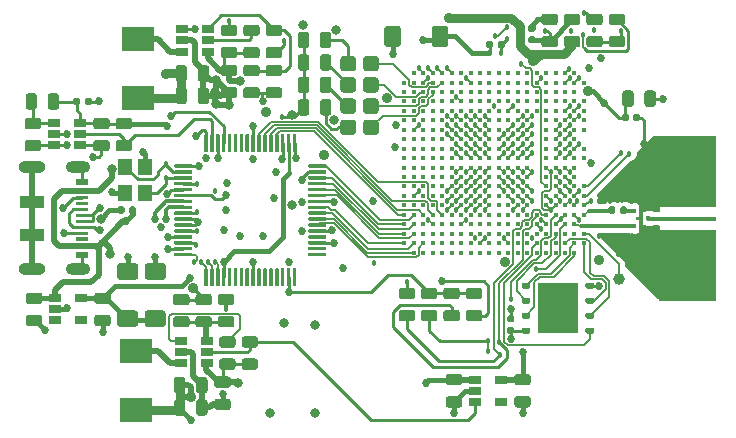
<source format=gbr>
G04 #@! TF.GenerationSoftware,KiCad,Pcbnew,(5.99.0-2267-g4486b0b6d)*
G04 #@! TF.CreationDate,2020-07-12T23:07:06+02:00*
G04 #@! TF.ProjectId,TDR,5444522e-6b69-4636-9164-5f7063625858,A*
G04 #@! TF.SameCoordinates,Original*
G04 #@! TF.FileFunction,Copper,L1,Top*
G04 #@! TF.FilePolarity,Positive*
%FSLAX46Y46*%
G04 Gerber Fmt 4.6, Leading zero omitted, Abs format (unit mm)*
G04 Created by KiCad (PCBNEW (5.99.0-2267-g4486b0b6d)) date 2020-07-12 23:07:06*
%MOMM*%
%LPD*%
G01*
G04 APERTURE LIST*
G04 #@! TA.AperFunction,SMDPad,CuDef*
%ADD10C,1.000000*%
G04 #@! TD*
G04 #@! TA.AperFunction,ComponentPad*
%ADD11C,0.500000*%
G04 #@! TD*
G04 #@! TA.AperFunction,SMDPad,CuDef*
%ADD12R,4.850000X0.350000*%
G04 #@! TD*
G04 #@! TA.AperFunction,SMDPad,CuDef*
%ADD13R,2.000000X1.000000*%
G04 #@! TD*
G04 #@! TA.AperFunction,ComponentPad*
%ADD14O,2.100000X1.000000*%
G04 #@! TD*
G04 #@! TA.AperFunction,ComponentPad*
%ADD15O,2.300000X1.000000*%
G04 #@! TD*
G04 #@! TA.AperFunction,SMDPad,CuDef*
%ADD16C,0.400000*%
G04 #@! TD*
G04 #@! TA.AperFunction,SMDPad,CuDef*
%ADD17R,0.400000X0.450000*%
G04 #@! TD*
G04 #@! TA.AperFunction,SMDPad,CuDef*
%ADD18R,1.060000X0.650000*%
G04 #@! TD*
G04 #@! TA.AperFunction,SMDPad,CuDef*
%ADD19R,1.200000X1.400000*%
G04 #@! TD*
G04 #@! TA.AperFunction,SMDPad,CuDef*
%ADD20R,3.400000X4.300000*%
G04 #@! TD*
G04 #@! TA.AperFunction,SMDPad,CuDef*
%ADD21R,2.800000X2.000000*%
G04 #@! TD*
G04 #@! TA.AperFunction,ViaPad*
%ADD22C,0.457200*%
G04 #@! TD*
G04 #@! TA.AperFunction,ViaPad*
%ADD23C,0.685800*%
G04 #@! TD*
G04 #@! TA.AperFunction,ViaPad*
%ADD24C,0.889000*%
G04 #@! TD*
G04 #@! TA.AperFunction,ViaPad*
%ADD25C,0.800000*%
G04 #@! TD*
G04 #@! TA.AperFunction,Conductor*
%ADD26C,0.127000*%
G04 #@! TD*
G04 #@! TA.AperFunction,Conductor*
%ADD27C,0.390000*%
G04 #@! TD*
G04 #@! TA.AperFunction,Conductor*
%ADD28C,0.762000*%
G04 #@! TD*
G04 #@! TA.AperFunction,Conductor*
%ADD29C,0.300000*%
G04 #@! TD*
G04 #@! TA.AperFunction,Conductor*
%ADD30C,0.254000*%
G04 #@! TD*
G04 #@! TA.AperFunction,Conductor*
%ADD31C,0.200000*%
G04 #@! TD*
G04 #@! TA.AperFunction,Conductor*
%ADD32C,0.508000*%
G04 #@! TD*
G04 #@! TA.AperFunction,Conductor*
%ADD33C,0.250000*%
G04 #@! TD*
G04 #@! TA.AperFunction,Conductor*
%ADD34C,0.410000*%
G04 #@! TD*
G04 #@! TA.AperFunction,Conductor*
%ADD35C,0.350000*%
G04 #@! TD*
G04 APERTURE END LIST*
D10*
X158655000Y-86585000D03*
G04 #@! TA.AperFunction,SMDPad,CuDef*
G36*
G01*
X151071666Y-66075000D02*
X151416666Y-66075000D01*
G75*
G02*
X151564166Y-66222500I0J-147500D01*
G01*
X151564166Y-66517500D01*
G75*
G02*
X151416666Y-66665000I-147500J0D01*
G01*
X151071666Y-66665000D01*
G75*
G02*
X150924166Y-66517500I0J147500D01*
G01*
X150924166Y-66222500D01*
G75*
G02*
X151071666Y-66075000I147500J0D01*
G01*
G37*
G04 #@! TD.AperFunction*
G04 #@! TA.AperFunction,SMDPad,CuDef*
G36*
G01*
X151071666Y-65105000D02*
X151416666Y-65105000D01*
G75*
G02*
X151564166Y-65252500I0J-147500D01*
G01*
X151564166Y-65547500D01*
G75*
G02*
X151416666Y-65695000I-147500J0D01*
G01*
X151071666Y-65695000D01*
G75*
G02*
X150924166Y-65547500I0J147500D01*
G01*
X150924166Y-65252500D01*
G75*
G02*
X151071666Y-65105000I147500J0D01*
G01*
G37*
G04 #@! TD.AperFunction*
G04 #@! TA.AperFunction,SMDPad,CuDef*
G36*
G01*
X132405000Y-71628750D02*
X132405000Y-72541250D01*
G75*
G02*
X132161250Y-72785000I-243750J0D01*
G01*
X131673750Y-72785000D01*
G75*
G02*
X131430000Y-72541250I0J243750D01*
G01*
X131430000Y-71628750D01*
G75*
G02*
X131673750Y-71385000I243750J0D01*
G01*
X132161250Y-71385000D01*
G75*
G02*
X132405000Y-71628750I0J-243750D01*
G01*
G37*
G04 #@! TD.AperFunction*
G04 #@! TA.AperFunction,SMDPad,CuDef*
G36*
G01*
X134280000Y-71628750D02*
X134280000Y-72541250D01*
G75*
G02*
X134036250Y-72785000I-243750J0D01*
G01*
X133548750Y-72785000D01*
G75*
G02*
X133305000Y-72541250I0J243750D01*
G01*
X133305000Y-71628750D01*
G75*
G02*
X133548750Y-71385000I243750J0D01*
G01*
X134036250Y-71385000D01*
G75*
G02*
X134280000Y-71628750I0J-243750D01*
G01*
G37*
G04 #@! TD.AperFunction*
G04 #@! TA.AperFunction,SMDPad,CuDef*
G36*
G01*
X132405000Y-69728750D02*
X132405000Y-70641250D01*
G75*
G02*
X132161250Y-70885000I-243750J0D01*
G01*
X131673750Y-70885000D01*
G75*
G02*
X131430000Y-70641250I0J243750D01*
G01*
X131430000Y-69728750D01*
G75*
G02*
X131673750Y-69485000I243750J0D01*
G01*
X132161250Y-69485000D01*
G75*
G02*
X132405000Y-69728750I0J-243750D01*
G01*
G37*
G04 #@! TD.AperFunction*
G04 #@! TA.AperFunction,SMDPad,CuDef*
G36*
G01*
X134280000Y-69728750D02*
X134280000Y-70641250D01*
G75*
G02*
X134036250Y-70885000I-243750J0D01*
G01*
X133548750Y-70885000D01*
G75*
G02*
X133305000Y-70641250I0J243750D01*
G01*
X133305000Y-69728750D01*
G75*
G02*
X133548750Y-69485000I243750J0D01*
G01*
X134036250Y-69485000D01*
G75*
G02*
X134280000Y-69728750I0J-243750D01*
G01*
G37*
G04 #@! TD.AperFunction*
G04 #@! TA.AperFunction,SMDPad,CuDef*
G36*
G01*
X132405000Y-67828750D02*
X132405000Y-68741250D01*
G75*
G02*
X132161250Y-68985000I-243750J0D01*
G01*
X131673750Y-68985000D01*
G75*
G02*
X131430000Y-68741250I0J243750D01*
G01*
X131430000Y-67828750D01*
G75*
G02*
X131673750Y-67585000I243750J0D01*
G01*
X132161250Y-67585000D01*
G75*
G02*
X132405000Y-67828750I0J-243750D01*
G01*
G37*
G04 #@! TD.AperFunction*
G04 #@! TA.AperFunction,SMDPad,CuDef*
G36*
G01*
X134280000Y-67828750D02*
X134280000Y-68741250D01*
G75*
G02*
X134036250Y-68985000I-243750J0D01*
G01*
X133548750Y-68985000D01*
G75*
G02*
X133305000Y-68741250I0J243750D01*
G01*
X133305000Y-67828750D01*
G75*
G02*
X133548750Y-67585000I243750J0D01*
G01*
X134036250Y-67585000D01*
G75*
G02*
X134280000Y-67828750I0J-243750D01*
G01*
G37*
G04 #@! TD.AperFunction*
G04 #@! TA.AperFunction,SMDPad,CuDef*
G36*
G01*
X132405000Y-65928750D02*
X132405000Y-66841250D01*
G75*
G02*
X132161250Y-67085000I-243750J0D01*
G01*
X131673750Y-67085000D01*
G75*
G02*
X131430000Y-66841250I0J243750D01*
G01*
X131430000Y-65928750D01*
G75*
G02*
X131673750Y-65685000I243750J0D01*
G01*
X132161250Y-65685000D01*
G75*
G02*
X132405000Y-65928750I0J-243750D01*
G01*
G37*
G04 #@! TD.AperFunction*
G04 #@! TA.AperFunction,SMDPad,CuDef*
G36*
G01*
X134280000Y-65928750D02*
X134280000Y-66841250D01*
G75*
G02*
X134036250Y-67085000I-243750J0D01*
G01*
X133548750Y-67085000D01*
G75*
G02*
X133305000Y-66841250I0J243750D01*
G01*
X133305000Y-65928750D01*
G75*
G02*
X133548750Y-65685000I243750J0D01*
G01*
X134036250Y-65685000D01*
G75*
G02*
X134280000Y-65928750I0J-243750D01*
G01*
G37*
G04 #@! TD.AperFunction*
G04 #@! TA.AperFunction,SMDPad,CuDef*
G36*
G01*
X136955000Y-74185000D02*
X136955000Y-73385000D01*
G75*
G02*
X137205000Y-73135000I250000J0D01*
G01*
X138030000Y-73135000D01*
G75*
G02*
X138280000Y-73385000I0J-250000D01*
G01*
X138280000Y-74185000D01*
G75*
G02*
X138030000Y-74435000I-250000J0D01*
G01*
X137205000Y-74435000D01*
G75*
G02*
X136955000Y-74185000I0J250000D01*
G01*
G37*
G04 #@! TD.AperFunction*
G04 #@! TA.AperFunction,SMDPad,CuDef*
G36*
G01*
X135030000Y-74185000D02*
X135030000Y-73385000D01*
G75*
G02*
X135280000Y-73135000I250000J0D01*
G01*
X136105000Y-73135000D01*
G75*
G02*
X136355000Y-73385000I0J-250000D01*
G01*
X136355000Y-74185000D01*
G75*
G02*
X136105000Y-74435000I-250000J0D01*
G01*
X135280000Y-74435000D01*
G75*
G02*
X135030000Y-74185000I0J250000D01*
G01*
G37*
G04 #@! TD.AperFunction*
G04 #@! TA.AperFunction,SMDPad,CuDef*
G36*
G01*
X136955000Y-72385000D02*
X136955000Y-71585000D01*
G75*
G02*
X137205000Y-71335000I250000J0D01*
G01*
X138030000Y-71335000D01*
G75*
G02*
X138280000Y-71585000I0J-250000D01*
G01*
X138280000Y-72385000D01*
G75*
G02*
X138030000Y-72635000I-250000J0D01*
G01*
X137205000Y-72635000D01*
G75*
G02*
X136955000Y-72385000I0J250000D01*
G01*
G37*
G04 #@! TD.AperFunction*
G04 #@! TA.AperFunction,SMDPad,CuDef*
G36*
G01*
X135030000Y-72385000D02*
X135030000Y-71585000D01*
G75*
G02*
X135280000Y-71335000I250000J0D01*
G01*
X136105000Y-71335000D01*
G75*
G02*
X136355000Y-71585000I0J-250000D01*
G01*
X136355000Y-72385000D01*
G75*
G02*
X136105000Y-72635000I-250000J0D01*
G01*
X135280000Y-72635000D01*
G75*
G02*
X135030000Y-72385000I0J250000D01*
G01*
G37*
G04 #@! TD.AperFunction*
G04 #@! TA.AperFunction,SMDPad,CuDef*
G36*
G01*
X136955000Y-70585000D02*
X136955000Y-69785000D01*
G75*
G02*
X137205000Y-69535000I250000J0D01*
G01*
X138030000Y-69535000D01*
G75*
G02*
X138280000Y-69785000I0J-250000D01*
G01*
X138280000Y-70585000D01*
G75*
G02*
X138030000Y-70835000I-250000J0D01*
G01*
X137205000Y-70835000D01*
G75*
G02*
X136955000Y-70585000I0J250000D01*
G01*
G37*
G04 #@! TD.AperFunction*
G04 #@! TA.AperFunction,SMDPad,CuDef*
G36*
G01*
X135030000Y-70585000D02*
X135030000Y-69785000D01*
G75*
G02*
X135280000Y-69535000I250000J0D01*
G01*
X136105000Y-69535000D01*
G75*
G02*
X136355000Y-69785000I0J-250000D01*
G01*
X136355000Y-70585000D01*
G75*
G02*
X136105000Y-70835000I-250000J0D01*
G01*
X135280000Y-70835000D01*
G75*
G02*
X135030000Y-70585000I0J250000D01*
G01*
G37*
G04 #@! TD.AperFunction*
G04 #@! TA.AperFunction,SMDPad,CuDef*
G36*
G01*
X136955000Y-68785000D02*
X136955000Y-67985000D01*
G75*
G02*
X137205000Y-67735000I250000J0D01*
G01*
X138030000Y-67735000D01*
G75*
G02*
X138280000Y-67985000I0J-250000D01*
G01*
X138280000Y-68785000D01*
G75*
G02*
X138030000Y-69035000I-250000J0D01*
G01*
X137205000Y-69035000D01*
G75*
G02*
X136955000Y-68785000I0J250000D01*
G01*
G37*
G04 #@! TD.AperFunction*
G04 #@! TA.AperFunction,SMDPad,CuDef*
G36*
G01*
X135030000Y-68785000D02*
X135030000Y-67985000D01*
G75*
G02*
X135280000Y-67735000I250000J0D01*
G01*
X136105000Y-67735000D01*
G75*
G02*
X136355000Y-67985000I0J-250000D01*
G01*
X136355000Y-68785000D01*
G75*
G02*
X136105000Y-69035000I-250000J0D01*
G01*
X135280000Y-69035000D01*
G75*
G02*
X135030000Y-68785000I0J250000D01*
G01*
G37*
G04 #@! TD.AperFunction*
D11*
X166600000Y-85000000D03*
X163000000Y-85000000D03*
X165250000Y-85000000D03*
X166000000Y-85000000D03*
X162250000Y-85000000D03*
X166600000Y-85750000D03*
X166000000Y-85750000D03*
X162250000Y-85750000D03*
X166600000Y-82750000D03*
X162250000Y-82750000D03*
X166000000Y-82750000D03*
X165250000Y-82750000D03*
X164500000Y-82750000D03*
X163750000Y-82750000D03*
X163000000Y-82750000D03*
X166600000Y-83500000D03*
X163000000Y-83500000D03*
X163750000Y-83500000D03*
X164500000Y-83500000D03*
X165250000Y-83500000D03*
X166000000Y-83500000D03*
X166600000Y-86500000D03*
X166000000Y-86500000D03*
X162250000Y-86500000D03*
X166600000Y-87250000D03*
X166000000Y-87250000D03*
X162250000Y-87250000D03*
X166600000Y-88000000D03*
X163000000Y-88000000D03*
X163750000Y-88000000D03*
X164500000Y-88000000D03*
X165250000Y-88000000D03*
X166000000Y-88000000D03*
X162250000Y-88000000D03*
X162250000Y-83500000D03*
X166600000Y-84250000D03*
X163000000Y-84250000D03*
X163750000Y-84250000D03*
X164500000Y-84250000D03*
X165250000Y-84250000D03*
X166000000Y-84250000D03*
X162250000Y-84250000D03*
X162250000Y-75000000D03*
X166000000Y-75000000D03*
X165250000Y-75000000D03*
X164500000Y-75000000D03*
X163750000Y-75000000D03*
X163000000Y-75000000D03*
X166600000Y-75000000D03*
X162250000Y-75750000D03*
X166000000Y-75750000D03*
X166600000Y-75750000D03*
X162250000Y-76500000D03*
X166000000Y-76500000D03*
X166600000Y-76500000D03*
X162250000Y-77250000D03*
X166000000Y-77250000D03*
X166600000Y-77250000D03*
X162250000Y-78000000D03*
X166000000Y-78000000D03*
X165250000Y-78000000D03*
X163000000Y-78000000D03*
X166600000Y-78000000D03*
X162250000Y-78750000D03*
X166000000Y-78750000D03*
X165250000Y-78750000D03*
X164500000Y-78750000D03*
X163750000Y-78750000D03*
X163000000Y-78750000D03*
X166600000Y-78750000D03*
X162250000Y-79500000D03*
X166000000Y-79500000D03*
X165250000Y-79500000D03*
X164500000Y-79500000D03*
X163750000Y-79500000D03*
X163000000Y-79500000D03*
X166600000Y-79500000D03*
X163000000Y-80250000D03*
X163750000Y-80250000D03*
X164500000Y-80250000D03*
X165250000Y-80250000D03*
X166000000Y-80250000D03*
X162250000Y-80250000D03*
X166600000Y-80250000D03*
G04 #@! TA.AperFunction,ComponentPad*
G36*
X166850000Y-82500001D02*
G01*
X166849999Y-88500000D01*
X162000000Y-88499999D01*
X162000001Y-82500000D01*
X166850000Y-82500001D01*
G37*
G04 #@! TD.AperFunction*
G04 #@! TA.AperFunction,ComponentPad*
G36*
X166850000Y-74500001D02*
G01*
X166849999Y-80500000D01*
X162000000Y-80499999D01*
X162000001Y-74500000D01*
X166850000Y-74500001D01*
G37*
G04 #@! TD.AperFunction*
D12*
X164425000Y-81500000D03*
D13*
X108955000Y-82885000D03*
X108955000Y-80085000D03*
G04 #@! TA.AperFunction,SMDPad,CuDef*
G36*
G01*
X112707000Y-84325000D02*
X113603000Y-84325000D01*
G75*
G02*
X113655000Y-84377000I0J-52000D01*
G01*
X113655000Y-84793000D01*
G75*
G02*
X113603000Y-84845000I-52000J0D01*
G01*
X112707000Y-84845000D01*
G75*
G02*
X112655000Y-84793000I0J52000D01*
G01*
X112655000Y-84377000D01*
G75*
G02*
X112707000Y-84325000I52000J0D01*
G01*
G37*
G04 #@! TD.AperFunction*
G04 #@! TA.AperFunction,SMDPad,CuDef*
G36*
G01*
X112707000Y-83575000D02*
X113603000Y-83575000D01*
G75*
G02*
X113655000Y-83627000I0J-52000D01*
G01*
X113655000Y-84043000D01*
G75*
G02*
X113603000Y-84095000I-52000J0D01*
G01*
X112707000Y-84095000D01*
G75*
G02*
X112655000Y-84043000I0J52000D01*
G01*
X112655000Y-83627000D01*
G75*
G02*
X112707000Y-83575000I52000J0D01*
G01*
G37*
G04 #@! TD.AperFunction*
G04 #@! TA.AperFunction,SMDPad,CuDef*
G36*
G01*
X112707000Y-78875000D02*
X113603000Y-78875000D01*
G75*
G02*
X113655000Y-78927000I0J-52000D01*
G01*
X113655000Y-79343000D01*
G75*
G02*
X113603000Y-79395000I-52000J0D01*
G01*
X112707000Y-79395000D01*
G75*
G02*
X112655000Y-79343000I0J52000D01*
G01*
X112655000Y-78927000D01*
G75*
G02*
X112707000Y-78875000I52000J0D01*
G01*
G37*
G04 #@! TD.AperFunction*
G04 #@! TA.AperFunction,SMDPad,CuDef*
G36*
G01*
X112707000Y-78125000D02*
X113603000Y-78125000D01*
G75*
G02*
X113655000Y-78177000I0J-52000D01*
G01*
X113655000Y-78593000D01*
G75*
G02*
X113603000Y-78645000I-52000J0D01*
G01*
X112707000Y-78645000D01*
G75*
G02*
X112655000Y-78593000I0J52000D01*
G01*
X112655000Y-78177000D01*
G75*
G02*
X112707000Y-78125000I52000J0D01*
G01*
G37*
G04 #@! TD.AperFunction*
G04 #@! TA.AperFunction,SMDPad,CuDef*
G36*
G01*
X112707000Y-78125000D02*
X113603000Y-78125000D01*
G75*
G02*
X113655000Y-78177000I0J-52000D01*
G01*
X113655000Y-78593000D01*
G75*
G02*
X113603000Y-78645000I-52000J0D01*
G01*
X112707000Y-78645000D01*
G75*
G02*
X112655000Y-78593000I0J52000D01*
G01*
X112655000Y-78177000D01*
G75*
G02*
X112707000Y-78125000I52000J0D01*
G01*
G37*
G04 #@! TD.AperFunction*
G04 #@! TA.AperFunction,SMDPad,CuDef*
G36*
G01*
X112707000Y-78875000D02*
X113603000Y-78875000D01*
G75*
G02*
X113655000Y-78927000I0J-52000D01*
G01*
X113655000Y-79343000D01*
G75*
G02*
X113603000Y-79395000I-52000J0D01*
G01*
X112707000Y-79395000D01*
G75*
G02*
X112655000Y-79343000I0J52000D01*
G01*
X112655000Y-78927000D01*
G75*
G02*
X112707000Y-78875000I52000J0D01*
G01*
G37*
G04 #@! TD.AperFunction*
G04 #@! TA.AperFunction,SMDPad,CuDef*
G36*
G01*
X112707000Y-83575000D02*
X113603000Y-83575000D01*
G75*
G02*
X113655000Y-83627000I0J-52000D01*
G01*
X113655000Y-84043000D01*
G75*
G02*
X113603000Y-84095000I-52000J0D01*
G01*
X112707000Y-84095000D01*
G75*
G02*
X112655000Y-84043000I0J52000D01*
G01*
X112655000Y-83627000D01*
G75*
G02*
X112707000Y-83575000I52000J0D01*
G01*
G37*
G04 #@! TD.AperFunction*
G04 #@! TA.AperFunction,SMDPad,CuDef*
G36*
G01*
X112707000Y-84325000D02*
X113603000Y-84325000D01*
G75*
G02*
X113655000Y-84377000I0J-52000D01*
G01*
X113655000Y-84793000D01*
G75*
G02*
X113603000Y-84845000I-52000J0D01*
G01*
X112707000Y-84845000D01*
G75*
G02*
X112655000Y-84793000I0J52000D01*
G01*
X112655000Y-84377000D01*
G75*
G02*
X112707000Y-84325000I52000J0D01*
G01*
G37*
G04 #@! TD.AperFunction*
G04 #@! TA.AperFunction,SMDPad,CuDef*
G36*
G01*
X112682000Y-79600000D02*
X113628000Y-79600000D01*
G75*
G02*
X113655000Y-79627000I0J-27000D01*
G01*
X113655000Y-79843000D01*
G75*
G02*
X113628000Y-79870000I-27000J0D01*
G01*
X112682000Y-79870000D01*
G75*
G02*
X112655000Y-79843000I0J27000D01*
G01*
X112655000Y-79627000D01*
G75*
G02*
X112682000Y-79600000I27000J0D01*
G01*
G37*
G04 #@! TD.AperFunction*
G04 #@! TA.AperFunction,SMDPad,CuDef*
G36*
G01*
X112682000Y-80100000D02*
X113628000Y-80100000D01*
G75*
G02*
X113655000Y-80127000I0J-27000D01*
G01*
X113655000Y-80343000D01*
G75*
G02*
X113628000Y-80370000I-27000J0D01*
G01*
X112682000Y-80370000D01*
G75*
G02*
X112655000Y-80343000I0J27000D01*
G01*
X112655000Y-80127000D01*
G75*
G02*
X112682000Y-80100000I27000J0D01*
G01*
G37*
G04 #@! TD.AperFunction*
G04 #@! TA.AperFunction,SMDPad,CuDef*
G36*
G01*
X112682000Y-80600000D02*
X113628000Y-80600000D01*
G75*
G02*
X113655000Y-80627000I0J-27000D01*
G01*
X113655000Y-80843000D01*
G75*
G02*
X113628000Y-80870000I-27000J0D01*
G01*
X112682000Y-80870000D01*
G75*
G02*
X112655000Y-80843000I0J27000D01*
G01*
X112655000Y-80627000D01*
G75*
G02*
X112682000Y-80600000I27000J0D01*
G01*
G37*
G04 #@! TD.AperFunction*
G04 #@! TA.AperFunction,SMDPad,CuDef*
G36*
G01*
X112682000Y-81600000D02*
X113628000Y-81600000D01*
G75*
G02*
X113655000Y-81627000I0J-27000D01*
G01*
X113655000Y-81843000D01*
G75*
G02*
X113628000Y-81870000I-27000J0D01*
G01*
X112682000Y-81870000D01*
G75*
G02*
X112655000Y-81843000I0J27000D01*
G01*
X112655000Y-81627000D01*
G75*
G02*
X112682000Y-81600000I27000J0D01*
G01*
G37*
G04 #@! TD.AperFunction*
G04 #@! TA.AperFunction,SMDPad,CuDef*
G36*
G01*
X112682000Y-82100000D02*
X113628000Y-82100000D01*
G75*
G02*
X113655000Y-82127000I0J-27000D01*
G01*
X113655000Y-82343000D01*
G75*
G02*
X113628000Y-82370000I-27000J0D01*
G01*
X112682000Y-82370000D01*
G75*
G02*
X112655000Y-82343000I0J27000D01*
G01*
X112655000Y-82127000D01*
G75*
G02*
X112682000Y-82100000I27000J0D01*
G01*
G37*
G04 #@! TD.AperFunction*
G04 #@! TA.AperFunction,SMDPad,CuDef*
G36*
G01*
X112682000Y-82600000D02*
X113628000Y-82600000D01*
G75*
G02*
X113655000Y-82627000I0J-27000D01*
G01*
X113655000Y-82843000D01*
G75*
G02*
X113628000Y-82870000I-27000J0D01*
G01*
X112682000Y-82870000D01*
G75*
G02*
X112655000Y-82843000I0J27000D01*
G01*
X112655000Y-82627000D01*
G75*
G02*
X112682000Y-82600000I27000J0D01*
G01*
G37*
G04 #@! TD.AperFunction*
G04 #@! TA.AperFunction,SMDPad,CuDef*
G36*
G01*
X112682000Y-83100000D02*
X113628000Y-83100000D01*
G75*
G02*
X113655000Y-83127000I0J-27000D01*
G01*
X113655000Y-83343000D01*
G75*
G02*
X113628000Y-83370000I-27000J0D01*
G01*
X112682000Y-83370000D01*
G75*
G02*
X112655000Y-83343000I0J27000D01*
G01*
X112655000Y-83127000D01*
G75*
G02*
X112682000Y-83100000I27000J0D01*
G01*
G37*
G04 #@! TD.AperFunction*
G04 #@! TA.AperFunction,SMDPad,CuDef*
G36*
G01*
X112682000Y-81100000D02*
X113628000Y-81100000D01*
G75*
G02*
X113655000Y-81127000I0J-27000D01*
G01*
X113655000Y-81343000D01*
G75*
G02*
X113628000Y-81370000I-27000J0D01*
G01*
X112682000Y-81370000D01*
G75*
G02*
X112655000Y-81343000I0J27000D01*
G01*
X112655000Y-81127000D01*
G75*
G02*
X112682000Y-81100000I27000J0D01*
G01*
G37*
G04 #@! TD.AperFunction*
D14*
X112780000Y-85805000D03*
X112780000Y-77165000D03*
D15*
X108955000Y-77165000D03*
X108955000Y-85805000D03*
D16*
X155655000Y-69985000D03*
X155655000Y-71585000D03*
X155655000Y-72385000D03*
X155655000Y-73185000D03*
X155655000Y-73985000D03*
X155655000Y-75585000D03*
X155655000Y-76385000D03*
X155655000Y-78785000D03*
X155655000Y-79585000D03*
X155655000Y-80385000D03*
X155655000Y-81185000D03*
X155655000Y-82785000D03*
X155655000Y-83585000D03*
X154855000Y-69185000D03*
X154855000Y-69985000D03*
X154855000Y-70785000D03*
X154855000Y-71585000D03*
X154855000Y-72385000D03*
X154855000Y-73185000D03*
X154855000Y-73985000D03*
X154855000Y-74785000D03*
X154855000Y-75585000D03*
X154855000Y-76385000D03*
X154855000Y-77185000D03*
X154855000Y-77985000D03*
X154855000Y-78785000D03*
X154855000Y-79585000D03*
X154855000Y-80385000D03*
X154855000Y-81185000D03*
X154855000Y-81985000D03*
X154855000Y-82785000D03*
X154855000Y-83585000D03*
X154855000Y-84385000D03*
X154055000Y-69185000D03*
X154055000Y-69985000D03*
X154055000Y-70785000D03*
X154055000Y-71585000D03*
X154055000Y-72385000D03*
X154055000Y-73185000D03*
X154055000Y-73985000D03*
X154055000Y-74785000D03*
X154055000Y-75585000D03*
X154055000Y-76385000D03*
X154055000Y-77185000D03*
X154055000Y-77985000D03*
X154055000Y-78785000D03*
X154055000Y-79585000D03*
X154055000Y-80385000D03*
X154055000Y-81185000D03*
X154055000Y-81985000D03*
X154055000Y-82785000D03*
X154055000Y-83585000D03*
X154055000Y-84385000D03*
X153255000Y-69185000D03*
X153255000Y-69985000D03*
X153255000Y-70785000D03*
X153255000Y-71585000D03*
X153255000Y-72385000D03*
X153255000Y-73185000D03*
X153255000Y-73985000D03*
X153255000Y-74785000D03*
X153255000Y-75585000D03*
X153255000Y-76385000D03*
X153255000Y-77185000D03*
X153255000Y-77985000D03*
X153255000Y-78785000D03*
X153255000Y-79585000D03*
X153255000Y-80385000D03*
X153255000Y-81185000D03*
X153255000Y-81985000D03*
X153255000Y-82785000D03*
X153255000Y-83585000D03*
X153255000Y-84385000D03*
X152455000Y-69185000D03*
X152455000Y-69985000D03*
X152455000Y-70785000D03*
X152455000Y-71585000D03*
X152455000Y-72385000D03*
X152455000Y-73185000D03*
X152455000Y-73985000D03*
X152455000Y-74785000D03*
X152455000Y-75585000D03*
X152455000Y-76385000D03*
X152455000Y-77185000D03*
X152455000Y-77985000D03*
X152455000Y-78785000D03*
X152455000Y-79585000D03*
X152455000Y-80385000D03*
X152455000Y-81185000D03*
X152455000Y-81985000D03*
X152455000Y-82785000D03*
X152455000Y-83585000D03*
X152455000Y-84385000D03*
X151655000Y-69185000D03*
X151655000Y-69985000D03*
X151655000Y-70785000D03*
X151655000Y-71585000D03*
X151655000Y-72385000D03*
X151655000Y-81185000D03*
X151655000Y-81985000D03*
X151655000Y-82785000D03*
X151655000Y-83585000D03*
X151655000Y-84385000D03*
X150855000Y-69185000D03*
X150855000Y-69985000D03*
X150855000Y-70785000D03*
X150855000Y-71585000D03*
X150855000Y-72385000D03*
X150855000Y-73185000D03*
X150855000Y-73985000D03*
X150855000Y-74785000D03*
X150855000Y-75585000D03*
X150855000Y-76385000D03*
X150855000Y-77185000D03*
X150855000Y-77985000D03*
X150855000Y-78785000D03*
X150855000Y-79585000D03*
X150855000Y-80385000D03*
X150855000Y-81185000D03*
X150855000Y-81985000D03*
X150855000Y-82785000D03*
X150855000Y-83585000D03*
X150855000Y-84385000D03*
X150055000Y-69185000D03*
X150055000Y-69985000D03*
X150055000Y-70785000D03*
X150055000Y-71585000D03*
X150055000Y-72385000D03*
X150055000Y-73185000D03*
X150055000Y-73985000D03*
X150055000Y-74785000D03*
X150055000Y-75585000D03*
X150055000Y-76385000D03*
X150055000Y-77185000D03*
X150055000Y-77985000D03*
X150055000Y-78785000D03*
X150055000Y-79585000D03*
X150055000Y-80385000D03*
X150055000Y-81185000D03*
X150055000Y-81985000D03*
X150055000Y-82785000D03*
X150055000Y-83585000D03*
X150055000Y-84385000D03*
X149255000Y-69185000D03*
X149255000Y-69985000D03*
X149255000Y-70785000D03*
X149255000Y-71585000D03*
X149255000Y-72385000D03*
X149255000Y-73185000D03*
X149255000Y-73985000D03*
X149255000Y-74785000D03*
X149255000Y-75585000D03*
X149255000Y-76385000D03*
X149255000Y-77185000D03*
X149255000Y-77985000D03*
X149255000Y-78785000D03*
X149255000Y-79585000D03*
X149255000Y-80385000D03*
X149255000Y-81185000D03*
X149255000Y-81985000D03*
X149255000Y-82785000D03*
X149255000Y-83585000D03*
X149255000Y-84385000D03*
X148455000Y-69185000D03*
X148455000Y-69985000D03*
X148455000Y-70785000D03*
X148455000Y-71585000D03*
X148455000Y-72385000D03*
X148455000Y-73185000D03*
X148455000Y-73985000D03*
X148455000Y-74785000D03*
X148455000Y-75585000D03*
X148455000Y-76385000D03*
X148455000Y-77185000D03*
X148455000Y-77985000D03*
X148455000Y-78785000D03*
X148455000Y-79585000D03*
X148455000Y-80385000D03*
X148455000Y-81185000D03*
X148455000Y-81985000D03*
X148455000Y-82785000D03*
X148455000Y-83585000D03*
X148455000Y-84385000D03*
X147655000Y-69185000D03*
X147655000Y-69985000D03*
X147655000Y-70785000D03*
X147655000Y-71585000D03*
X147655000Y-72385000D03*
X147655000Y-73185000D03*
X147655000Y-73985000D03*
X147655000Y-74785000D03*
X147655000Y-75585000D03*
X147655000Y-76385000D03*
X147655000Y-77185000D03*
X147655000Y-77985000D03*
X147655000Y-78785000D03*
X147655000Y-79585000D03*
X147655000Y-80385000D03*
X147655000Y-81185000D03*
X147655000Y-81985000D03*
X147655000Y-82785000D03*
X147655000Y-83585000D03*
X147655000Y-84385000D03*
X146855000Y-69185000D03*
X146855000Y-69985000D03*
X146855000Y-70785000D03*
X146855000Y-71585000D03*
X146855000Y-72385000D03*
X146855000Y-73185000D03*
X146855000Y-73985000D03*
X146855000Y-74785000D03*
X146855000Y-75585000D03*
X146855000Y-76385000D03*
X146855000Y-77185000D03*
X146855000Y-77985000D03*
X146855000Y-78785000D03*
X146855000Y-79585000D03*
X146855000Y-80385000D03*
X146855000Y-81185000D03*
X146855000Y-81985000D03*
X146855000Y-82785000D03*
X146855000Y-83585000D03*
X146855000Y-84385000D03*
X146055000Y-69185000D03*
X146055000Y-69985000D03*
X146055000Y-70785000D03*
X146055000Y-71585000D03*
X146055000Y-72385000D03*
X146055000Y-73185000D03*
X146055000Y-73985000D03*
X146055000Y-74785000D03*
X146055000Y-75585000D03*
X146055000Y-76385000D03*
X146055000Y-77185000D03*
X146055000Y-77985000D03*
X146055000Y-78785000D03*
X146055000Y-79585000D03*
X146055000Y-80385000D03*
X146055000Y-81185000D03*
X146055000Y-81985000D03*
X146055000Y-82785000D03*
X146055000Y-83585000D03*
X146055000Y-84385000D03*
X145255000Y-69185000D03*
X145255000Y-69985000D03*
X145255000Y-70785000D03*
X145255000Y-71585000D03*
X145255000Y-72385000D03*
X145255000Y-73185000D03*
X145255000Y-73985000D03*
X145255000Y-74785000D03*
X145255000Y-75585000D03*
X145255000Y-76385000D03*
X145255000Y-77185000D03*
X145255000Y-77985000D03*
X145255000Y-78785000D03*
X145255000Y-79585000D03*
X145255000Y-80385000D03*
X145255000Y-81185000D03*
X145255000Y-81985000D03*
X145255000Y-82785000D03*
X145255000Y-83585000D03*
X145255000Y-84385000D03*
X144455000Y-69185000D03*
X144455000Y-69985000D03*
X144455000Y-70785000D03*
X144455000Y-71585000D03*
X144455000Y-72385000D03*
X144455000Y-73185000D03*
X144455000Y-73985000D03*
X144455000Y-74785000D03*
X144455000Y-75585000D03*
X144455000Y-76385000D03*
X144455000Y-77185000D03*
X144455000Y-77985000D03*
X144455000Y-78785000D03*
X144455000Y-79585000D03*
X144455000Y-80385000D03*
X144455000Y-81185000D03*
X144455000Y-81985000D03*
X144455000Y-82785000D03*
X144455000Y-83585000D03*
X144455000Y-84385000D03*
X143655000Y-69185000D03*
X143655000Y-69985000D03*
X143655000Y-70785000D03*
X143655000Y-71585000D03*
X143655000Y-72385000D03*
X143655000Y-73185000D03*
X143655000Y-73985000D03*
X143655000Y-74785000D03*
X143655000Y-75585000D03*
X143655000Y-76385000D03*
X143655000Y-77185000D03*
X143655000Y-77985000D03*
X143655000Y-78785000D03*
X143655000Y-79585000D03*
X143655000Y-80385000D03*
X143655000Y-81185000D03*
X143655000Y-81985000D03*
X143655000Y-82785000D03*
X143655000Y-83585000D03*
X143655000Y-84385000D03*
X142855000Y-69185000D03*
X142855000Y-69985000D03*
X142855000Y-70785000D03*
X142855000Y-71585000D03*
X142855000Y-72385000D03*
X142855000Y-73185000D03*
X142855000Y-73985000D03*
X142855000Y-74785000D03*
X142855000Y-75585000D03*
X142855000Y-76385000D03*
X142855000Y-77185000D03*
X142855000Y-77985000D03*
X142855000Y-78785000D03*
X142855000Y-79585000D03*
X142855000Y-80385000D03*
X142855000Y-81185000D03*
X142855000Y-81985000D03*
X142855000Y-82785000D03*
X142855000Y-83585000D03*
X142855000Y-84385000D03*
X142055000Y-69185000D03*
X142055000Y-69985000D03*
X142055000Y-70785000D03*
X142055000Y-71585000D03*
X142055000Y-72385000D03*
X142055000Y-73185000D03*
X142055000Y-73985000D03*
X142055000Y-74785000D03*
X142055000Y-75585000D03*
X142055000Y-76385000D03*
X142055000Y-77185000D03*
X142055000Y-77985000D03*
X142055000Y-78785000D03*
X142055000Y-79585000D03*
X142055000Y-80385000D03*
X142055000Y-81185000D03*
X142055000Y-81985000D03*
X142055000Y-82785000D03*
X142055000Y-83585000D03*
X142055000Y-84385000D03*
X141255000Y-69185000D03*
X141255000Y-69985000D03*
X141255000Y-70785000D03*
X141255000Y-71585000D03*
X141255000Y-72385000D03*
X141255000Y-73185000D03*
X141255000Y-73985000D03*
X141255000Y-74785000D03*
X141255000Y-75585000D03*
X141255000Y-76385000D03*
X141255000Y-77185000D03*
X141255000Y-77985000D03*
X141255000Y-78785000D03*
X141255000Y-79585000D03*
X141255000Y-80385000D03*
X141255000Y-81185000D03*
X141255000Y-81985000D03*
X141255000Y-82785000D03*
X141255000Y-83585000D03*
X141255000Y-84385000D03*
X140455000Y-69985000D03*
X140455000Y-70785000D03*
X140455000Y-71585000D03*
X140455000Y-72385000D03*
X140455000Y-73185000D03*
X140455000Y-73985000D03*
X140455000Y-74785000D03*
X140455000Y-75585000D03*
X140455000Y-76385000D03*
X140455000Y-77185000D03*
X140455000Y-77985000D03*
X140455000Y-78785000D03*
X140455000Y-79585000D03*
X140455000Y-80385000D03*
X140455000Y-81185000D03*
X140455000Y-81985000D03*
X140455000Y-82785000D03*
X140455000Y-83585000D03*
G04 #@! TA.AperFunction,SMDPad,CuDef*
G36*
G01*
X158690000Y-80972500D02*
X158690000Y-80627500D01*
G75*
G02*
X158837500Y-80480000I147500J0D01*
G01*
X159132500Y-80480000D01*
G75*
G02*
X159280000Y-80627500I0J-147500D01*
G01*
X159280000Y-80972500D01*
G75*
G02*
X159132500Y-81120000I-147500J0D01*
G01*
X158837500Y-81120000D01*
G75*
G02*
X158690000Y-80972500I0J147500D01*
G01*
G37*
G04 #@! TD.AperFunction*
G04 #@! TA.AperFunction,SMDPad,CuDef*
G36*
G01*
X157720000Y-80972500D02*
X157720000Y-80627500D01*
G75*
G02*
X157867500Y-80480000I147500J0D01*
G01*
X158162500Y-80480000D01*
G75*
G02*
X158310000Y-80627500I0J-147500D01*
G01*
X158310000Y-80972500D01*
G75*
G02*
X158162500Y-81120000I-147500J0D01*
G01*
X157867500Y-81120000D01*
G75*
G02*
X157720000Y-80972500I0J147500D01*
G01*
G37*
G04 #@! TD.AperFunction*
G04 #@! TA.AperFunction,SMDPad,CuDef*
G36*
G01*
X158911250Y-65135000D02*
X157998750Y-65135000D01*
G75*
G02*
X157755000Y-64891250I0J243750D01*
G01*
X157755000Y-64403750D01*
G75*
G02*
X157998750Y-64160000I243750J0D01*
G01*
X158911250Y-64160000D01*
G75*
G02*
X159155000Y-64403750I0J-243750D01*
G01*
X159155000Y-64891250D01*
G75*
G02*
X158911250Y-65135000I-243750J0D01*
G01*
G37*
G04 #@! TD.AperFunction*
G04 #@! TA.AperFunction,SMDPad,CuDef*
G36*
G01*
X158911250Y-67010000D02*
X157998750Y-67010000D01*
G75*
G02*
X157755000Y-66766250I0J243750D01*
G01*
X157755000Y-66278750D01*
G75*
G02*
X157998750Y-66035000I243750J0D01*
G01*
X158911250Y-66035000D01*
G75*
G02*
X159155000Y-66278750I0J-243750D01*
G01*
X159155000Y-66766250D01*
G75*
G02*
X158911250Y-67010000I-243750J0D01*
G01*
G37*
G04 #@! TD.AperFunction*
G04 #@! TA.AperFunction,SMDPad,CuDef*
G36*
G01*
X157011250Y-65135000D02*
X156098750Y-65135000D01*
G75*
G02*
X155855000Y-64891250I0J243750D01*
G01*
X155855000Y-64403750D01*
G75*
G02*
X156098750Y-64160000I243750J0D01*
G01*
X157011250Y-64160000D01*
G75*
G02*
X157255000Y-64403750I0J-243750D01*
G01*
X157255000Y-64891250D01*
G75*
G02*
X157011250Y-65135000I-243750J0D01*
G01*
G37*
G04 #@! TD.AperFunction*
G04 #@! TA.AperFunction,SMDPad,CuDef*
G36*
G01*
X157011250Y-67010000D02*
X156098750Y-67010000D01*
G75*
G02*
X155855000Y-66766250I0J243750D01*
G01*
X155855000Y-66278750D01*
G75*
G02*
X156098750Y-66035000I243750J0D01*
G01*
X157011250Y-66035000D01*
G75*
G02*
X157255000Y-66278750I0J-243750D01*
G01*
X157255000Y-66766250D01*
G75*
G02*
X157011250Y-67010000I-243750J0D01*
G01*
G37*
G04 #@! TD.AperFunction*
G04 #@! TA.AperFunction,SMDPad,CuDef*
G36*
G01*
X153211250Y-65135000D02*
X152298750Y-65135000D01*
G75*
G02*
X152055000Y-64891250I0J243750D01*
G01*
X152055000Y-64403750D01*
G75*
G02*
X152298750Y-64160000I243750J0D01*
G01*
X153211250Y-64160000D01*
G75*
G02*
X153455000Y-64403750I0J-243750D01*
G01*
X153455000Y-64891250D01*
G75*
G02*
X153211250Y-65135000I-243750J0D01*
G01*
G37*
G04 #@! TD.AperFunction*
G04 #@! TA.AperFunction,SMDPad,CuDef*
G36*
G01*
X153211250Y-67010000D02*
X152298750Y-67010000D01*
G75*
G02*
X152055000Y-66766250I0J243750D01*
G01*
X152055000Y-66278750D01*
G75*
G02*
X152298750Y-66035000I243750J0D01*
G01*
X153211250Y-66035000D01*
G75*
G02*
X153455000Y-66278750I0J-243750D01*
G01*
X153455000Y-66766250D01*
G75*
G02*
X153211250Y-67010000I-243750J0D01*
G01*
G37*
G04 #@! TD.AperFunction*
G04 #@! TA.AperFunction,SMDPad,CuDef*
G36*
G01*
X155111250Y-65135000D02*
X154198750Y-65135000D01*
G75*
G02*
X153955000Y-64891250I0J243750D01*
G01*
X153955000Y-64403750D01*
G75*
G02*
X154198750Y-64160000I243750J0D01*
G01*
X155111250Y-64160000D01*
G75*
G02*
X155355000Y-64403750I0J-243750D01*
G01*
X155355000Y-64891250D01*
G75*
G02*
X155111250Y-65135000I-243750J0D01*
G01*
G37*
G04 #@! TD.AperFunction*
G04 #@! TA.AperFunction,SMDPad,CuDef*
G36*
G01*
X155111250Y-67010000D02*
X154198750Y-67010000D01*
G75*
G02*
X153955000Y-66766250I0J243750D01*
G01*
X153955000Y-66278750D01*
G75*
G02*
X154198750Y-66035000I243750J0D01*
G01*
X155111250Y-66035000D01*
G75*
G02*
X155355000Y-66278750I0J-243750D01*
G01*
X155355000Y-66766250D01*
G75*
G02*
X155111250Y-67010000I-243750J0D01*
G01*
G37*
G04 #@! TD.AperFunction*
G04 #@! TA.AperFunction,SMDPad,CuDef*
G36*
G01*
X140155000Y-65434999D02*
X140155000Y-66735001D01*
G75*
G02*
X139905001Y-66985000I-249999J0D01*
G01*
X139004999Y-66985000D01*
G75*
G02*
X138755000Y-66735001I0J249999D01*
G01*
X138755000Y-65434999D01*
G75*
G02*
X139004999Y-65185000I249999J0D01*
G01*
X139905001Y-65185000D01*
G75*
G02*
X140155000Y-65434999I0J-249999D01*
G01*
G37*
G04 #@! TD.AperFunction*
G04 #@! TA.AperFunction,SMDPad,CuDef*
G36*
G01*
X144155000Y-65434999D02*
X144155000Y-66735001D01*
G75*
G02*
X143905001Y-66985000I-249999J0D01*
G01*
X143004999Y-66985000D01*
G75*
G02*
X142755000Y-66735001I0J249999D01*
G01*
X142755000Y-65434999D01*
G75*
G02*
X143004999Y-65185000I249999J0D01*
G01*
X143905001Y-65185000D01*
G75*
G02*
X144155000Y-65434999I0J-249999D01*
G01*
G37*
G04 #@! TD.AperFunction*
G04 #@! TA.AperFunction,SMDPad,CuDef*
G36*
G01*
X148345000Y-66957500D02*
X148345000Y-66612500D01*
G75*
G02*
X148492500Y-66465000I147500J0D01*
G01*
X148787500Y-66465000D01*
G75*
G02*
X148935000Y-66612500I0J-147500D01*
G01*
X148935000Y-66957500D01*
G75*
G02*
X148787500Y-67105000I-147500J0D01*
G01*
X148492500Y-67105000D01*
G75*
G02*
X148345000Y-66957500I0J147500D01*
G01*
G37*
G04 #@! TD.AperFunction*
G04 #@! TA.AperFunction,SMDPad,CuDef*
G36*
G01*
X147375000Y-66957500D02*
X147375000Y-66612500D01*
G75*
G02*
X147522500Y-66465000I147500J0D01*
G01*
X147817500Y-66465000D01*
G75*
G02*
X147965000Y-66612500I0J-147500D01*
G01*
X147965000Y-66957500D01*
G75*
G02*
X147817500Y-67105000I-147500J0D01*
G01*
X147522500Y-67105000D01*
G75*
G02*
X147375000Y-66957500I0J147500D01*
G01*
G37*
G04 #@! TD.AperFunction*
G04 #@! TA.AperFunction,SMDPad,CuDef*
G36*
X160920000Y-80968773D02*
G01*
X160670000Y-80968772D01*
X160669999Y-82018772D01*
X160919999Y-82018772D01*
X160919999Y-82693772D01*
X160320000Y-82693772D01*
X160320000Y-81643771D01*
X160070000Y-81643771D01*
X160070000Y-81343772D01*
X160320001Y-81343772D01*
X160320001Y-80293772D01*
X160920000Y-80293772D01*
X160920000Y-80968773D01*
G37*
G04 #@! TD.AperFunction*
D17*
X159870000Y-82143772D03*
X159870000Y-80843772D03*
X161120000Y-81493772D03*
G04 #@! TA.AperFunction,SMDPad,CuDef*
G36*
G01*
X113010000Y-71427500D02*
X113010000Y-71772500D01*
G75*
G02*
X112862500Y-71920000I-147500J0D01*
G01*
X112567500Y-71920000D01*
G75*
G02*
X112420000Y-71772500I0J147500D01*
G01*
X112420000Y-71427500D01*
G75*
G02*
X112567500Y-71280000I147500J0D01*
G01*
X112862500Y-71280000D01*
G75*
G02*
X113010000Y-71427500I0J-147500D01*
G01*
G37*
G04 #@! TD.AperFunction*
G04 #@! TA.AperFunction,SMDPad,CuDef*
G36*
G01*
X113980000Y-71427500D02*
X113980000Y-71772500D01*
G75*
G02*
X113832500Y-71920000I-147500J0D01*
G01*
X113537500Y-71920000D01*
G75*
G02*
X113390000Y-71772500I0J147500D01*
G01*
X113390000Y-71427500D01*
G75*
G02*
X113537500Y-71280000I147500J0D01*
G01*
X113832500Y-71280000D01*
G75*
G02*
X113980000Y-71427500I0J-147500D01*
G01*
G37*
G04 #@! TD.AperFunction*
G04 #@! TA.AperFunction,SMDPad,CuDef*
G36*
G01*
X159815000Y-73122500D02*
X159815000Y-72777500D01*
G75*
G02*
X159962500Y-72630000I147500J0D01*
G01*
X160257500Y-72630000D01*
G75*
G02*
X160405000Y-72777500I0J-147500D01*
G01*
X160405000Y-73122500D01*
G75*
G02*
X160257500Y-73270000I-147500J0D01*
G01*
X159962500Y-73270000D01*
G75*
G02*
X159815000Y-73122500I0J147500D01*
G01*
G37*
G04 #@! TD.AperFunction*
G04 #@! TA.AperFunction,SMDPad,CuDef*
G36*
G01*
X158845000Y-73122500D02*
X158845000Y-72777500D01*
G75*
G02*
X158992500Y-72630000I147500J0D01*
G01*
X159287500Y-72630000D01*
G75*
G02*
X159435000Y-72777500I0J-147500D01*
G01*
X159435000Y-73122500D01*
G75*
G02*
X159287500Y-73270000I-147500J0D01*
G01*
X158992500Y-73270000D01*
G75*
G02*
X158845000Y-73122500I0J147500D01*
G01*
G37*
G04 #@! TD.AperFunction*
G04 #@! TA.AperFunction,SMDPad,CuDef*
G36*
G01*
X116760000Y-80612500D02*
X116760000Y-80957500D01*
G75*
G02*
X116612500Y-81105000I-147500J0D01*
G01*
X116317500Y-81105000D01*
G75*
G02*
X116170000Y-80957500I0J147500D01*
G01*
X116170000Y-80612500D01*
G75*
G02*
X116317500Y-80465000I147500J0D01*
G01*
X116612500Y-80465000D01*
G75*
G02*
X116760000Y-80612500I0J-147500D01*
G01*
G37*
G04 #@! TD.AperFunction*
G04 #@! TA.AperFunction,SMDPad,CuDef*
G36*
G01*
X117730000Y-80612500D02*
X117730000Y-80957500D01*
G75*
G02*
X117582500Y-81105000I-147500J0D01*
G01*
X117287500Y-81105000D01*
G75*
G02*
X117140000Y-80957500I0J147500D01*
G01*
X117140000Y-80612500D01*
G75*
G02*
X117287500Y-80465000I147500J0D01*
G01*
X117582500Y-80465000D01*
G75*
G02*
X117730000Y-80612500I0J-147500D01*
G01*
G37*
G04 #@! TD.AperFunction*
D18*
X113100000Y-88200000D03*
X113100000Y-90100000D03*
X110900000Y-90100000D03*
X110900000Y-89150000D03*
X110900000Y-88200000D03*
X113000000Y-74350000D03*
X113000000Y-73400000D03*
X113000000Y-75300000D03*
X110800000Y-75300000D03*
X110800000Y-74350000D03*
X110800000Y-73400000D03*
G04 #@! TA.AperFunction,SMDPad,CuDef*
G36*
G01*
X120005001Y-86685000D02*
X118704999Y-86685000D01*
G75*
G02*
X118455000Y-86435001I0J249999D01*
G01*
X118455000Y-85534999D01*
G75*
G02*
X118704999Y-85285000I249999J0D01*
G01*
X120005001Y-85285000D01*
G75*
G02*
X120255000Y-85534999I0J-249999D01*
G01*
X120255000Y-86435001D01*
G75*
G02*
X120005001Y-86685000I-249999J0D01*
G01*
G37*
G04 #@! TD.AperFunction*
G04 #@! TA.AperFunction,SMDPad,CuDef*
G36*
G01*
X120005001Y-90685000D02*
X118704999Y-90685000D01*
G75*
G02*
X118455000Y-90435001I0J249999D01*
G01*
X118455000Y-89534999D01*
G75*
G02*
X118704999Y-89285000I249999J0D01*
G01*
X120005001Y-89285000D01*
G75*
G02*
X120255000Y-89534999I0J-249999D01*
G01*
X120255000Y-90435001D01*
G75*
G02*
X120005001Y-90685000I-249999J0D01*
G01*
G37*
G04 #@! TD.AperFunction*
G04 #@! TA.AperFunction,SMDPad,CuDef*
G36*
G01*
X117666170Y-86685000D02*
X116366168Y-86685000D01*
G75*
G02*
X116116169Y-86435001I0J249999D01*
G01*
X116116169Y-85534999D01*
G75*
G02*
X116366168Y-85285000I249999J0D01*
G01*
X117666170Y-85285000D01*
G75*
G02*
X117916169Y-85534999I0J-249999D01*
G01*
X117916169Y-86435001D01*
G75*
G02*
X117666170Y-86685000I-249999J0D01*
G01*
G37*
G04 #@! TD.AperFunction*
G04 #@! TA.AperFunction,SMDPad,CuDef*
G36*
G01*
X117666170Y-90685000D02*
X116366168Y-90685000D01*
G75*
G02*
X116116169Y-90435001I0J249999D01*
G01*
X116116169Y-89534999D01*
G75*
G02*
X116366168Y-89285000I249999J0D01*
G01*
X117666170Y-89285000D01*
G75*
G02*
X117916169Y-89534999I0J-249999D01*
G01*
X117916169Y-90435001D01*
G75*
G02*
X117666170Y-90685000I-249999J0D01*
G01*
G37*
G04 #@! TD.AperFunction*
G04 #@! TA.AperFunction,SMDPad,CuDef*
G36*
G01*
X114443750Y-89650000D02*
X115356250Y-89650000D01*
G75*
G02*
X115600000Y-89893750I0J-243750D01*
G01*
X115600000Y-90381250D01*
G75*
G02*
X115356250Y-90625000I-243750J0D01*
G01*
X114443750Y-90625000D01*
G75*
G02*
X114200000Y-90381250I0J243750D01*
G01*
X114200000Y-89893750D01*
G75*
G02*
X114443750Y-89650000I243750J0D01*
G01*
G37*
G04 #@! TD.AperFunction*
G04 #@! TA.AperFunction,SMDPad,CuDef*
G36*
G01*
X114443750Y-87775000D02*
X115356250Y-87775000D01*
G75*
G02*
X115600000Y-88018750I0J-243750D01*
G01*
X115600000Y-88506250D01*
G75*
G02*
X115356250Y-88750000I-243750J0D01*
G01*
X114443750Y-88750000D01*
G75*
G02*
X114200000Y-88506250I0J243750D01*
G01*
X114200000Y-88018750D01*
G75*
G02*
X114443750Y-87775000I243750J0D01*
G01*
G37*
G04 #@! TD.AperFunction*
G04 #@! TA.AperFunction,SMDPad,CuDef*
G36*
G01*
X108643750Y-89650000D02*
X109556250Y-89650000D01*
G75*
G02*
X109800000Y-89893750I0J-243750D01*
G01*
X109800000Y-90381250D01*
G75*
G02*
X109556250Y-90625000I-243750J0D01*
G01*
X108643750Y-90625000D01*
G75*
G02*
X108400000Y-90381250I0J243750D01*
G01*
X108400000Y-89893750D01*
G75*
G02*
X108643750Y-89650000I243750J0D01*
G01*
G37*
G04 #@! TD.AperFunction*
G04 #@! TA.AperFunction,SMDPad,CuDef*
G36*
G01*
X108643750Y-87775000D02*
X109556250Y-87775000D01*
G75*
G02*
X109800000Y-88018750I0J-243750D01*
G01*
X109800000Y-88506250D01*
G75*
G02*
X109556250Y-88750000I-243750J0D01*
G01*
X108643750Y-88750000D01*
G75*
G02*
X108400000Y-88506250I0J243750D01*
G01*
X108400000Y-88018750D01*
G75*
G02*
X108643750Y-87775000I243750J0D01*
G01*
G37*
G04 #@! TD.AperFunction*
D19*
X116805000Y-79300000D03*
X116805000Y-77100000D03*
X118505000Y-77100000D03*
X118505000Y-79300000D03*
G04 #@! TA.AperFunction,SMDPad,CuDef*
G36*
G01*
X141111250Y-88335000D02*
X140198750Y-88335000D01*
G75*
G02*
X139955000Y-88091250I0J243750D01*
G01*
X139955000Y-87603750D01*
G75*
G02*
X140198750Y-87360000I243750J0D01*
G01*
X141111250Y-87360000D01*
G75*
G02*
X141355000Y-87603750I0J-243750D01*
G01*
X141355000Y-88091250D01*
G75*
G02*
X141111250Y-88335000I-243750J0D01*
G01*
G37*
G04 #@! TD.AperFunction*
G04 #@! TA.AperFunction,SMDPad,CuDef*
G36*
G01*
X141111250Y-90210000D02*
X140198750Y-90210000D01*
G75*
G02*
X139955000Y-89966250I0J243750D01*
G01*
X139955000Y-89478750D01*
G75*
G02*
X140198750Y-89235000I243750J0D01*
G01*
X141111250Y-89235000D01*
G75*
G02*
X141355000Y-89478750I0J-243750D01*
G01*
X141355000Y-89966250D01*
G75*
G02*
X141111250Y-90210000I-243750J0D01*
G01*
G37*
G04 #@! TD.AperFunction*
G04 #@! TA.AperFunction,SMDPad,CuDef*
G36*
G01*
X143998750Y-89235000D02*
X144911250Y-89235000D01*
G75*
G02*
X145155000Y-89478750I0J-243750D01*
G01*
X145155000Y-89966250D01*
G75*
G02*
X144911250Y-90210000I-243750J0D01*
G01*
X143998750Y-90210000D01*
G75*
G02*
X143755000Y-89966250I0J243750D01*
G01*
X143755000Y-89478750D01*
G75*
G02*
X143998750Y-89235000I243750J0D01*
G01*
G37*
G04 #@! TD.AperFunction*
G04 #@! TA.AperFunction,SMDPad,CuDef*
G36*
G01*
X143998750Y-87360000D02*
X144911250Y-87360000D01*
G75*
G02*
X145155000Y-87603750I0J-243750D01*
G01*
X145155000Y-88091250D01*
G75*
G02*
X144911250Y-88335000I-243750J0D01*
G01*
X143998750Y-88335000D01*
G75*
G02*
X143755000Y-88091250I0J243750D01*
G01*
X143755000Y-87603750D01*
G75*
G02*
X143998750Y-87360000I243750J0D01*
G01*
G37*
G04 #@! TD.AperFunction*
G04 #@! TA.AperFunction,SMDPad,CuDef*
G36*
G01*
X142098750Y-89235000D02*
X143011250Y-89235000D01*
G75*
G02*
X143255000Y-89478750I0J-243750D01*
G01*
X143255000Y-89966250D01*
G75*
G02*
X143011250Y-90210000I-243750J0D01*
G01*
X142098750Y-90210000D01*
G75*
G02*
X141855000Y-89966250I0J243750D01*
G01*
X141855000Y-89478750D01*
G75*
G02*
X142098750Y-89235000I243750J0D01*
G01*
G37*
G04 #@! TD.AperFunction*
G04 #@! TA.AperFunction,SMDPad,CuDef*
G36*
G01*
X142098750Y-87360000D02*
X143011250Y-87360000D01*
G75*
G02*
X143255000Y-87603750I0J-243750D01*
G01*
X143255000Y-88091250D01*
G75*
G02*
X143011250Y-88335000I-243750J0D01*
G01*
X142098750Y-88335000D01*
G75*
G02*
X141855000Y-88091250I0J243750D01*
G01*
X141855000Y-87603750D01*
G75*
G02*
X142098750Y-87360000I243750J0D01*
G01*
G37*
G04 #@! TD.AperFunction*
G04 #@! TA.AperFunction,SMDPad,CuDef*
G36*
G01*
X145898750Y-89235000D02*
X146811250Y-89235000D01*
G75*
G02*
X147055000Y-89478750I0J-243750D01*
G01*
X147055000Y-89966250D01*
G75*
G02*
X146811250Y-90210000I-243750J0D01*
G01*
X145898750Y-90210000D01*
G75*
G02*
X145655000Y-89966250I0J243750D01*
G01*
X145655000Y-89478750D01*
G75*
G02*
X145898750Y-89235000I243750J0D01*
G01*
G37*
G04 #@! TD.AperFunction*
G04 #@! TA.AperFunction,SMDPad,CuDef*
G36*
G01*
X145898750Y-87360000D02*
X146811250Y-87360000D01*
G75*
G02*
X147055000Y-87603750I0J-243750D01*
G01*
X147055000Y-88091250D01*
G75*
G02*
X146811250Y-88335000I-243750J0D01*
G01*
X145898750Y-88335000D01*
G75*
G02*
X145655000Y-88091250I0J243750D01*
G01*
X145655000Y-87603750D01*
G75*
G02*
X145898750Y-87360000I243750J0D01*
G01*
G37*
G04 #@! TD.AperFunction*
G04 #@! TA.AperFunction,SMDPad,CuDef*
G36*
G01*
X116243750Y-74850000D02*
X117156250Y-74850000D01*
G75*
G02*
X117400000Y-75093750I0J-243750D01*
G01*
X117400000Y-75581250D01*
G75*
G02*
X117156250Y-75825000I-243750J0D01*
G01*
X116243750Y-75825000D01*
G75*
G02*
X116000000Y-75581250I0J243750D01*
G01*
X116000000Y-75093750D01*
G75*
G02*
X116243750Y-74850000I243750J0D01*
G01*
G37*
G04 #@! TD.AperFunction*
G04 #@! TA.AperFunction,SMDPad,CuDef*
G36*
G01*
X116243750Y-72975000D02*
X117156250Y-72975000D01*
G75*
G02*
X117400000Y-73218750I0J-243750D01*
G01*
X117400000Y-73706250D01*
G75*
G02*
X117156250Y-73950000I-243750J0D01*
G01*
X116243750Y-73950000D01*
G75*
G02*
X116000000Y-73706250I0J243750D01*
G01*
X116000000Y-73218750D01*
G75*
G02*
X116243750Y-72975000I243750J0D01*
G01*
G37*
G04 #@! TD.AperFunction*
G04 #@! TA.AperFunction,SMDPad,CuDef*
G36*
G01*
X114343750Y-74850000D02*
X115256250Y-74850000D01*
G75*
G02*
X115500000Y-75093750I0J-243750D01*
G01*
X115500000Y-75581250D01*
G75*
G02*
X115256250Y-75825000I-243750J0D01*
G01*
X114343750Y-75825000D01*
G75*
G02*
X114100000Y-75581250I0J243750D01*
G01*
X114100000Y-75093750D01*
G75*
G02*
X114343750Y-74850000I243750J0D01*
G01*
G37*
G04 #@! TD.AperFunction*
G04 #@! TA.AperFunction,SMDPad,CuDef*
G36*
G01*
X114343750Y-72975000D02*
X115256250Y-72975000D01*
G75*
G02*
X115500000Y-73218750I0J-243750D01*
G01*
X115500000Y-73706250D01*
G75*
G02*
X115256250Y-73950000I-243750J0D01*
G01*
X114343750Y-73950000D01*
G75*
G02*
X114100000Y-73706250I0J243750D01*
G01*
X114100000Y-73218750D01*
G75*
G02*
X114343750Y-72975000I243750J0D01*
G01*
G37*
G04 #@! TD.AperFunction*
G04 #@! TA.AperFunction,SMDPad,CuDef*
G36*
G01*
X108543750Y-74850000D02*
X109456250Y-74850000D01*
G75*
G02*
X109700000Y-75093750I0J-243750D01*
G01*
X109700000Y-75581250D01*
G75*
G02*
X109456250Y-75825000I-243750J0D01*
G01*
X108543750Y-75825000D01*
G75*
G02*
X108300000Y-75581250I0J243750D01*
G01*
X108300000Y-75093750D01*
G75*
G02*
X108543750Y-74850000I243750J0D01*
G01*
G37*
G04 #@! TD.AperFunction*
G04 #@! TA.AperFunction,SMDPad,CuDef*
G36*
G01*
X108543750Y-72975000D02*
X109456250Y-72975000D01*
G75*
G02*
X109700000Y-73218750I0J-243750D01*
G01*
X109700000Y-73706250D01*
G75*
G02*
X109456250Y-73950000I-243750J0D01*
G01*
X108543750Y-73950000D01*
G75*
G02*
X108300000Y-73706250I0J243750D01*
G01*
X108300000Y-73218750D01*
G75*
G02*
X108543750Y-72975000I243750J0D01*
G01*
G37*
G04 #@! TD.AperFunction*
G04 #@! TA.AperFunction,SMDPad,CuDef*
G36*
G01*
X109350000Y-71143750D02*
X109350000Y-72056250D01*
G75*
G02*
X109106250Y-72300000I-243750J0D01*
G01*
X108618750Y-72300000D01*
G75*
G02*
X108375000Y-72056250I0J243750D01*
G01*
X108375000Y-71143750D01*
G75*
G02*
X108618750Y-70900000I243750J0D01*
G01*
X109106250Y-70900000D01*
G75*
G02*
X109350000Y-71143750I0J-243750D01*
G01*
G37*
G04 #@! TD.AperFunction*
G04 #@! TA.AperFunction,SMDPad,CuDef*
G36*
G01*
X111225000Y-71143750D02*
X111225000Y-72056250D01*
G75*
G02*
X110981250Y-72300000I-243750J0D01*
G01*
X110493750Y-72300000D01*
G75*
G02*
X110250000Y-72056250I0J243750D01*
G01*
X110250000Y-71143750D01*
G75*
G02*
X110493750Y-70900000I243750J0D01*
G01*
X110981250Y-70900000D01*
G75*
G02*
X111225000Y-71143750I0J-243750D01*
G01*
G37*
G04 #@! TD.AperFunction*
G04 #@! TA.AperFunction,SMDPad,CuDef*
G36*
G01*
X123500000Y-75825000D02*
X123500000Y-74425000D01*
G75*
G02*
X123575000Y-74350000I75000J0D01*
G01*
X123725000Y-74350000D01*
G75*
G02*
X123800000Y-74425000I0J-75000D01*
G01*
X123800000Y-75825000D01*
G75*
G02*
X123725000Y-75900000I-75000J0D01*
G01*
X123575000Y-75900000D01*
G75*
G02*
X123500000Y-75825000I0J75000D01*
G01*
G37*
G04 #@! TD.AperFunction*
G04 #@! TA.AperFunction,SMDPad,CuDef*
G36*
G01*
X124000000Y-75825000D02*
X124000000Y-74425000D01*
G75*
G02*
X124075000Y-74350000I75000J0D01*
G01*
X124225000Y-74350000D01*
G75*
G02*
X124300000Y-74425000I0J-75000D01*
G01*
X124300000Y-75825000D01*
G75*
G02*
X124225000Y-75900000I-75000J0D01*
G01*
X124075000Y-75900000D01*
G75*
G02*
X124000000Y-75825000I0J75000D01*
G01*
G37*
G04 #@! TD.AperFunction*
G04 #@! TA.AperFunction,SMDPad,CuDef*
G36*
G01*
X124500000Y-75825000D02*
X124500000Y-74425000D01*
G75*
G02*
X124575000Y-74350000I75000J0D01*
G01*
X124725000Y-74350000D01*
G75*
G02*
X124800000Y-74425000I0J-75000D01*
G01*
X124800000Y-75825000D01*
G75*
G02*
X124725000Y-75900000I-75000J0D01*
G01*
X124575000Y-75900000D01*
G75*
G02*
X124500000Y-75825000I0J75000D01*
G01*
G37*
G04 #@! TD.AperFunction*
G04 #@! TA.AperFunction,SMDPad,CuDef*
G36*
G01*
X125000000Y-75825000D02*
X125000000Y-74425000D01*
G75*
G02*
X125075000Y-74350000I75000J0D01*
G01*
X125225000Y-74350000D01*
G75*
G02*
X125300000Y-74425000I0J-75000D01*
G01*
X125300000Y-75825000D01*
G75*
G02*
X125225000Y-75900000I-75000J0D01*
G01*
X125075000Y-75900000D01*
G75*
G02*
X125000000Y-75825000I0J75000D01*
G01*
G37*
G04 #@! TD.AperFunction*
G04 #@! TA.AperFunction,SMDPad,CuDef*
G36*
G01*
X125500000Y-75825000D02*
X125500000Y-74425000D01*
G75*
G02*
X125575000Y-74350000I75000J0D01*
G01*
X125725000Y-74350000D01*
G75*
G02*
X125800000Y-74425000I0J-75000D01*
G01*
X125800000Y-75825000D01*
G75*
G02*
X125725000Y-75900000I-75000J0D01*
G01*
X125575000Y-75900000D01*
G75*
G02*
X125500000Y-75825000I0J75000D01*
G01*
G37*
G04 #@! TD.AperFunction*
G04 #@! TA.AperFunction,SMDPad,CuDef*
G36*
G01*
X126000000Y-75825000D02*
X126000000Y-74425000D01*
G75*
G02*
X126075000Y-74350000I75000J0D01*
G01*
X126225000Y-74350000D01*
G75*
G02*
X126300000Y-74425000I0J-75000D01*
G01*
X126300000Y-75825000D01*
G75*
G02*
X126225000Y-75900000I-75000J0D01*
G01*
X126075000Y-75900000D01*
G75*
G02*
X126000000Y-75825000I0J75000D01*
G01*
G37*
G04 #@! TD.AperFunction*
G04 #@! TA.AperFunction,SMDPad,CuDef*
G36*
G01*
X126500000Y-75825000D02*
X126500000Y-74425000D01*
G75*
G02*
X126575000Y-74350000I75000J0D01*
G01*
X126725000Y-74350000D01*
G75*
G02*
X126800000Y-74425000I0J-75000D01*
G01*
X126800000Y-75825000D01*
G75*
G02*
X126725000Y-75900000I-75000J0D01*
G01*
X126575000Y-75900000D01*
G75*
G02*
X126500000Y-75825000I0J75000D01*
G01*
G37*
G04 #@! TD.AperFunction*
G04 #@! TA.AperFunction,SMDPad,CuDef*
G36*
G01*
X127000000Y-75825000D02*
X127000000Y-74425000D01*
G75*
G02*
X127075000Y-74350000I75000J0D01*
G01*
X127225000Y-74350000D01*
G75*
G02*
X127300000Y-74425000I0J-75000D01*
G01*
X127300000Y-75825000D01*
G75*
G02*
X127225000Y-75900000I-75000J0D01*
G01*
X127075000Y-75900000D01*
G75*
G02*
X127000000Y-75825000I0J75000D01*
G01*
G37*
G04 #@! TD.AperFunction*
G04 #@! TA.AperFunction,SMDPad,CuDef*
G36*
G01*
X127500000Y-75825000D02*
X127500000Y-74425000D01*
G75*
G02*
X127575000Y-74350000I75000J0D01*
G01*
X127725000Y-74350000D01*
G75*
G02*
X127800000Y-74425000I0J-75000D01*
G01*
X127800000Y-75825000D01*
G75*
G02*
X127725000Y-75900000I-75000J0D01*
G01*
X127575000Y-75900000D01*
G75*
G02*
X127500000Y-75825000I0J75000D01*
G01*
G37*
G04 #@! TD.AperFunction*
G04 #@! TA.AperFunction,SMDPad,CuDef*
G36*
G01*
X128000000Y-75825000D02*
X128000000Y-74425000D01*
G75*
G02*
X128075000Y-74350000I75000J0D01*
G01*
X128225000Y-74350000D01*
G75*
G02*
X128300000Y-74425000I0J-75000D01*
G01*
X128300000Y-75825000D01*
G75*
G02*
X128225000Y-75900000I-75000J0D01*
G01*
X128075000Y-75900000D01*
G75*
G02*
X128000000Y-75825000I0J75000D01*
G01*
G37*
G04 #@! TD.AperFunction*
G04 #@! TA.AperFunction,SMDPad,CuDef*
G36*
G01*
X128500000Y-75825000D02*
X128500000Y-74425000D01*
G75*
G02*
X128575000Y-74350000I75000J0D01*
G01*
X128725000Y-74350000D01*
G75*
G02*
X128800000Y-74425000I0J-75000D01*
G01*
X128800000Y-75825000D01*
G75*
G02*
X128725000Y-75900000I-75000J0D01*
G01*
X128575000Y-75900000D01*
G75*
G02*
X128500000Y-75825000I0J75000D01*
G01*
G37*
G04 #@! TD.AperFunction*
G04 #@! TA.AperFunction,SMDPad,CuDef*
G36*
G01*
X129000000Y-75825000D02*
X129000000Y-74425000D01*
G75*
G02*
X129075000Y-74350000I75000J0D01*
G01*
X129225000Y-74350000D01*
G75*
G02*
X129300000Y-74425000I0J-75000D01*
G01*
X129300000Y-75825000D01*
G75*
G02*
X129225000Y-75900000I-75000J0D01*
G01*
X129075000Y-75900000D01*
G75*
G02*
X129000000Y-75825000I0J75000D01*
G01*
G37*
G04 #@! TD.AperFunction*
G04 #@! TA.AperFunction,SMDPad,CuDef*
G36*
G01*
X129500000Y-75825000D02*
X129500000Y-74425000D01*
G75*
G02*
X129575000Y-74350000I75000J0D01*
G01*
X129725000Y-74350000D01*
G75*
G02*
X129800000Y-74425000I0J-75000D01*
G01*
X129800000Y-75825000D01*
G75*
G02*
X129725000Y-75900000I-75000J0D01*
G01*
X129575000Y-75900000D01*
G75*
G02*
X129500000Y-75825000I0J75000D01*
G01*
G37*
G04 #@! TD.AperFunction*
G04 #@! TA.AperFunction,SMDPad,CuDef*
G36*
G01*
X130000000Y-75825000D02*
X130000000Y-74425000D01*
G75*
G02*
X130075000Y-74350000I75000J0D01*
G01*
X130225000Y-74350000D01*
G75*
G02*
X130300000Y-74425000I0J-75000D01*
G01*
X130300000Y-75825000D01*
G75*
G02*
X130225000Y-75900000I-75000J0D01*
G01*
X130075000Y-75900000D01*
G75*
G02*
X130000000Y-75825000I0J75000D01*
G01*
G37*
G04 #@! TD.AperFunction*
G04 #@! TA.AperFunction,SMDPad,CuDef*
G36*
G01*
X130500000Y-75825000D02*
X130500000Y-74425000D01*
G75*
G02*
X130575000Y-74350000I75000J0D01*
G01*
X130725000Y-74350000D01*
G75*
G02*
X130800000Y-74425000I0J-75000D01*
G01*
X130800000Y-75825000D01*
G75*
G02*
X130725000Y-75900000I-75000J0D01*
G01*
X130575000Y-75900000D01*
G75*
G02*
X130500000Y-75825000I0J75000D01*
G01*
G37*
G04 #@! TD.AperFunction*
G04 #@! TA.AperFunction,SMDPad,CuDef*
G36*
G01*
X131000000Y-75825000D02*
X131000000Y-74425000D01*
G75*
G02*
X131075000Y-74350000I75000J0D01*
G01*
X131225000Y-74350000D01*
G75*
G02*
X131300000Y-74425000I0J-75000D01*
G01*
X131300000Y-75825000D01*
G75*
G02*
X131225000Y-75900000I-75000J0D01*
G01*
X131075000Y-75900000D01*
G75*
G02*
X131000000Y-75825000I0J75000D01*
G01*
G37*
G04 #@! TD.AperFunction*
G04 #@! TA.AperFunction,SMDPad,CuDef*
G36*
G01*
X132300000Y-77125000D02*
X132300000Y-76975000D01*
G75*
G02*
X132375000Y-76900000I75000J0D01*
G01*
X133775000Y-76900000D01*
G75*
G02*
X133850000Y-76975000I0J-75000D01*
G01*
X133850000Y-77125000D01*
G75*
G02*
X133775000Y-77200000I-75000J0D01*
G01*
X132375000Y-77200000D01*
G75*
G02*
X132300000Y-77125000I0J75000D01*
G01*
G37*
G04 #@! TD.AperFunction*
G04 #@! TA.AperFunction,SMDPad,CuDef*
G36*
G01*
X132300000Y-77625000D02*
X132300000Y-77475000D01*
G75*
G02*
X132375000Y-77400000I75000J0D01*
G01*
X133775000Y-77400000D01*
G75*
G02*
X133850000Y-77475000I0J-75000D01*
G01*
X133850000Y-77625000D01*
G75*
G02*
X133775000Y-77700000I-75000J0D01*
G01*
X132375000Y-77700000D01*
G75*
G02*
X132300000Y-77625000I0J75000D01*
G01*
G37*
G04 #@! TD.AperFunction*
G04 #@! TA.AperFunction,SMDPad,CuDef*
G36*
G01*
X132300000Y-78125000D02*
X132300000Y-77975000D01*
G75*
G02*
X132375000Y-77900000I75000J0D01*
G01*
X133775000Y-77900000D01*
G75*
G02*
X133850000Y-77975000I0J-75000D01*
G01*
X133850000Y-78125000D01*
G75*
G02*
X133775000Y-78200000I-75000J0D01*
G01*
X132375000Y-78200000D01*
G75*
G02*
X132300000Y-78125000I0J75000D01*
G01*
G37*
G04 #@! TD.AperFunction*
G04 #@! TA.AperFunction,SMDPad,CuDef*
G36*
G01*
X132300000Y-78625000D02*
X132300000Y-78475000D01*
G75*
G02*
X132375000Y-78400000I75000J0D01*
G01*
X133775000Y-78400000D01*
G75*
G02*
X133850000Y-78475000I0J-75000D01*
G01*
X133850000Y-78625000D01*
G75*
G02*
X133775000Y-78700000I-75000J0D01*
G01*
X132375000Y-78700000D01*
G75*
G02*
X132300000Y-78625000I0J75000D01*
G01*
G37*
G04 #@! TD.AperFunction*
G04 #@! TA.AperFunction,SMDPad,CuDef*
G36*
G01*
X132300000Y-79125000D02*
X132300000Y-78975000D01*
G75*
G02*
X132375000Y-78900000I75000J0D01*
G01*
X133775000Y-78900000D01*
G75*
G02*
X133850000Y-78975000I0J-75000D01*
G01*
X133850000Y-79125000D01*
G75*
G02*
X133775000Y-79200000I-75000J0D01*
G01*
X132375000Y-79200000D01*
G75*
G02*
X132300000Y-79125000I0J75000D01*
G01*
G37*
G04 #@! TD.AperFunction*
G04 #@! TA.AperFunction,SMDPad,CuDef*
G36*
G01*
X132300000Y-79625000D02*
X132300000Y-79475000D01*
G75*
G02*
X132375000Y-79400000I75000J0D01*
G01*
X133775000Y-79400000D01*
G75*
G02*
X133850000Y-79475000I0J-75000D01*
G01*
X133850000Y-79625000D01*
G75*
G02*
X133775000Y-79700000I-75000J0D01*
G01*
X132375000Y-79700000D01*
G75*
G02*
X132300000Y-79625000I0J75000D01*
G01*
G37*
G04 #@! TD.AperFunction*
G04 #@! TA.AperFunction,SMDPad,CuDef*
G36*
G01*
X132300000Y-80125000D02*
X132300000Y-79975000D01*
G75*
G02*
X132375000Y-79900000I75000J0D01*
G01*
X133775000Y-79900000D01*
G75*
G02*
X133850000Y-79975000I0J-75000D01*
G01*
X133850000Y-80125000D01*
G75*
G02*
X133775000Y-80200000I-75000J0D01*
G01*
X132375000Y-80200000D01*
G75*
G02*
X132300000Y-80125000I0J75000D01*
G01*
G37*
G04 #@! TD.AperFunction*
G04 #@! TA.AperFunction,SMDPad,CuDef*
G36*
G01*
X132300000Y-80625000D02*
X132300000Y-80475000D01*
G75*
G02*
X132375000Y-80400000I75000J0D01*
G01*
X133775000Y-80400000D01*
G75*
G02*
X133850000Y-80475000I0J-75000D01*
G01*
X133850000Y-80625000D01*
G75*
G02*
X133775000Y-80700000I-75000J0D01*
G01*
X132375000Y-80700000D01*
G75*
G02*
X132300000Y-80625000I0J75000D01*
G01*
G37*
G04 #@! TD.AperFunction*
G04 #@! TA.AperFunction,SMDPad,CuDef*
G36*
G01*
X132300000Y-81125000D02*
X132300000Y-80975000D01*
G75*
G02*
X132375000Y-80900000I75000J0D01*
G01*
X133775000Y-80900000D01*
G75*
G02*
X133850000Y-80975000I0J-75000D01*
G01*
X133850000Y-81125000D01*
G75*
G02*
X133775000Y-81200000I-75000J0D01*
G01*
X132375000Y-81200000D01*
G75*
G02*
X132300000Y-81125000I0J75000D01*
G01*
G37*
G04 #@! TD.AperFunction*
G04 #@! TA.AperFunction,SMDPad,CuDef*
G36*
G01*
X132300000Y-81625000D02*
X132300000Y-81475000D01*
G75*
G02*
X132375000Y-81400000I75000J0D01*
G01*
X133775000Y-81400000D01*
G75*
G02*
X133850000Y-81475000I0J-75000D01*
G01*
X133850000Y-81625000D01*
G75*
G02*
X133775000Y-81700000I-75000J0D01*
G01*
X132375000Y-81700000D01*
G75*
G02*
X132300000Y-81625000I0J75000D01*
G01*
G37*
G04 #@! TD.AperFunction*
G04 #@! TA.AperFunction,SMDPad,CuDef*
G36*
G01*
X132300000Y-82125000D02*
X132300000Y-81975000D01*
G75*
G02*
X132375000Y-81900000I75000J0D01*
G01*
X133775000Y-81900000D01*
G75*
G02*
X133850000Y-81975000I0J-75000D01*
G01*
X133850000Y-82125000D01*
G75*
G02*
X133775000Y-82200000I-75000J0D01*
G01*
X132375000Y-82200000D01*
G75*
G02*
X132300000Y-82125000I0J75000D01*
G01*
G37*
G04 #@! TD.AperFunction*
G04 #@! TA.AperFunction,SMDPad,CuDef*
G36*
G01*
X132300000Y-82625000D02*
X132300000Y-82475000D01*
G75*
G02*
X132375000Y-82400000I75000J0D01*
G01*
X133775000Y-82400000D01*
G75*
G02*
X133850000Y-82475000I0J-75000D01*
G01*
X133850000Y-82625000D01*
G75*
G02*
X133775000Y-82700000I-75000J0D01*
G01*
X132375000Y-82700000D01*
G75*
G02*
X132300000Y-82625000I0J75000D01*
G01*
G37*
G04 #@! TD.AperFunction*
G04 #@! TA.AperFunction,SMDPad,CuDef*
G36*
G01*
X132300000Y-83125000D02*
X132300000Y-82975000D01*
G75*
G02*
X132375000Y-82900000I75000J0D01*
G01*
X133775000Y-82900000D01*
G75*
G02*
X133850000Y-82975000I0J-75000D01*
G01*
X133850000Y-83125000D01*
G75*
G02*
X133775000Y-83200000I-75000J0D01*
G01*
X132375000Y-83200000D01*
G75*
G02*
X132300000Y-83125000I0J75000D01*
G01*
G37*
G04 #@! TD.AperFunction*
G04 #@! TA.AperFunction,SMDPad,CuDef*
G36*
G01*
X132300000Y-83625000D02*
X132300000Y-83475000D01*
G75*
G02*
X132375000Y-83400000I75000J0D01*
G01*
X133775000Y-83400000D01*
G75*
G02*
X133850000Y-83475000I0J-75000D01*
G01*
X133850000Y-83625000D01*
G75*
G02*
X133775000Y-83700000I-75000J0D01*
G01*
X132375000Y-83700000D01*
G75*
G02*
X132300000Y-83625000I0J75000D01*
G01*
G37*
G04 #@! TD.AperFunction*
G04 #@! TA.AperFunction,SMDPad,CuDef*
G36*
G01*
X132300000Y-84125000D02*
X132300000Y-83975000D01*
G75*
G02*
X132375000Y-83900000I75000J0D01*
G01*
X133775000Y-83900000D01*
G75*
G02*
X133850000Y-83975000I0J-75000D01*
G01*
X133850000Y-84125000D01*
G75*
G02*
X133775000Y-84200000I-75000J0D01*
G01*
X132375000Y-84200000D01*
G75*
G02*
X132300000Y-84125000I0J75000D01*
G01*
G37*
G04 #@! TD.AperFunction*
G04 #@! TA.AperFunction,SMDPad,CuDef*
G36*
G01*
X132300000Y-84625000D02*
X132300000Y-84475000D01*
G75*
G02*
X132375000Y-84400000I75000J0D01*
G01*
X133775000Y-84400000D01*
G75*
G02*
X133850000Y-84475000I0J-75000D01*
G01*
X133850000Y-84625000D01*
G75*
G02*
X133775000Y-84700000I-75000J0D01*
G01*
X132375000Y-84700000D01*
G75*
G02*
X132300000Y-84625000I0J75000D01*
G01*
G37*
G04 #@! TD.AperFunction*
G04 #@! TA.AperFunction,SMDPad,CuDef*
G36*
G01*
X131000000Y-87175000D02*
X131000000Y-85775000D01*
G75*
G02*
X131075000Y-85700000I75000J0D01*
G01*
X131225000Y-85700000D01*
G75*
G02*
X131300000Y-85775000I0J-75000D01*
G01*
X131300000Y-87175000D01*
G75*
G02*
X131225000Y-87250000I-75000J0D01*
G01*
X131075000Y-87250000D01*
G75*
G02*
X131000000Y-87175000I0J75000D01*
G01*
G37*
G04 #@! TD.AperFunction*
G04 #@! TA.AperFunction,SMDPad,CuDef*
G36*
G01*
X130500000Y-87175000D02*
X130500000Y-85775000D01*
G75*
G02*
X130575000Y-85700000I75000J0D01*
G01*
X130725000Y-85700000D01*
G75*
G02*
X130800000Y-85775000I0J-75000D01*
G01*
X130800000Y-87175000D01*
G75*
G02*
X130725000Y-87250000I-75000J0D01*
G01*
X130575000Y-87250000D01*
G75*
G02*
X130500000Y-87175000I0J75000D01*
G01*
G37*
G04 #@! TD.AperFunction*
G04 #@! TA.AperFunction,SMDPad,CuDef*
G36*
G01*
X130000000Y-87175000D02*
X130000000Y-85775000D01*
G75*
G02*
X130075000Y-85700000I75000J0D01*
G01*
X130225000Y-85700000D01*
G75*
G02*
X130300000Y-85775000I0J-75000D01*
G01*
X130300000Y-87175000D01*
G75*
G02*
X130225000Y-87250000I-75000J0D01*
G01*
X130075000Y-87250000D01*
G75*
G02*
X130000000Y-87175000I0J75000D01*
G01*
G37*
G04 #@! TD.AperFunction*
G04 #@! TA.AperFunction,SMDPad,CuDef*
G36*
G01*
X129500000Y-87175000D02*
X129500000Y-85775000D01*
G75*
G02*
X129575000Y-85700000I75000J0D01*
G01*
X129725000Y-85700000D01*
G75*
G02*
X129800000Y-85775000I0J-75000D01*
G01*
X129800000Y-87175000D01*
G75*
G02*
X129725000Y-87250000I-75000J0D01*
G01*
X129575000Y-87250000D01*
G75*
G02*
X129500000Y-87175000I0J75000D01*
G01*
G37*
G04 #@! TD.AperFunction*
G04 #@! TA.AperFunction,SMDPad,CuDef*
G36*
G01*
X129000000Y-87175000D02*
X129000000Y-85775000D01*
G75*
G02*
X129075000Y-85700000I75000J0D01*
G01*
X129225000Y-85700000D01*
G75*
G02*
X129300000Y-85775000I0J-75000D01*
G01*
X129300000Y-87175000D01*
G75*
G02*
X129225000Y-87250000I-75000J0D01*
G01*
X129075000Y-87250000D01*
G75*
G02*
X129000000Y-87175000I0J75000D01*
G01*
G37*
G04 #@! TD.AperFunction*
G04 #@! TA.AperFunction,SMDPad,CuDef*
G36*
G01*
X128500000Y-87175000D02*
X128500000Y-85775000D01*
G75*
G02*
X128575000Y-85700000I75000J0D01*
G01*
X128725000Y-85700000D01*
G75*
G02*
X128800000Y-85775000I0J-75000D01*
G01*
X128800000Y-87175000D01*
G75*
G02*
X128725000Y-87250000I-75000J0D01*
G01*
X128575000Y-87250000D01*
G75*
G02*
X128500000Y-87175000I0J75000D01*
G01*
G37*
G04 #@! TD.AperFunction*
G04 #@! TA.AperFunction,SMDPad,CuDef*
G36*
G01*
X128000000Y-87175000D02*
X128000000Y-85775000D01*
G75*
G02*
X128075000Y-85700000I75000J0D01*
G01*
X128225000Y-85700000D01*
G75*
G02*
X128300000Y-85775000I0J-75000D01*
G01*
X128300000Y-87175000D01*
G75*
G02*
X128225000Y-87250000I-75000J0D01*
G01*
X128075000Y-87250000D01*
G75*
G02*
X128000000Y-87175000I0J75000D01*
G01*
G37*
G04 #@! TD.AperFunction*
G04 #@! TA.AperFunction,SMDPad,CuDef*
G36*
G01*
X127500000Y-87175000D02*
X127500000Y-85775000D01*
G75*
G02*
X127575000Y-85700000I75000J0D01*
G01*
X127725000Y-85700000D01*
G75*
G02*
X127800000Y-85775000I0J-75000D01*
G01*
X127800000Y-87175000D01*
G75*
G02*
X127725000Y-87250000I-75000J0D01*
G01*
X127575000Y-87250000D01*
G75*
G02*
X127500000Y-87175000I0J75000D01*
G01*
G37*
G04 #@! TD.AperFunction*
G04 #@! TA.AperFunction,SMDPad,CuDef*
G36*
G01*
X127000000Y-87175000D02*
X127000000Y-85775000D01*
G75*
G02*
X127075000Y-85700000I75000J0D01*
G01*
X127225000Y-85700000D01*
G75*
G02*
X127300000Y-85775000I0J-75000D01*
G01*
X127300000Y-87175000D01*
G75*
G02*
X127225000Y-87250000I-75000J0D01*
G01*
X127075000Y-87250000D01*
G75*
G02*
X127000000Y-87175000I0J75000D01*
G01*
G37*
G04 #@! TD.AperFunction*
G04 #@! TA.AperFunction,SMDPad,CuDef*
G36*
G01*
X126500000Y-87175000D02*
X126500000Y-85775000D01*
G75*
G02*
X126575000Y-85700000I75000J0D01*
G01*
X126725000Y-85700000D01*
G75*
G02*
X126800000Y-85775000I0J-75000D01*
G01*
X126800000Y-87175000D01*
G75*
G02*
X126725000Y-87250000I-75000J0D01*
G01*
X126575000Y-87250000D01*
G75*
G02*
X126500000Y-87175000I0J75000D01*
G01*
G37*
G04 #@! TD.AperFunction*
G04 #@! TA.AperFunction,SMDPad,CuDef*
G36*
G01*
X126000000Y-87175000D02*
X126000000Y-85775000D01*
G75*
G02*
X126075000Y-85700000I75000J0D01*
G01*
X126225000Y-85700000D01*
G75*
G02*
X126300000Y-85775000I0J-75000D01*
G01*
X126300000Y-87175000D01*
G75*
G02*
X126225000Y-87250000I-75000J0D01*
G01*
X126075000Y-87250000D01*
G75*
G02*
X126000000Y-87175000I0J75000D01*
G01*
G37*
G04 #@! TD.AperFunction*
G04 #@! TA.AperFunction,SMDPad,CuDef*
G36*
G01*
X125500000Y-87175000D02*
X125500000Y-85775000D01*
G75*
G02*
X125575000Y-85700000I75000J0D01*
G01*
X125725000Y-85700000D01*
G75*
G02*
X125800000Y-85775000I0J-75000D01*
G01*
X125800000Y-87175000D01*
G75*
G02*
X125725000Y-87250000I-75000J0D01*
G01*
X125575000Y-87250000D01*
G75*
G02*
X125500000Y-87175000I0J75000D01*
G01*
G37*
G04 #@! TD.AperFunction*
G04 #@! TA.AperFunction,SMDPad,CuDef*
G36*
G01*
X125000000Y-87175000D02*
X125000000Y-85775000D01*
G75*
G02*
X125075000Y-85700000I75000J0D01*
G01*
X125225000Y-85700000D01*
G75*
G02*
X125300000Y-85775000I0J-75000D01*
G01*
X125300000Y-87175000D01*
G75*
G02*
X125225000Y-87250000I-75000J0D01*
G01*
X125075000Y-87250000D01*
G75*
G02*
X125000000Y-87175000I0J75000D01*
G01*
G37*
G04 #@! TD.AperFunction*
G04 #@! TA.AperFunction,SMDPad,CuDef*
G36*
G01*
X124500000Y-87175000D02*
X124500000Y-85775000D01*
G75*
G02*
X124575000Y-85700000I75000J0D01*
G01*
X124725000Y-85700000D01*
G75*
G02*
X124800000Y-85775000I0J-75000D01*
G01*
X124800000Y-87175000D01*
G75*
G02*
X124725000Y-87250000I-75000J0D01*
G01*
X124575000Y-87250000D01*
G75*
G02*
X124500000Y-87175000I0J75000D01*
G01*
G37*
G04 #@! TD.AperFunction*
G04 #@! TA.AperFunction,SMDPad,CuDef*
G36*
G01*
X124000000Y-87175000D02*
X124000000Y-85775000D01*
G75*
G02*
X124075000Y-85700000I75000J0D01*
G01*
X124225000Y-85700000D01*
G75*
G02*
X124300000Y-85775000I0J-75000D01*
G01*
X124300000Y-87175000D01*
G75*
G02*
X124225000Y-87250000I-75000J0D01*
G01*
X124075000Y-87250000D01*
G75*
G02*
X124000000Y-87175000I0J75000D01*
G01*
G37*
G04 #@! TD.AperFunction*
G04 #@! TA.AperFunction,SMDPad,CuDef*
G36*
G01*
X123500000Y-87175000D02*
X123500000Y-85775000D01*
G75*
G02*
X123575000Y-85700000I75000J0D01*
G01*
X123725000Y-85700000D01*
G75*
G02*
X123800000Y-85775000I0J-75000D01*
G01*
X123800000Y-87175000D01*
G75*
G02*
X123725000Y-87250000I-75000J0D01*
G01*
X123575000Y-87250000D01*
G75*
G02*
X123500000Y-87175000I0J75000D01*
G01*
G37*
G04 #@! TD.AperFunction*
G04 #@! TA.AperFunction,SMDPad,CuDef*
G36*
G01*
X120950000Y-84625000D02*
X120950000Y-84475000D01*
G75*
G02*
X121025000Y-84400000I75000J0D01*
G01*
X122425000Y-84400000D01*
G75*
G02*
X122500000Y-84475000I0J-75000D01*
G01*
X122500000Y-84625000D01*
G75*
G02*
X122425000Y-84700000I-75000J0D01*
G01*
X121025000Y-84700000D01*
G75*
G02*
X120950000Y-84625000I0J75000D01*
G01*
G37*
G04 #@! TD.AperFunction*
G04 #@! TA.AperFunction,SMDPad,CuDef*
G36*
G01*
X120950000Y-84125000D02*
X120950000Y-83975000D01*
G75*
G02*
X121025000Y-83900000I75000J0D01*
G01*
X122425000Y-83900000D01*
G75*
G02*
X122500000Y-83975000I0J-75000D01*
G01*
X122500000Y-84125000D01*
G75*
G02*
X122425000Y-84200000I-75000J0D01*
G01*
X121025000Y-84200000D01*
G75*
G02*
X120950000Y-84125000I0J75000D01*
G01*
G37*
G04 #@! TD.AperFunction*
G04 #@! TA.AperFunction,SMDPad,CuDef*
G36*
G01*
X120950000Y-83625000D02*
X120950000Y-83475000D01*
G75*
G02*
X121025000Y-83400000I75000J0D01*
G01*
X122425000Y-83400000D01*
G75*
G02*
X122500000Y-83475000I0J-75000D01*
G01*
X122500000Y-83625000D01*
G75*
G02*
X122425000Y-83700000I-75000J0D01*
G01*
X121025000Y-83700000D01*
G75*
G02*
X120950000Y-83625000I0J75000D01*
G01*
G37*
G04 #@! TD.AperFunction*
G04 #@! TA.AperFunction,SMDPad,CuDef*
G36*
G01*
X120950000Y-83125000D02*
X120950000Y-82975000D01*
G75*
G02*
X121025000Y-82900000I75000J0D01*
G01*
X122425000Y-82900000D01*
G75*
G02*
X122500000Y-82975000I0J-75000D01*
G01*
X122500000Y-83125000D01*
G75*
G02*
X122425000Y-83200000I-75000J0D01*
G01*
X121025000Y-83200000D01*
G75*
G02*
X120950000Y-83125000I0J75000D01*
G01*
G37*
G04 #@! TD.AperFunction*
G04 #@! TA.AperFunction,SMDPad,CuDef*
G36*
G01*
X120950000Y-82625000D02*
X120950000Y-82475000D01*
G75*
G02*
X121025000Y-82400000I75000J0D01*
G01*
X122425000Y-82400000D01*
G75*
G02*
X122500000Y-82475000I0J-75000D01*
G01*
X122500000Y-82625000D01*
G75*
G02*
X122425000Y-82700000I-75000J0D01*
G01*
X121025000Y-82700000D01*
G75*
G02*
X120950000Y-82625000I0J75000D01*
G01*
G37*
G04 #@! TD.AperFunction*
G04 #@! TA.AperFunction,SMDPad,CuDef*
G36*
G01*
X120950000Y-82125000D02*
X120950000Y-81975000D01*
G75*
G02*
X121025000Y-81900000I75000J0D01*
G01*
X122425000Y-81900000D01*
G75*
G02*
X122500000Y-81975000I0J-75000D01*
G01*
X122500000Y-82125000D01*
G75*
G02*
X122425000Y-82200000I-75000J0D01*
G01*
X121025000Y-82200000D01*
G75*
G02*
X120950000Y-82125000I0J75000D01*
G01*
G37*
G04 #@! TD.AperFunction*
G04 #@! TA.AperFunction,SMDPad,CuDef*
G36*
G01*
X120950000Y-81625000D02*
X120950000Y-81475000D01*
G75*
G02*
X121025000Y-81400000I75000J0D01*
G01*
X122425000Y-81400000D01*
G75*
G02*
X122500000Y-81475000I0J-75000D01*
G01*
X122500000Y-81625000D01*
G75*
G02*
X122425000Y-81700000I-75000J0D01*
G01*
X121025000Y-81700000D01*
G75*
G02*
X120950000Y-81625000I0J75000D01*
G01*
G37*
G04 #@! TD.AperFunction*
G04 #@! TA.AperFunction,SMDPad,CuDef*
G36*
G01*
X120950000Y-81125000D02*
X120950000Y-80975000D01*
G75*
G02*
X121025000Y-80900000I75000J0D01*
G01*
X122425000Y-80900000D01*
G75*
G02*
X122500000Y-80975000I0J-75000D01*
G01*
X122500000Y-81125000D01*
G75*
G02*
X122425000Y-81200000I-75000J0D01*
G01*
X121025000Y-81200000D01*
G75*
G02*
X120950000Y-81125000I0J75000D01*
G01*
G37*
G04 #@! TD.AperFunction*
G04 #@! TA.AperFunction,SMDPad,CuDef*
G36*
G01*
X120950000Y-80625000D02*
X120950000Y-80475000D01*
G75*
G02*
X121025000Y-80400000I75000J0D01*
G01*
X122425000Y-80400000D01*
G75*
G02*
X122500000Y-80475000I0J-75000D01*
G01*
X122500000Y-80625000D01*
G75*
G02*
X122425000Y-80700000I-75000J0D01*
G01*
X121025000Y-80700000D01*
G75*
G02*
X120950000Y-80625000I0J75000D01*
G01*
G37*
G04 #@! TD.AperFunction*
G04 #@! TA.AperFunction,SMDPad,CuDef*
G36*
G01*
X120950000Y-80125000D02*
X120950000Y-79975000D01*
G75*
G02*
X121025000Y-79900000I75000J0D01*
G01*
X122425000Y-79900000D01*
G75*
G02*
X122500000Y-79975000I0J-75000D01*
G01*
X122500000Y-80125000D01*
G75*
G02*
X122425000Y-80200000I-75000J0D01*
G01*
X121025000Y-80200000D01*
G75*
G02*
X120950000Y-80125000I0J75000D01*
G01*
G37*
G04 #@! TD.AperFunction*
G04 #@! TA.AperFunction,SMDPad,CuDef*
G36*
G01*
X120950000Y-79625000D02*
X120950000Y-79475000D01*
G75*
G02*
X121025000Y-79400000I75000J0D01*
G01*
X122425000Y-79400000D01*
G75*
G02*
X122500000Y-79475000I0J-75000D01*
G01*
X122500000Y-79625000D01*
G75*
G02*
X122425000Y-79700000I-75000J0D01*
G01*
X121025000Y-79700000D01*
G75*
G02*
X120950000Y-79625000I0J75000D01*
G01*
G37*
G04 #@! TD.AperFunction*
G04 #@! TA.AperFunction,SMDPad,CuDef*
G36*
G01*
X120950000Y-79125000D02*
X120950000Y-78975000D01*
G75*
G02*
X121025000Y-78900000I75000J0D01*
G01*
X122425000Y-78900000D01*
G75*
G02*
X122500000Y-78975000I0J-75000D01*
G01*
X122500000Y-79125000D01*
G75*
G02*
X122425000Y-79200000I-75000J0D01*
G01*
X121025000Y-79200000D01*
G75*
G02*
X120950000Y-79125000I0J75000D01*
G01*
G37*
G04 #@! TD.AperFunction*
G04 #@! TA.AperFunction,SMDPad,CuDef*
G36*
G01*
X120950000Y-78625000D02*
X120950000Y-78475000D01*
G75*
G02*
X121025000Y-78400000I75000J0D01*
G01*
X122425000Y-78400000D01*
G75*
G02*
X122500000Y-78475000I0J-75000D01*
G01*
X122500000Y-78625000D01*
G75*
G02*
X122425000Y-78700000I-75000J0D01*
G01*
X121025000Y-78700000D01*
G75*
G02*
X120950000Y-78625000I0J75000D01*
G01*
G37*
G04 #@! TD.AperFunction*
G04 #@! TA.AperFunction,SMDPad,CuDef*
G36*
G01*
X120950000Y-78125000D02*
X120950000Y-77975000D01*
G75*
G02*
X121025000Y-77900000I75000J0D01*
G01*
X122425000Y-77900000D01*
G75*
G02*
X122500000Y-77975000I0J-75000D01*
G01*
X122500000Y-78125000D01*
G75*
G02*
X122425000Y-78200000I-75000J0D01*
G01*
X121025000Y-78200000D01*
G75*
G02*
X120950000Y-78125000I0J75000D01*
G01*
G37*
G04 #@! TD.AperFunction*
G04 #@! TA.AperFunction,SMDPad,CuDef*
G36*
G01*
X120950000Y-77625000D02*
X120950000Y-77475000D01*
G75*
G02*
X121025000Y-77400000I75000J0D01*
G01*
X122425000Y-77400000D01*
G75*
G02*
X122500000Y-77475000I0J-75000D01*
G01*
X122500000Y-77625000D01*
G75*
G02*
X122425000Y-77700000I-75000J0D01*
G01*
X121025000Y-77700000D01*
G75*
G02*
X120950000Y-77625000I0J75000D01*
G01*
G37*
G04 #@! TD.AperFunction*
G04 #@! TA.AperFunction,SMDPad,CuDef*
G36*
G01*
X120950000Y-77125000D02*
X120950000Y-76975000D01*
G75*
G02*
X121025000Y-76900000I75000J0D01*
G01*
X122425000Y-76900000D01*
G75*
G02*
X122500000Y-76975000I0J-75000D01*
G01*
X122500000Y-77125000D01*
G75*
G02*
X122425000Y-77200000I-75000J0D01*
G01*
X121025000Y-77200000D01*
G75*
G02*
X120950000Y-77125000I0J75000D01*
G01*
G37*
G04 #@! TD.AperFunction*
D20*
X153455000Y-89085000D03*
G04 #@! TA.AperFunction,SMDPad,CuDef*
G36*
G01*
X151130000Y-90865000D02*
X151130000Y-91115000D01*
G75*
G02*
X151005000Y-91240000I-125000J0D01*
G01*
X150505000Y-91240000D01*
G75*
G02*
X150380000Y-91115000I0J125000D01*
G01*
X150380000Y-90865000D01*
G75*
G02*
X150505000Y-90740000I125000J0D01*
G01*
X151005000Y-90740000D01*
G75*
G02*
X151130000Y-90865000I0J-125000D01*
G01*
G37*
G04 #@! TD.AperFunction*
G04 #@! TA.AperFunction,SMDPad,CuDef*
G36*
G01*
X151130000Y-89595000D02*
X151130000Y-89845000D01*
G75*
G02*
X151005000Y-89970000I-125000J0D01*
G01*
X150505000Y-89970000D01*
G75*
G02*
X150380000Y-89845000I0J125000D01*
G01*
X150380000Y-89595000D01*
G75*
G02*
X150505000Y-89470000I125000J0D01*
G01*
X151005000Y-89470000D01*
G75*
G02*
X151130000Y-89595000I0J-125000D01*
G01*
G37*
G04 #@! TD.AperFunction*
G04 #@! TA.AperFunction,SMDPad,CuDef*
G36*
G01*
X151130000Y-88325000D02*
X151130000Y-88575000D01*
G75*
G02*
X151005000Y-88700000I-125000J0D01*
G01*
X150505000Y-88700000D01*
G75*
G02*
X150380000Y-88575000I0J125000D01*
G01*
X150380000Y-88325000D01*
G75*
G02*
X150505000Y-88200000I125000J0D01*
G01*
X151005000Y-88200000D01*
G75*
G02*
X151130000Y-88325000I0J-125000D01*
G01*
G37*
G04 #@! TD.AperFunction*
G04 #@! TA.AperFunction,SMDPad,CuDef*
G36*
G01*
X151130000Y-87055000D02*
X151130000Y-87305000D01*
G75*
G02*
X151005000Y-87430000I-125000J0D01*
G01*
X150505000Y-87430000D01*
G75*
G02*
X150380000Y-87305000I0J125000D01*
G01*
X150380000Y-87055000D01*
G75*
G02*
X150505000Y-86930000I125000J0D01*
G01*
X151005000Y-86930000D01*
G75*
G02*
X151130000Y-87055000I0J-125000D01*
G01*
G37*
G04 #@! TD.AperFunction*
G04 #@! TA.AperFunction,SMDPad,CuDef*
G36*
G01*
X156530000Y-87055000D02*
X156530000Y-87305000D01*
G75*
G02*
X156405000Y-87430000I-125000J0D01*
G01*
X155905000Y-87430000D01*
G75*
G02*
X155780000Y-87305000I0J125000D01*
G01*
X155780000Y-87055000D01*
G75*
G02*
X155905000Y-86930000I125000J0D01*
G01*
X156405000Y-86930000D01*
G75*
G02*
X156530000Y-87055000I0J-125000D01*
G01*
G37*
G04 #@! TD.AperFunction*
G04 #@! TA.AperFunction,SMDPad,CuDef*
G36*
G01*
X156530000Y-88325000D02*
X156530000Y-88575000D01*
G75*
G02*
X156405000Y-88700000I-125000J0D01*
G01*
X155905000Y-88700000D01*
G75*
G02*
X155780000Y-88575000I0J125000D01*
G01*
X155780000Y-88325000D01*
G75*
G02*
X155905000Y-88200000I125000J0D01*
G01*
X156405000Y-88200000D01*
G75*
G02*
X156530000Y-88325000I0J-125000D01*
G01*
G37*
G04 #@! TD.AperFunction*
G04 #@! TA.AperFunction,SMDPad,CuDef*
G36*
G01*
X156530000Y-89595000D02*
X156530000Y-89845000D01*
G75*
G02*
X156405000Y-89970000I-125000J0D01*
G01*
X155905000Y-89970000D01*
G75*
G02*
X155780000Y-89845000I0J125000D01*
G01*
X155780000Y-89595000D01*
G75*
G02*
X155905000Y-89470000I125000J0D01*
G01*
X156405000Y-89470000D01*
G75*
G02*
X156530000Y-89595000I0J-125000D01*
G01*
G37*
G04 #@! TD.AperFunction*
G04 #@! TA.AperFunction,SMDPad,CuDef*
G36*
G01*
X156530000Y-90865000D02*
X156530000Y-91115000D01*
G75*
G02*
X156405000Y-91240000I-125000J0D01*
G01*
X155905000Y-91240000D01*
G75*
G02*
X155780000Y-91115000I0J125000D01*
G01*
X155780000Y-90865000D01*
G75*
G02*
X155905000Y-90740000I125000J0D01*
G01*
X156405000Y-90740000D01*
G75*
G02*
X156530000Y-90865000I0J-125000D01*
G01*
G37*
G04 #@! TD.AperFunction*
G04 #@! TA.AperFunction,SMDPad,CuDef*
G36*
G01*
X149627500Y-90295000D02*
X149282500Y-90295000D01*
G75*
G02*
X149135000Y-90147500I0J147500D01*
G01*
X149135000Y-89852500D01*
G75*
G02*
X149282500Y-89705000I147500J0D01*
G01*
X149627500Y-89705000D01*
G75*
G02*
X149775000Y-89852500I0J-147500D01*
G01*
X149775000Y-90147500D01*
G75*
G02*
X149627500Y-90295000I-147500J0D01*
G01*
G37*
G04 #@! TD.AperFunction*
G04 #@! TA.AperFunction,SMDPad,CuDef*
G36*
G01*
X149627500Y-91265000D02*
X149282500Y-91265000D01*
G75*
G02*
X149135000Y-91117500I0J147500D01*
G01*
X149135000Y-90822500D01*
G75*
G02*
X149282500Y-90675000I147500J0D01*
G01*
X149627500Y-90675000D01*
G75*
G02*
X149775000Y-90822500I0J-147500D01*
G01*
X149775000Y-91117500D01*
G75*
G02*
X149627500Y-91265000I-147500J0D01*
G01*
G37*
G04 #@! TD.AperFunction*
D18*
X148655000Y-95135000D03*
X148655000Y-97035000D03*
X146455000Y-97035000D03*
X146455000Y-96085000D03*
X146455000Y-95135000D03*
G04 #@! TA.AperFunction,SMDPad,CuDef*
G36*
G01*
X149998750Y-96535000D02*
X150911250Y-96535000D01*
G75*
G02*
X151155000Y-96778750I0J-243750D01*
G01*
X151155000Y-97266250D01*
G75*
G02*
X150911250Y-97510000I-243750J0D01*
G01*
X149998750Y-97510000D01*
G75*
G02*
X149755000Y-97266250I0J243750D01*
G01*
X149755000Y-96778750D01*
G75*
G02*
X149998750Y-96535000I243750J0D01*
G01*
G37*
G04 #@! TD.AperFunction*
G04 #@! TA.AperFunction,SMDPad,CuDef*
G36*
G01*
X149998750Y-94660000D02*
X150911250Y-94660000D01*
G75*
G02*
X151155000Y-94903750I0J-243750D01*
G01*
X151155000Y-95391250D01*
G75*
G02*
X150911250Y-95635000I-243750J0D01*
G01*
X149998750Y-95635000D01*
G75*
G02*
X149755000Y-95391250I0J243750D01*
G01*
X149755000Y-94903750D01*
G75*
G02*
X149998750Y-94660000I243750J0D01*
G01*
G37*
G04 #@! TD.AperFunction*
G04 #@! TA.AperFunction,SMDPad,CuDef*
G36*
G01*
X144198750Y-96535000D02*
X145111250Y-96535000D01*
G75*
G02*
X145355000Y-96778750I0J-243750D01*
G01*
X145355000Y-97266250D01*
G75*
G02*
X145111250Y-97510000I-243750J0D01*
G01*
X144198750Y-97510000D01*
G75*
G02*
X143955000Y-97266250I0J243750D01*
G01*
X143955000Y-96778750D01*
G75*
G02*
X144198750Y-96535000I243750J0D01*
G01*
G37*
G04 #@! TD.AperFunction*
G04 #@! TA.AperFunction,SMDPad,CuDef*
G36*
G01*
X144198750Y-94660000D02*
X145111250Y-94660000D01*
G75*
G02*
X145355000Y-94903750I0J-243750D01*
G01*
X145355000Y-95391250D01*
G75*
G02*
X145111250Y-95635000I-243750J0D01*
G01*
X144198750Y-95635000D01*
G75*
G02*
X143955000Y-95391250I0J243750D01*
G01*
X143955000Y-94903750D01*
G75*
G02*
X144198750Y-94660000I243750J0D01*
G01*
G37*
G04 #@! TD.AperFunction*
X123700000Y-92800000D03*
X123700000Y-91850000D03*
X123700000Y-93750000D03*
X121500000Y-93750000D03*
X121500000Y-92800000D03*
X121500000Y-91850000D03*
G04 #@! TA.AperFunction,SMDPad,CuDef*
G36*
G01*
X125822240Y-88846870D02*
X124909740Y-88846870D01*
G75*
G02*
X124665990Y-88603120I0J243750D01*
G01*
X124665990Y-88115620D01*
G75*
G02*
X124909740Y-87871870I243750J0D01*
G01*
X125822240Y-87871870D01*
G75*
G02*
X126065990Y-88115620I0J-243750D01*
G01*
X126065990Y-88603120D01*
G75*
G02*
X125822240Y-88846870I-243750J0D01*
G01*
G37*
G04 #@! TD.AperFunction*
G04 #@! TA.AperFunction,SMDPad,CuDef*
G36*
G01*
X125822240Y-90721870D02*
X124909740Y-90721870D01*
G75*
G02*
X124665990Y-90478120I0J243750D01*
G01*
X124665990Y-89990620D01*
G75*
G02*
X124909740Y-89746870I243750J0D01*
G01*
X125822240Y-89746870D01*
G75*
G02*
X126065990Y-89990620I0J-243750D01*
G01*
X126065990Y-90478120D01*
G75*
G02*
X125822240Y-90721870I-243750J0D01*
G01*
G37*
G04 #@! TD.AperFunction*
G04 #@! TA.AperFunction,SMDPad,CuDef*
G36*
G01*
X121106250Y-89750000D02*
X122018750Y-89750000D01*
G75*
G02*
X122262500Y-89993750I0J-243750D01*
G01*
X122262500Y-90481250D01*
G75*
G02*
X122018750Y-90725000I-243750J0D01*
G01*
X121106250Y-90725000D01*
G75*
G02*
X120862500Y-90481250I0J243750D01*
G01*
X120862500Y-89993750D01*
G75*
G02*
X121106250Y-89750000I243750J0D01*
G01*
G37*
G04 #@! TD.AperFunction*
G04 #@! TA.AperFunction,SMDPad,CuDef*
G36*
G01*
X121106250Y-87875000D02*
X122018750Y-87875000D01*
G75*
G02*
X122262500Y-88118750I0J-243750D01*
G01*
X122262500Y-88606250D01*
G75*
G02*
X122018750Y-88850000I-243750J0D01*
G01*
X121106250Y-88850000D01*
G75*
G02*
X120862500Y-88606250I0J243750D01*
G01*
X120862500Y-88118750D01*
G75*
G02*
X121106250Y-87875000I243750J0D01*
G01*
G37*
G04 #@! TD.AperFunction*
G04 #@! TA.AperFunction,SMDPad,CuDef*
G36*
G01*
X126906250Y-93350000D02*
X127818750Y-93350000D01*
G75*
G02*
X128062500Y-93593750I0J-243750D01*
G01*
X128062500Y-94081250D01*
G75*
G02*
X127818750Y-94325000I-243750J0D01*
G01*
X126906250Y-94325000D01*
G75*
G02*
X126662500Y-94081250I0J243750D01*
G01*
X126662500Y-93593750D01*
G75*
G02*
X126906250Y-93350000I243750J0D01*
G01*
G37*
G04 #@! TD.AperFunction*
G04 #@! TA.AperFunction,SMDPad,CuDef*
G36*
G01*
X126906250Y-91475000D02*
X127818750Y-91475000D01*
G75*
G02*
X128062500Y-91718750I0J-243750D01*
G01*
X128062500Y-92206250D01*
G75*
G02*
X127818750Y-92450000I-243750J0D01*
G01*
X126906250Y-92450000D01*
G75*
G02*
X126662500Y-92206250I0J243750D01*
G01*
X126662500Y-91718750D01*
G75*
G02*
X126906250Y-91475000I243750J0D01*
G01*
G37*
G04 #@! TD.AperFunction*
G04 #@! TA.AperFunction,SMDPad,CuDef*
G36*
G01*
X125918750Y-92450000D02*
X125006250Y-92450000D01*
G75*
G02*
X124762500Y-92206250I0J243750D01*
G01*
X124762500Y-91718750D01*
G75*
G02*
X125006250Y-91475000I243750J0D01*
G01*
X125918750Y-91475000D01*
G75*
G02*
X126162500Y-91718750I0J-243750D01*
G01*
X126162500Y-92206250D01*
G75*
G02*
X125918750Y-92450000I-243750J0D01*
G01*
G37*
G04 #@! TD.AperFunction*
G04 #@! TA.AperFunction,SMDPad,CuDef*
G36*
G01*
X125918750Y-94325000D02*
X125006250Y-94325000D01*
G75*
G02*
X124762500Y-94081250I0J243750D01*
G01*
X124762500Y-93593750D01*
G75*
G02*
X125006250Y-93350000I243750J0D01*
G01*
X125918750Y-93350000D01*
G75*
G02*
X126162500Y-93593750I0J-243750D01*
G01*
X126162500Y-94081250D01*
G75*
G02*
X125918750Y-94325000I-243750J0D01*
G01*
G37*
G04 #@! TD.AperFunction*
D21*
X117762500Y-92700000D03*
X117762500Y-97700000D03*
G04 #@! TA.AperFunction,SMDPad,CuDef*
G36*
G01*
X160775000Y-71806250D02*
X160775000Y-70893750D01*
G75*
G02*
X161018750Y-70650000I243750J0D01*
G01*
X161506250Y-70650000D01*
G75*
G02*
X161750000Y-70893750I0J-243750D01*
G01*
X161750000Y-71806250D01*
G75*
G02*
X161506250Y-72050000I-243750J0D01*
G01*
X161018750Y-72050000D01*
G75*
G02*
X160775000Y-71806250I0J243750D01*
G01*
G37*
G04 #@! TD.AperFunction*
G04 #@! TA.AperFunction,SMDPad,CuDef*
G36*
G01*
X158900000Y-71806250D02*
X158900000Y-70893750D01*
G75*
G02*
X159143750Y-70650000I243750J0D01*
G01*
X159631250Y-70650000D01*
G75*
G02*
X159875000Y-70893750I0J-243750D01*
G01*
X159875000Y-71806250D01*
G75*
G02*
X159631250Y-72050000I-243750J0D01*
G01*
X159143750Y-72050000D01*
G75*
G02*
X158900000Y-71806250I0J243750D01*
G01*
G37*
G04 #@! TD.AperFunction*
G04 #@! TA.AperFunction,SMDPad,CuDef*
G36*
G01*
X122812500Y-97956250D02*
X122812500Y-97043750D01*
G75*
G02*
X123056250Y-96800000I243750J0D01*
G01*
X123543750Y-96800000D01*
G75*
G02*
X123787500Y-97043750I0J-243750D01*
G01*
X123787500Y-97956250D01*
G75*
G02*
X123543750Y-98200000I-243750J0D01*
G01*
X123056250Y-98200000D01*
G75*
G02*
X122812500Y-97956250I0J243750D01*
G01*
G37*
G04 #@! TD.AperFunction*
G04 #@! TA.AperFunction,SMDPad,CuDef*
G36*
G01*
X120937500Y-97956250D02*
X120937500Y-97043750D01*
G75*
G02*
X121181250Y-96800000I243750J0D01*
G01*
X121668750Y-96800000D01*
G75*
G02*
X121912500Y-97043750I0J-243750D01*
G01*
X121912500Y-97956250D01*
G75*
G02*
X121668750Y-98200000I-243750J0D01*
G01*
X121181250Y-98200000D01*
G75*
G02*
X120937500Y-97956250I0J243750D01*
G01*
G37*
G04 #@! TD.AperFunction*
G04 #@! TA.AperFunction,SMDPad,CuDef*
G36*
G01*
X122812500Y-96056250D02*
X122812500Y-95143750D01*
G75*
G02*
X123056250Y-94900000I243750J0D01*
G01*
X123543750Y-94900000D01*
G75*
G02*
X123787500Y-95143750I0J-243750D01*
G01*
X123787500Y-96056250D01*
G75*
G02*
X123543750Y-96300000I-243750J0D01*
G01*
X123056250Y-96300000D01*
G75*
G02*
X122812500Y-96056250I0J243750D01*
G01*
G37*
G04 #@! TD.AperFunction*
G04 #@! TA.AperFunction,SMDPad,CuDef*
G36*
G01*
X120937500Y-96056250D02*
X120937500Y-95143750D01*
G75*
G02*
X121181250Y-94900000I243750J0D01*
G01*
X121668750Y-94900000D01*
G75*
G02*
X121912500Y-95143750I0J-243750D01*
G01*
X121912500Y-96056250D01*
G75*
G02*
X121668750Y-96300000I-243750J0D01*
G01*
X121181250Y-96300000D01*
G75*
G02*
X120937500Y-96056250I0J243750D01*
G01*
G37*
G04 #@! TD.AperFunction*
G04 #@! TA.AperFunction,SMDPad,CuDef*
G36*
G01*
X123006250Y-89750000D02*
X123918750Y-89750000D01*
G75*
G02*
X124162500Y-89993750I0J-243750D01*
G01*
X124162500Y-90481250D01*
G75*
G02*
X123918750Y-90725000I-243750J0D01*
G01*
X123006250Y-90725000D01*
G75*
G02*
X122762500Y-90481250I0J243750D01*
G01*
X122762500Y-89993750D01*
G75*
G02*
X123006250Y-89750000I243750J0D01*
G01*
G37*
G04 #@! TD.AperFunction*
G04 #@! TA.AperFunction,SMDPad,CuDef*
G36*
G01*
X123006250Y-87875000D02*
X123918750Y-87875000D01*
G75*
G02*
X124162500Y-88118750I0J-243750D01*
G01*
X124162500Y-88606250D01*
G75*
G02*
X123918750Y-88850000I-243750J0D01*
G01*
X123006250Y-88850000D01*
G75*
G02*
X122762500Y-88606250I0J243750D01*
G01*
X122762500Y-88118750D01*
G75*
G02*
X123006250Y-87875000I243750J0D01*
G01*
G37*
G04 #@! TD.AperFunction*
G04 #@! TA.AperFunction,SMDPad,CuDef*
G36*
G01*
X124606250Y-96750000D02*
X125518750Y-96750000D01*
G75*
G02*
X125762500Y-96993750I0J-243750D01*
G01*
X125762500Y-97481250D01*
G75*
G02*
X125518750Y-97725000I-243750J0D01*
G01*
X124606250Y-97725000D01*
G75*
G02*
X124362500Y-97481250I0J243750D01*
G01*
X124362500Y-96993750D01*
G75*
G02*
X124606250Y-96750000I243750J0D01*
G01*
G37*
G04 #@! TD.AperFunction*
G04 #@! TA.AperFunction,SMDPad,CuDef*
G36*
G01*
X124606250Y-94875000D02*
X125518750Y-94875000D01*
G75*
G02*
X125762500Y-95118750I0J-243750D01*
G01*
X125762500Y-95606250D01*
G75*
G02*
X125518750Y-95850000I-243750J0D01*
G01*
X124606250Y-95850000D01*
G75*
G02*
X124362500Y-95606250I0J243750D01*
G01*
X124362500Y-95118750D01*
G75*
G02*
X124606250Y-94875000I243750J0D01*
G01*
G37*
G04 #@! TD.AperFunction*
G04 #@! TA.AperFunction,SMDPad,CuDef*
G36*
G01*
X128943750Y-66962500D02*
X129856250Y-66962500D01*
G75*
G02*
X130100000Y-67206250I0J-243750D01*
G01*
X130100000Y-67693750D01*
G75*
G02*
X129856250Y-67937500I-243750J0D01*
G01*
X128943750Y-67937500D01*
G75*
G02*
X128700000Y-67693750I0J243750D01*
G01*
X128700000Y-67206250D01*
G75*
G02*
X128943750Y-66962500I243750J0D01*
G01*
G37*
G04 #@! TD.AperFunction*
G04 #@! TA.AperFunction,SMDPad,CuDef*
G36*
G01*
X128943750Y-65087500D02*
X129856250Y-65087500D01*
G75*
G02*
X130100000Y-65331250I0J-243750D01*
G01*
X130100000Y-65818750D01*
G75*
G02*
X129856250Y-66062500I-243750J0D01*
G01*
X128943750Y-66062500D01*
G75*
G02*
X128700000Y-65818750I0J243750D01*
G01*
X128700000Y-65331250D01*
G75*
G02*
X128943750Y-65087500I243750J0D01*
G01*
G37*
G04 #@! TD.AperFunction*
G04 #@! TA.AperFunction,SMDPad,CuDef*
G36*
G01*
X129856250Y-69462500D02*
X128943750Y-69462500D01*
G75*
G02*
X128700000Y-69218750I0J243750D01*
G01*
X128700000Y-68731250D01*
G75*
G02*
X128943750Y-68487500I243750J0D01*
G01*
X129856250Y-68487500D01*
G75*
G02*
X130100000Y-68731250I0J-243750D01*
G01*
X130100000Y-69218750D01*
G75*
G02*
X129856250Y-69462500I-243750J0D01*
G01*
G37*
G04 #@! TD.AperFunction*
G04 #@! TA.AperFunction,SMDPad,CuDef*
G36*
G01*
X129856250Y-71337500D02*
X128943750Y-71337500D01*
G75*
G02*
X128700000Y-71093750I0J243750D01*
G01*
X128700000Y-70606250D01*
G75*
G02*
X128943750Y-70362500I243750J0D01*
G01*
X129856250Y-70362500D01*
G75*
G02*
X130100000Y-70606250I0J-243750D01*
G01*
X130100000Y-71093750D01*
G75*
G02*
X129856250Y-71337500I-243750J0D01*
G01*
G37*
G04 #@! TD.AperFunction*
G04 #@! TA.AperFunction,SMDPad,CuDef*
G36*
G01*
X127043750Y-66962500D02*
X127956250Y-66962500D01*
G75*
G02*
X128200000Y-67206250I0J-243750D01*
G01*
X128200000Y-67693750D01*
G75*
G02*
X127956250Y-67937500I-243750J0D01*
G01*
X127043750Y-67937500D01*
G75*
G02*
X126800000Y-67693750I0J243750D01*
G01*
X126800000Y-67206250D01*
G75*
G02*
X127043750Y-66962500I243750J0D01*
G01*
G37*
G04 #@! TD.AperFunction*
G04 #@! TA.AperFunction,SMDPad,CuDef*
G36*
G01*
X127043750Y-65087500D02*
X127956250Y-65087500D01*
G75*
G02*
X128200000Y-65331250I0J-243750D01*
G01*
X128200000Y-65818750D01*
G75*
G02*
X127956250Y-66062500I-243750J0D01*
G01*
X127043750Y-66062500D01*
G75*
G02*
X126800000Y-65818750I0J243750D01*
G01*
X126800000Y-65331250D01*
G75*
G02*
X127043750Y-65087500I243750J0D01*
G01*
G37*
G04 #@! TD.AperFunction*
G04 #@! TA.AperFunction,SMDPad,CuDef*
G36*
G01*
X122950000Y-69668750D02*
X122950000Y-68756250D01*
G75*
G02*
X123193750Y-68512500I243750J0D01*
G01*
X123681250Y-68512500D01*
G75*
G02*
X123925000Y-68756250I0J-243750D01*
G01*
X123925000Y-69668750D01*
G75*
G02*
X123681250Y-69912500I-243750J0D01*
G01*
X123193750Y-69912500D01*
G75*
G02*
X122950000Y-69668750I0J243750D01*
G01*
G37*
G04 #@! TD.AperFunction*
G04 #@! TA.AperFunction,SMDPad,CuDef*
G36*
G01*
X121075000Y-69668750D02*
X121075000Y-68756250D01*
G75*
G02*
X121318750Y-68512500I243750J0D01*
G01*
X121806250Y-68512500D01*
G75*
G02*
X122050000Y-68756250I0J-243750D01*
G01*
X122050000Y-69668750D01*
G75*
G02*
X121806250Y-69912500I-243750J0D01*
G01*
X121318750Y-69912500D01*
G75*
G02*
X121075000Y-69668750I0J243750D01*
G01*
G37*
G04 #@! TD.AperFunction*
G04 #@! TA.AperFunction,SMDPad,CuDef*
G36*
G01*
X122950000Y-71568750D02*
X122950000Y-70656250D01*
G75*
G02*
X123193750Y-70412500I243750J0D01*
G01*
X123681250Y-70412500D01*
G75*
G02*
X123925000Y-70656250I0J-243750D01*
G01*
X123925000Y-71568750D01*
G75*
G02*
X123681250Y-71812500I-243750J0D01*
G01*
X123193750Y-71812500D01*
G75*
G02*
X122950000Y-71568750I0J243750D01*
G01*
G37*
G04 #@! TD.AperFunction*
G04 #@! TA.AperFunction,SMDPad,CuDef*
G36*
G01*
X121075000Y-71568750D02*
X121075000Y-70656250D01*
G75*
G02*
X121318750Y-70412500I243750J0D01*
G01*
X121806250Y-70412500D01*
G75*
G02*
X122050000Y-70656250I0J-243750D01*
G01*
X122050000Y-71568750D01*
G75*
G02*
X121806250Y-71812500I-243750J0D01*
G01*
X121318750Y-71812500D01*
G75*
G02*
X121075000Y-71568750I0J243750D01*
G01*
G37*
G04 #@! TD.AperFunction*
G04 #@! TA.AperFunction,SMDPad,CuDef*
G36*
G01*
X127956250Y-69462500D02*
X127043750Y-69462500D01*
G75*
G02*
X126800000Y-69218750I0J243750D01*
G01*
X126800000Y-68731250D01*
G75*
G02*
X127043750Y-68487500I243750J0D01*
G01*
X127956250Y-68487500D01*
G75*
G02*
X128200000Y-68731250I0J-243750D01*
G01*
X128200000Y-69218750D01*
G75*
G02*
X127956250Y-69462500I-243750J0D01*
G01*
G37*
G04 #@! TD.AperFunction*
G04 #@! TA.AperFunction,SMDPad,CuDef*
G36*
G01*
X127956250Y-71337500D02*
X127043750Y-71337500D01*
G75*
G02*
X126800000Y-71093750I0J243750D01*
G01*
X126800000Y-70606250D01*
G75*
G02*
X127043750Y-70362500I243750J0D01*
G01*
X127956250Y-70362500D01*
G75*
G02*
X128200000Y-70606250I0J-243750D01*
G01*
X128200000Y-71093750D01*
G75*
G02*
X127956250Y-71337500I-243750J0D01*
G01*
G37*
G04 #@! TD.AperFunction*
G04 #@! TA.AperFunction,SMDPad,CuDef*
G36*
G01*
X125143750Y-70362500D02*
X126056250Y-70362500D01*
G75*
G02*
X126300000Y-70606250I0J-243750D01*
G01*
X126300000Y-71093750D01*
G75*
G02*
X126056250Y-71337500I-243750J0D01*
G01*
X125143750Y-71337500D01*
G75*
G02*
X124900000Y-71093750I0J243750D01*
G01*
X124900000Y-70606250D01*
G75*
G02*
X125143750Y-70362500I243750J0D01*
G01*
G37*
G04 #@! TD.AperFunction*
G04 #@! TA.AperFunction,SMDPad,CuDef*
G36*
G01*
X125143750Y-68487500D02*
X126056250Y-68487500D01*
G75*
G02*
X126300000Y-68731250I0J-243750D01*
G01*
X126300000Y-69218750D01*
G75*
G02*
X126056250Y-69462500I-243750J0D01*
G01*
X125143750Y-69462500D01*
G75*
G02*
X124900000Y-69218750I0J243750D01*
G01*
X124900000Y-68731250D01*
G75*
G02*
X125143750Y-68487500I243750J0D01*
G01*
G37*
G04 #@! TD.AperFunction*
X117900000Y-66312500D03*
X117900000Y-71312500D03*
D18*
X123800000Y-66412500D03*
X123800000Y-65462500D03*
X123800000Y-67362500D03*
X121600000Y-67362500D03*
X121600000Y-66412500D03*
X121600000Y-65462500D03*
G04 #@! TA.AperFunction,SMDPad,CuDef*
G36*
G01*
X126056250Y-66062500D02*
X125143750Y-66062500D01*
G75*
G02*
X124900000Y-65818750I0J243750D01*
G01*
X124900000Y-65331250D01*
G75*
G02*
X125143750Y-65087500I243750J0D01*
G01*
X126056250Y-65087500D01*
G75*
G02*
X126300000Y-65331250I0J-243750D01*
G01*
X126300000Y-65818750D01*
G75*
G02*
X126056250Y-66062500I-243750J0D01*
G01*
G37*
G04 #@! TD.AperFunction*
G04 #@! TA.AperFunction,SMDPad,CuDef*
G36*
G01*
X126056250Y-67937500D02*
X125143750Y-67937500D01*
G75*
G02*
X124900000Y-67693750I0J243750D01*
G01*
X124900000Y-67206250D01*
G75*
G02*
X125143750Y-66962500I243750J0D01*
G01*
X126056250Y-66962500D01*
G75*
G02*
X126300000Y-67206250I0J-243750D01*
G01*
X126300000Y-67693750D01*
G75*
G02*
X126056250Y-67937500I-243750J0D01*
G01*
G37*
G04 #@! TD.AperFunction*
D22*
X156911257Y-80011257D03*
D23*
X156291492Y-76785000D03*
D22*
X155240077Y-69597211D03*
D23*
X156125170Y-68719569D03*
X157084887Y-67910187D03*
D22*
X150355000Y-68385000D03*
D24*
X151383037Y-68155027D03*
D23*
X137755000Y-79985000D03*
X135255000Y-85685000D03*
D22*
X137855000Y-85285000D03*
D23*
X142055000Y-66385000D03*
D22*
X148155000Y-66085000D03*
X147635890Y-67485000D03*
X144055000Y-68785000D03*
D23*
X139455000Y-67585000D03*
D24*
X144255000Y-64485000D03*
D22*
X155104390Y-80015366D03*
D23*
X150455000Y-92785000D03*
D22*
X151655000Y-64685000D03*
D23*
X122815000Y-74555000D03*
X120325000Y-73625000D03*
D22*
X151249913Y-74364185D03*
X151247962Y-75214100D03*
X148055000Y-71985000D03*
D24*
X156012995Y-70727005D03*
D22*
X154407516Y-68855663D03*
X152019311Y-69640226D03*
D24*
X148955000Y-85185000D03*
D22*
X153681433Y-81558567D03*
X152052799Y-81594074D03*
D24*
X156955000Y-84985000D03*
D25*
X130968467Y-72768360D03*
D24*
X128755000Y-72485000D03*
D22*
X130055000Y-72894610D03*
D24*
X133655000Y-76085000D03*
X122555000Y-87385000D03*
D23*
X122293966Y-86508638D03*
D24*
X122355000Y-96585000D03*
X138955000Y-71285000D03*
D22*
X146455000Y-72785000D03*
X145655000Y-72785000D03*
X145655000Y-73585000D03*
D23*
X139755000Y-73585000D03*
X139655000Y-75485000D03*
D25*
X134527456Y-73148709D03*
D22*
X142453351Y-69578403D03*
D23*
X129555000Y-77585000D03*
D22*
X143255000Y-68785000D03*
X142455000Y-68785000D03*
X141655000Y-68785000D03*
X149155000Y-65285000D03*
X155255000Y-81585000D03*
D23*
X143655000Y-86785000D03*
D22*
X151255000Y-83185000D03*
X140655000Y-86885000D03*
X151555000Y-85785000D03*
D23*
X156955000Y-87185000D03*
D22*
X155655000Y-64135000D03*
X159476257Y-76006257D03*
X158805000Y-75985000D03*
X156485602Y-65505000D03*
X158755000Y-65635000D03*
X154555000Y-65585000D03*
X155603492Y-65925684D03*
X148655000Y-67485000D03*
X149155000Y-66285000D03*
X130244400Y-66482806D03*
X152355000Y-65585000D03*
D23*
X119355000Y-84785000D03*
X117055000Y-84785000D03*
D22*
X156255000Y-79985000D03*
D23*
X128455000Y-71585000D03*
D24*
X120255000Y-69285000D03*
D23*
X150455000Y-97985000D03*
X144655000Y-97985000D03*
X118311573Y-75826114D03*
X115695000Y-79285000D03*
X125075000Y-96335000D03*
D22*
X125355000Y-89137244D03*
X124455000Y-79185000D03*
D23*
X142255000Y-95385000D03*
D22*
X144094341Y-73624341D03*
D23*
X149455000Y-91685000D03*
D25*
X126355000Y-95385000D03*
D23*
X122355000Y-98585000D03*
D22*
X146455000Y-83185000D03*
X146455000Y-80785000D03*
X145655000Y-80785000D03*
X145655000Y-79985000D03*
X147555000Y-92742321D03*
X148481552Y-91975225D03*
X147555000Y-91904110D03*
X148508604Y-93020797D03*
D23*
X130655000Y-87689557D03*
D25*
X130222674Y-90355521D03*
D22*
X122655000Y-85185000D03*
X123255000Y-85185000D03*
X123855000Y-85185000D03*
X124455000Y-85185000D03*
X149455000Y-88285000D03*
D23*
X125455000Y-78485000D03*
X119340163Y-81540163D03*
X119804889Y-82207016D03*
X116899136Y-81675690D03*
X126555000Y-82985000D03*
X125326923Y-79504843D03*
X125379768Y-80769442D03*
X130053090Y-76419025D03*
X131251074Y-76416582D03*
X114055000Y-76285000D03*
D25*
X115655000Y-77285000D03*
D23*
X124655000Y-76385000D03*
D25*
X124504595Y-71835768D03*
D23*
X111855000Y-75285000D03*
X120655000Y-72785000D03*
X125155000Y-85185000D03*
X127655000Y-85185000D03*
X123055000Y-77085000D03*
X120355000Y-79385000D03*
D22*
X122869935Y-82514871D03*
D23*
X122955000Y-81785000D03*
X120455000Y-83085000D03*
X120455000Y-84085000D03*
X125155000Y-82485000D03*
X128455000Y-82985000D03*
X129455000Y-79785000D03*
X131784327Y-78241376D03*
X134455000Y-83585000D03*
X134299186Y-82508225D03*
X131755000Y-82585000D03*
D25*
X130955000Y-80385000D03*
X115555000Y-84485000D03*
X126555000Y-69885000D03*
D23*
X111655000Y-82685000D03*
X111555000Y-80585000D03*
X114655000Y-82485000D03*
X114655000Y-80585000D03*
X131755000Y-80085000D03*
X134455000Y-80085000D03*
X123655000Y-76385000D03*
X130655000Y-85185000D03*
X111855000Y-74385000D03*
X114555000Y-71585000D03*
D22*
X120255000Y-76885000D03*
X120255000Y-78085000D03*
D23*
X127655000Y-76485000D03*
X127655000Y-73685000D03*
D22*
X122799850Y-83762618D03*
X122855000Y-80985000D03*
X122853914Y-78537373D03*
D23*
X160755000Y-75185000D03*
D22*
X161500000Y-87500000D03*
X161500000Y-86500000D03*
X161500000Y-85500000D03*
X161500000Y-84500000D03*
X161500000Y-83500000D03*
X158500000Y-84500000D03*
X159500000Y-85500000D03*
X159500000Y-84500000D03*
X160500000Y-86500000D03*
X160500000Y-85500000D03*
X160500000Y-84500000D03*
X160500000Y-83500000D03*
X158500000Y-78500000D03*
X159500000Y-78500000D03*
X159500000Y-77500000D03*
X161500000Y-79500000D03*
X161500000Y-78500000D03*
X161500000Y-77500000D03*
X161500000Y-76500000D03*
X160500000Y-76500000D03*
X160500000Y-77500000D03*
X160500000Y-78500000D03*
X160500000Y-79500000D03*
X157900000Y-80000000D03*
X158900000Y-79900000D03*
X159700000Y-80000000D03*
X161600000Y-80600000D03*
X156900000Y-83000000D03*
X157900000Y-83000000D03*
X158900000Y-83100000D03*
X159700000Y-83000000D03*
X161600000Y-82400000D03*
X142455000Y-81585000D03*
X154455000Y-78385000D03*
X153655000Y-79185000D03*
X152055000Y-82384998D03*
X150455000Y-80785000D03*
X149655000Y-80785000D03*
X154455000Y-79985000D03*
X154455000Y-79185000D03*
X148855000Y-83185000D03*
X150455000Y-74385000D03*
D23*
X111900000Y-89100000D03*
X114900000Y-91100000D03*
X110000000Y-90900000D03*
D22*
X125600000Y-64796910D03*
D23*
X122700000Y-65450000D03*
D25*
X124400000Y-70750000D03*
X125600000Y-71850000D03*
X124500000Y-69750000D03*
X134700000Y-65500000D03*
X131900000Y-65100000D03*
X132900000Y-97937500D03*
X129100000Y-97937500D03*
X132900000Y-90537500D03*
D22*
X153655000Y-75985000D03*
X155255000Y-75185000D03*
X154455000Y-75185000D03*
X153655000Y-75185000D03*
X154455000Y-74385000D03*
X153655000Y-74385000D03*
X153655000Y-73585000D03*
X154455000Y-73585000D03*
X154455000Y-72785000D03*
X155255000Y-72785000D03*
X155255000Y-71985000D03*
X154455000Y-71985000D03*
X154455000Y-69585000D03*
X141655000Y-73585000D03*
X147255000Y-83185000D03*
X141655000Y-79185000D03*
X145655000Y-81585000D03*
X149655000Y-71985000D03*
X150455000Y-72785000D03*
X149655000Y-73585000D03*
X150455000Y-73585000D03*
X151255000Y-73585000D03*
X151255000Y-75985000D03*
X149655000Y-75185000D03*
X148855000Y-75185000D03*
X149655000Y-75985000D03*
X148855000Y-75985000D03*
X155255000Y-79185000D03*
D25*
X114750000Y-81500000D03*
D23*
X120250000Y-81500000D03*
D22*
X146455000Y-78385000D03*
X147255000Y-78385000D03*
X148855000Y-78385000D03*
X149669375Y-78384998D03*
X146440623Y-77585002D03*
X147255000Y-77585000D03*
X146455000Y-75185000D03*
X147255000Y-75185000D03*
X146455000Y-75985000D03*
X147255000Y-75985000D03*
X148855000Y-77585000D03*
X149655000Y-77585000D03*
X144855000Y-77585000D03*
X144855000Y-79985000D03*
X144855000Y-80785000D03*
X144055000Y-79985000D03*
X144055000Y-79185000D03*
X144855000Y-79185000D03*
X144855000Y-78385000D03*
X144855000Y-75985000D03*
X144855000Y-75185000D03*
X144055000Y-74385000D03*
X144855000Y-74385000D03*
X144855000Y-73585000D03*
X144855000Y-72785000D03*
X146455000Y-79985000D03*
X147255000Y-80785000D03*
X147255000Y-79985000D03*
X149655000Y-79985000D03*
X150455000Y-79985000D03*
X151255000Y-79185000D03*
X146455000Y-73585000D03*
X147255000Y-73585000D03*
X147255000Y-72785000D03*
X144855000Y-71185000D03*
X145655000Y-69585000D03*
X145655000Y-75985000D03*
X150455000Y-75985000D03*
X145655000Y-77585000D03*
X148855000Y-79185000D03*
X147255000Y-79185000D03*
X148855000Y-74385000D03*
X147255000Y-74385000D03*
X152855000Y-79985000D03*
X152855000Y-80785000D03*
X152855000Y-77585000D03*
X150455000Y-75185000D03*
X149655000Y-74385000D03*
X146455000Y-74385000D03*
X145655000Y-74385000D03*
X145655000Y-75185000D03*
X145655000Y-78385000D03*
X145655000Y-79185000D03*
X146455000Y-79185000D03*
X150455000Y-78385000D03*
X149655000Y-79185000D03*
X150455000Y-79185000D03*
X151255000Y-77585000D03*
X151253351Y-79978403D03*
X150455000Y-77585000D03*
D23*
X157355000Y-71685000D03*
X162325000Y-71350000D03*
D22*
X151255000Y-72785000D03*
X144055000Y-72785000D03*
X144055000Y-80785000D03*
X153655000Y-79985000D03*
X153655000Y-78385000D03*
X153655000Y-77585000D03*
X154455000Y-75985000D03*
X154455000Y-77585000D03*
D23*
X149455000Y-89185000D03*
D26*
X156955000Y-83685000D02*
X158055000Y-84785000D01*
X158055000Y-84785000D02*
X158655000Y-85385000D01*
X158655000Y-85385000D02*
X158655000Y-86585000D01*
X155655000Y-82785000D02*
X156055000Y-82785000D01*
X156055000Y-82785000D02*
X156955000Y-83685000D01*
D27*
X151244166Y-66370000D02*
X152602500Y-66370000D01*
X152602500Y-66370000D02*
X152755000Y-66522500D01*
X151244166Y-65400000D02*
X151244166Y-65095834D01*
X151244166Y-65095834D02*
X151655000Y-64685000D01*
D28*
X152000262Y-67535000D02*
X150905000Y-67535000D01*
X150905000Y-67535000D02*
X150255000Y-66885000D01*
X150255000Y-66885000D02*
X150255000Y-65235000D01*
X150255000Y-65235000D02*
X149505000Y-64485000D01*
X149505000Y-64485000D02*
X144255000Y-64485000D01*
D29*
X157070551Y-67910187D02*
X157084887Y-67910187D01*
D30*
X155937757Y-67313285D02*
X155655000Y-67030528D01*
D31*
X155240077Y-69599923D02*
X155240077Y-69597211D01*
X154855000Y-69985000D02*
X155240077Y-69599923D01*
D30*
X159216715Y-67313285D02*
X155937757Y-67313285D01*
D29*
X156966752Y-68013986D02*
X157070551Y-67910187D01*
D30*
X159409010Y-67120990D02*
X159216715Y-67313285D01*
X158455000Y-64647500D02*
X159409010Y-65601510D01*
X159409010Y-65601510D02*
X159409010Y-67120990D01*
D26*
X152455000Y-78785000D02*
X152055000Y-78385000D01*
X152055000Y-70607058D02*
X152055000Y-70585000D01*
X152055000Y-70585000D02*
X151855000Y-70385000D01*
X151855000Y-70385000D02*
X151455000Y-70385000D01*
X151455000Y-70385000D02*
X151255000Y-70185000D01*
X151060028Y-68790028D02*
X150760028Y-68790028D01*
X151255000Y-70185000D02*
X151255000Y-68985000D01*
X151255000Y-68985000D02*
X151060028Y-68790028D01*
D28*
X151383037Y-68152225D02*
X151383037Y-68155027D01*
X152000262Y-67535000D02*
X151383037Y-68152225D01*
D26*
X150760028Y-68790028D02*
X150355000Y-68385000D01*
D30*
X142555000Y-87847500D02*
X140992500Y-86285000D01*
X140992500Y-86285000D02*
X139055000Y-86285000D01*
X139055000Y-86285000D02*
X137650443Y-87689557D01*
X137650443Y-87689557D02*
X130655000Y-87689557D01*
D27*
X142055000Y-66385000D02*
X143155000Y-66385000D01*
X143155000Y-66385000D02*
X143455000Y-66085000D01*
X147635890Y-67485000D02*
X146155000Y-67485000D01*
X146155000Y-67485000D02*
X144755000Y-66085000D01*
X144755000Y-66085000D02*
X143455000Y-66085000D01*
D26*
X149155000Y-65285000D02*
X148355000Y-66085000D01*
X148355000Y-66085000D02*
X148155000Y-66085000D01*
D30*
X147670000Y-67450890D02*
X147635890Y-67485000D01*
X147670000Y-66785000D02*
X147670000Y-67450890D01*
D31*
X144455000Y-69185000D02*
X144055000Y-68785000D01*
D27*
X139455000Y-67585000D02*
X139455000Y-66085000D01*
D31*
X154855000Y-80385000D02*
X155104390Y-80135610D01*
X155104390Y-80135610D02*
X155104390Y-80015366D01*
D27*
X150455000Y-95147500D02*
X150455000Y-92785000D01*
X152755000Y-64647500D02*
X151692500Y-64647500D01*
X151692500Y-64647500D02*
X151655000Y-64685000D01*
X152755000Y-66522500D02*
X152780000Y-66522500D01*
X152780000Y-66522500D02*
X154655000Y-64647500D01*
D30*
X123650000Y-75125000D02*
X123650000Y-74160000D01*
X123650000Y-74160000D02*
X123525000Y-74035000D01*
X123525000Y-74035000D02*
X123335000Y-74035000D01*
X123335000Y-74035000D02*
X122815000Y-74555000D01*
D27*
X120162500Y-73462500D02*
X120325000Y-73625000D01*
X116700000Y-73462500D02*
X120162500Y-73462500D01*
D26*
X151251351Y-74388649D02*
X151251351Y-74365623D01*
X151251351Y-74365623D02*
X151249913Y-74364185D01*
X151225900Y-75214100D02*
X151247962Y-75214100D01*
D27*
X156397005Y-70727005D02*
X156012995Y-70727005D01*
X157355000Y-71685000D02*
X156397005Y-70727005D01*
D26*
X154449390Y-68790610D02*
X154449390Y-68813789D01*
X154449390Y-68813789D02*
X154407516Y-68855663D01*
D31*
X151999774Y-69640226D02*
X152019311Y-69640226D01*
X151655000Y-69985000D02*
X151999774Y-69640226D01*
D28*
X152355000Y-67535000D02*
X153955000Y-67535000D01*
X152355000Y-67535000D02*
X152000262Y-67535000D01*
X153955000Y-67535000D02*
X154655000Y-66835000D01*
X154655000Y-66835000D02*
X154655000Y-66522500D01*
D26*
X152055000Y-78385000D02*
X152055000Y-70607058D01*
D31*
X153255000Y-81985000D02*
X153681433Y-81558567D01*
X154055000Y-81185000D02*
X153681433Y-81558567D01*
D26*
X152855000Y-78004101D02*
X152855000Y-77585000D01*
X152855000Y-78985000D02*
X152855000Y-78004101D01*
X150445501Y-82172441D02*
X150223443Y-82394499D01*
X150677058Y-81585000D02*
X150445501Y-81816557D01*
X151255000Y-81362942D02*
X151032942Y-81585000D01*
X152143971Y-81185000D02*
X152045501Y-81086530D01*
X151032942Y-81585000D02*
X150677058Y-81585000D01*
X151467559Y-80794499D02*
X151255000Y-81007058D01*
X150445501Y-81816557D02*
X150445501Y-82172441D01*
X151842441Y-80794499D02*
X151467559Y-80794499D01*
X150223443Y-82394499D02*
X149845501Y-82394499D01*
X152045501Y-80997559D02*
X151842441Y-80794499D01*
X152045501Y-81086530D02*
X152045501Y-80997559D01*
X151255000Y-81007058D02*
X151255000Y-81362942D01*
X149655000Y-82585000D02*
X149655000Y-85385000D01*
X152455000Y-81185000D02*
X152143971Y-81185000D01*
X148039462Y-87000538D02*
X148039462Y-92551655D01*
X149845501Y-82394499D02*
X149655000Y-82585000D01*
X149655000Y-85385000D02*
X148039462Y-87000538D01*
X148039462Y-92551655D02*
X148508604Y-93020797D01*
D31*
X152064074Y-81594074D02*
X152052799Y-81594074D01*
X152455000Y-81985000D02*
X152064074Y-81594074D01*
D26*
X152855000Y-80785000D02*
X152255000Y-80785000D01*
X152255000Y-80785000D02*
X152064499Y-80594499D01*
X152064499Y-79375501D02*
X152255000Y-79185000D01*
X152064499Y-80594499D02*
X152064499Y-79375501D01*
X152255000Y-79185000D02*
X152655000Y-79185000D01*
X152655000Y-79185000D02*
X152855000Y-78985000D01*
X155842441Y-83194499D02*
X156143971Y-83496029D01*
X156143971Y-83496029D02*
X156143971Y-86073971D01*
X156143971Y-86073971D02*
X156467587Y-86397587D01*
X156467587Y-86397587D02*
X157367587Y-86397587D01*
X154055000Y-83585000D02*
X154445501Y-83194499D01*
X157742413Y-86772413D02*
X157742413Y-88132587D01*
X154445501Y-83194499D02*
X155842441Y-83194499D01*
X157367587Y-86397587D02*
X157742413Y-86772413D01*
X157742413Y-88132587D02*
X156155000Y-89720000D01*
X156530000Y-88450000D02*
X156155000Y-88450000D01*
X157488402Y-86918402D02*
X157488402Y-87491598D01*
X157488402Y-87491598D02*
X156530000Y-88450000D01*
X156262373Y-86651598D02*
X157221598Y-86651598D01*
X155655000Y-86044225D02*
X156262373Y-86651598D01*
X157221598Y-86651598D02*
X157488402Y-86918402D01*
X155655000Y-83585000D02*
X155655000Y-86044225D01*
X150755000Y-88450000D02*
X149955000Y-87650000D01*
X152864499Y-84553443D02*
X152864499Y-83397559D01*
X149955000Y-87650000D02*
X149955000Y-86785000D01*
X152132942Y-85285000D02*
X152864499Y-84553443D01*
X149955000Y-86785000D02*
X151455000Y-85285000D01*
X151455000Y-85285000D02*
X152132942Y-85285000D01*
X153255000Y-83085000D02*
X153255000Y-82785000D01*
X152864499Y-83397559D02*
X153067559Y-83194499D01*
X153067559Y-83194499D02*
X153145501Y-83194499D01*
X153145501Y-83194499D02*
X153255000Y-83085000D01*
X142055000Y-83585000D02*
X141655000Y-83985000D01*
X141655000Y-83985000D02*
X141655000Y-84562942D01*
X141655000Y-84562942D02*
X141432942Y-84785000D01*
X137336550Y-84785000D02*
X134451550Y-81900000D01*
X141432942Y-84785000D02*
X137336550Y-84785000D01*
X134451550Y-81900000D02*
X133225000Y-81900000D01*
X133225000Y-81900000D02*
X133075000Y-82050000D01*
X143255000Y-80785000D02*
X143255000Y-80085000D01*
X143155000Y-79985000D02*
X142677058Y-79985000D01*
X142677058Y-79985000D02*
X142455000Y-79762942D01*
X139418644Y-79985000D02*
X133046516Y-73612872D01*
X142455000Y-78585000D02*
X142255000Y-78385000D01*
X142455000Y-80207058D02*
X142232942Y-79985000D01*
X139859419Y-80785000D02*
X132941302Y-73866883D01*
X133151730Y-73358861D02*
X129141139Y-73358861D01*
X138177869Y-78385000D02*
X133151730Y-73358861D01*
X142855000Y-81185000D02*
X142455000Y-80785000D01*
X129141139Y-73358861D02*
X128150000Y-74350000D01*
X143655000Y-81185000D02*
X143255000Y-80785000D01*
X139900194Y-81185000D02*
X132836088Y-74120894D01*
X142255000Y-78385000D02*
X138177869Y-78385000D01*
X129633117Y-73866883D02*
X129150000Y-74350000D01*
X129879106Y-74120894D02*
X129650000Y-74350000D01*
X132836088Y-74120894D02*
X129879106Y-74120894D01*
D30*
X131107890Y-72894610D02*
X130055000Y-72894610D01*
D26*
X129387128Y-73612872D02*
X128650000Y-74350000D01*
X142055000Y-81185000D02*
X141655000Y-80785000D01*
X129150000Y-74350000D02*
X129150000Y-75125000D01*
X141655000Y-80785000D02*
X139859419Y-80785000D01*
X132941302Y-73866883D02*
X129633117Y-73866883D01*
X128150000Y-74350000D02*
X128150000Y-75125000D01*
X128650000Y-74350000D02*
X128650000Y-75125000D01*
X142455000Y-80785000D02*
X142455000Y-80207058D01*
X129650000Y-74350000D02*
X129650000Y-75125000D01*
X142232942Y-79985000D02*
X139418644Y-79985000D01*
X143255000Y-80085000D02*
X143155000Y-79985000D01*
X133046516Y-73612872D02*
X129387128Y-73612872D01*
D30*
X131917500Y-72085000D02*
X131107890Y-72894610D01*
D26*
X140455000Y-81185000D02*
X139900194Y-81185000D01*
X142455000Y-79762942D02*
X142455000Y-78585000D01*
X133850000Y-77050000D02*
X133075000Y-77050000D01*
X140855000Y-81585000D02*
X138385000Y-81585000D01*
X141255000Y-81185000D02*
X140855000Y-81585000D01*
X138385000Y-81585000D02*
X133850000Y-77050000D01*
D30*
X123462500Y-88362500D02*
X123462500Y-88292500D01*
X123462500Y-88292500D02*
X122555000Y-87385000D01*
X122477500Y-88362500D02*
X123462500Y-88362500D01*
X121562500Y-88362500D02*
X122477500Y-88362500D01*
D27*
X114900000Y-88262500D02*
X115977500Y-87185000D01*
X115977500Y-87185000D02*
X121617604Y-87185000D01*
X121617604Y-87185000D02*
X122293966Y-86508638D01*
D28*
X121425000Y-96615000D02*
X121425000Y-95600000D01*
X121425000Y-97500000D02*
X121425000Y-96615000D01*
D32*
X121425000Y-96615000D02*
X122325000Y-96615000D01*
X122325000Y-96615000D02*
X122355000Y-96585000D01*
X122355000Y-95785000D02*
X122355000Y-96585000D01*
X122170000Y-95600000D02*
X122355000Y-95785000D01*
X121425000Y-95600000D02*
X122170000Y-95600000D01*
D27*
X121425000Y-95600000D02*
X121425000Y-95655000D01*
D26*
X142055000Y-70785000D02*
X141855000Y-70785000D01*
X141855000Y-70785000D02*
X141455000Y-71185000D01*
X141455000Y-71185000D02*
X139755000Y-71185000D01*
X139755000Y-71185000D02*
X138755000Y-70185000D01*
X138755000Y-70185000D02*
X137617500Y-70185000D01*
X137355000Y-84085000D02*
X134320000Y-81050000D01*
X141255000Y-84385000D02*
X137295775Y-84385000D01*
X141255000Y-83585000D02*
X140755000Y-84085000D01*
X137295775Y-84385000D02*
X134460775Y-81550000D01*
X134460775Y-81550000D02*
X133075000Y-81550000D01*
X140755000Y-84085000D02*
X137355000Y-84085000D01*
X134320000Y-81050000D02*
X133075000Y-81050000D01*
X140455000Y-83585000D02*
X137379421Y-83585000D01*
X137379421Y-83585000D02*
X134579421Y-80785000D01*
X134579421Y-80785000D02*
X134255000Y-80785000D01*
X134255000Y-80785000D02*
X134020000Y-80550000D01*
X134020000Y-80550000D02*
X133075000Y-80550000D01*
D31*
X146855000Y-73185000D02*
X146455000Y-72785000D01*
D26*
X146055000Y-73185000D02*
X145655000Y-72785000D01*
D31*
X146055000Y-73985000D02*
X145655000Y-73585000D01*
D26*
X141455000Y-72785000D02*
X138617500Y-72785000D01*
X142255000Y-71985000D02*
X141855000Y-71985000D01*
X142455000Y-71407058D02*
X142455000Y-71785000D01*
X142855000Y-71007058D02*
X142455000Y-71407058D01*
X141855000Y-71985000D02*
X141655000Y-72185000D01*
X141655000Y-72585000D02*
X141455000Y-72785000D01*
X138617500Y-72785000D02*
X137617500Y-73785000D01*
X142455000Y-71785000D02*
X142255000Y-71985000D01*
X141655000Y-72185000D02*
X141655000Y-72585000D01*
X142855000Y-70785000D02*
X142855000Y-71007058D01*
X142855000Y-69985000D02*
X142555000Y-69985000D01*
X142475388Y-70205388D02*
X142295776Y-70385000D01*
X142295776Y-70385000D02*
X141077058Y-70385000D01*
X142555000Y-69985000D02*
X142475388Y-70064612D01*
X142475388Y-70064612D02*
X142475388Y-70205388D01*
X141077058Y-70385000D02*
X140855000Y-70162942D01*
X140855000Y-70162942D02*
X140855000Y-69785000D01*
X140855000Y-69785000D02*
X139455000Y-68385000D01*
X139455000Y-68385000D02*
X137617500Y-68385000D01*
X139355000Y-71985000D02*
X137617500Y-71985000D01*
D30*
X135692500Y-73785000D02*
X134855000Y-73785000D01*
X134855000Y-73785000D02*
X134755000Y-73885000D01*
X134755000Y-73885000D02*
X134255000Y-73885000D01*
X134255000Y-73885000D02*
X133792500Y-73422500D01*
X133792500Y-73422500D02*
X133792500Y-72085000D01*
X135692500Y-71985000D02*
X135592500Y-71985000D01*
X135592500Y-71985000D02*
X133792500Y-70185000D01*
X135692500Y-70185000D02*
X133792500Y-68285000D01*
X135692500Y-68385000D02*
X135692500Y-66922500D01*
X135692500Y-66922500D02*
X135155000Y-66385000D01*
X135155000Y-66385000D02*
X133792500Y-66385000D01*
X131917500Y-66385000D02*
X131917500Y-68285000D01*
X131917500Y-68285000D02*
X131917500Y-70185000D01*
X131917500Y-72085000D02*
X131917500Y-70185000D01*
D26*
X142453351Y-69586649D02*
X142453351Y-69578403D01*
D31*
X142055000Y-69985000D02*
X142453351Y-69586649D01*
D26*
X143655000Y-69985000D02*
X143255000Y-70385000D01*
X143255000Y-70385000D02*
X142655000Y-70385000D01*
X142655000Y-70385000D02*
X142455000Y-70585000D01*
X142455000Y-70585000D02*
X142455000Y-70985000D01*
X142455000Y-70985000D02*
X142255000Y-71185000D01*
X141655000Y-71407057D02*
X141655000Y-71785000D01*
X142255000Y-71185000D02*
X141877057Y-71185000D01*
X141877057Y-71185000D02*
X141655000Y-71407057D01*
X141655000Y-71785000D02*
X141455000Y-71985000D01*
X141455000Y-71985000D02*
X139355000Y-71985000D01*
D32*
X111472828Y-79166814D02*
X112334830Y-79166814D01*
X113155000Y-79135000D02*
X112367002Y-79135000D01*
X112367002Y-79135000D02*
X112336001Y-79166001D01*
X113155000Y-83835000D02*
X112412882Y-83835000D01*
X112412882Y-83835000D02*
X112381881Y-83803999D01*
X110755000Y-79885000D02*
X111473999Y-79166001D01*
X112381787Y-83803269D02*
X111173905Y-83803269D01*
X111173999Y-83803999D02*
X110755000Y-83385000D01*
X110755000Y-83385000D02*
X110755000Y-79885000D01*
D27*
X130650000Y-77680000D02*
X130155000Y-78175000D01*
X130155000Y-78175000D02*
X130155000Y-83085000D01*
X130155000Y-83085000D02*
X128955000Y-84285000D01*
X128955000Y-84285000D02*
X126055000Y-84285000D01*
X126055000Y-84285000D02*
X125155000Y-85185000D01*
D31*
X143655000Y-69185000D02*
X143255000Y-68785000D01*
X142855000Y-69185000D02*
X142455000Y-68785000D01*
X142055000Y-69185000D02*
X141655000Y-68785000D01*
X154855000Y-81185000D02*
X155255000Y-81585000D01*
D33*
X147155000Y-86785000D02*
X143655000Y-86785000D01*
X147555000Y-87185000D02*
X147155000Y-86785000D01*
X147555000Y-89485000D02*
X147555000Y-87185000D01*
X147317500Y-89722500D02*
X147555000Y-89485000D01*
X146355000Y-89722500D02*
X147317500Y-89722500D01*
D30*
X127362500Y-91962500D02*
X131032500Y-91962500D01*
X145855000Y-98585000D02*
X146455000Y-97985000D01*
X131032500Y-91962500D02*
X137655000Y-98585000D01*
X137655000Y-98585000D02*
X145855000Y-98585000D01*
X146455000Y-97985000D02*
X146455000Y-97035000D01*
X144455000Y-89722500D02*
X144455000Y-88985000D01*
X144455000Y-88985000D02*
X144255000Y-88785000D01*
X149155000Y-93285000D02*
X149155000Y-92648673D01*
X144255000Y-88785000D02*
X140055000Y-88785000D01*
X140055000Y-88785000D02*
X139455000Y-89385000D01*
X139455000Y-89385000D02*
X139455000Y-90685000D01*
X139455000Y-90685000D02*
X142855000Y-94085000D01*
X142855000Y-94085000D02*
X148355000Y-94085000D01*
X148355000Y-94085000D02*
X149155000Y-93285000D01*
X149155000Y-92648673D02*
X148481552Y-91975225D01*
X148508604Y-93020797D02*
X147944401Y-93585000D01*
X147944401Y-93585000D02*
X143355000Y-93585000D01*
X140655000Y-90885000D02*
X140655000Y-89722500D01*
X143355000Y-93585000D02*
X140655000Y-90885000D01*
X142555000Y-89722500D02*
X142555000Y-90885000D01*
X142555000Y-90885000D02*
X142555000Y-90985000D01*
X142555000Y-90985000D02*
X143474110Y-91904110D01*
X143474110Y-91904110D02*
X147555000Y-91904110D01*
X144455000Y-87847500D02*
X146355000Y-87847500D01*
X142555000Y-87847500D02*
X144455000Y-87847500D01*
X140655000Y-87847500D02*
X140655000Y-86885000D01*
D26*
X150755000Y-87180000D02*
X151750000Y-86185000D01*
X151750000Y-86185000D02*
X152832942Y-86185000D01*
X152832942Y-86185000D02*
X154455000Y-84562942D01*
X154455000Y-84562942D02*
X154455000Y-83985000D01*
X154455000Y-83985000D02*
X154855000Y-83585000D01*
X153645501Y-84572441D02*
X152432942Y-85785000D01*
X152432942Y-85785000D02*
X151555000Y-85785000D01*
X153645501Y-82394499D02*
X153645501Y-84572441D01*
X154055000Y-81985000D02*
X153645501Y-82394499D01*
X152055000Y-83407058D02*
X152055000Y-84585000D01*
X153255000Y-81185000D02*
X152845501Y-81594499D01*
X152845501Y-82972441D02*
X152632942Y-83185000D01*
X152632942Y-83185000D02*
X152277058Y-83185000D01*
X152845501Y-81594499D02*
X152845501Y-82972441D01*
X152055000Y-84585000D02*
X151609011Y-85030989D01*
X152277058Y-83185000D02*
X152055000Y-83407058D01*
X151609011Y-85030989D02*
X151309011Y-85030989D01*
X151309011Y-85030989D02*
X149455000Y-86885000D01*
X149455000Y-86885000D02*
X149455000Y-88285000D01*
X156155000Y-90990000D02*
X156155000Y-91685000D01*
X156155000Y-91685000D02*
X155621598Y-92218402D01*
X155621598Y-92218402D02*
X149198966Y-92218402D01*
X149198966Y-92218402D02*
X148921598Y-91941034D01*
X148921598Y-91941034D02*
X148921598Y-86918402D01*
X148921598Y-86918402D02*
X151255000Y-84585000D01*
X151255000Y-84585000D02*
X151255000Y-83985000D01*
X151255000Y-83985000D02*
X151655000Y-83585000D01*
D30*
X156950000Y-87180000D02*
X156955000Y-87185000D01*
X156155000Y-87180000D02*
X156950000Y-87180000D01*
D26*
X156555000Y-64647500D02*
X156367500Y-64647500D01*
D30*
X156367500Y-64647500D02*
X155855000Y-64135000D01*
X155855000Y-64135000D02*
X155655000Y-64135000D01*
D31*
X154055000Y-69185000D02*
X154449390Y-68790610D01*
D26*
X155655000Y-78785000D02*
X156005000Y-78785000D01*
X155655000Y-79585000D02*
X155955000Y-79585000D01*
X155955000Y-79585000D02*
X159476257Y-76063743D01*
X156005000Y-78785000D02*
X158805000Y-75985000D01*
X159476257Y-76063743D02*
X159476257Y-76006257D01*
X155608177Y-65937470D02*
X155608177Y-66983705D01*
X155608177Y-66983705D02*
X155655000Y-67030528D01*
D30*
X158755000Y-65635000D02*
X158755000Y-66222500D01*
X158755000Y-66222500D02*
X158455000Y-66522500D01*
D26*
X155655000Y-65984293D02*
X155608177Y-65937470D01*
D30*
X148640000Y-67470000D02*
X148655000Y-67485000D01*
X148640000Y-66785000D02*
X148640000Y-67470000D01*
X149155000Y-66285000D02*
X149140000Y-66285000D01*
X149140000Y-66285000D02*
X148640000Y-66785000D01*
X152755000Y-66522500D02*
X152755000Y-65785000D01*
X152755000Y-65785000D02*
X152555000Y-65585000D01*
X152555000Y-65585000D02*
X152355000Y-65585000D01*
X129400000Y-65575000D02*
X130245000Y-65575000D01*
X130245000Y-65575000D02*
X130727002Y-66057002D01*
X130727002Y-68612998D02*
X130365000Y-68975000D01*
X130727002Y-66057002D02*
X130727002Y-68612998D01*
X130365000Y-68975000D02*
X129400000Y-68975000D01*
D33*
X129400000Y-67450000D02*
X129590000Y-67450000D01*
X129590000Y-67450000D02*
X130244400Y-66795600D01*
X130244400Y-66795600D02*
X130244400Y-66482806D01*
D30*
X158455000Y-66522500D02*
X156555000Y-66522500D01*
D27*
X119355000Y-85985000D02*
X119355000Y-84785000D01*
X117055000Y-84785000D02*
X117016169Y-84823831D01*
X117016169Y-84823831D02*
X117016169Y-85985000D01*
D31*
X155655000Y-80385000D02*
X156255000Y-79985000D01*
D30*
X128420000Y-70850000D02*
X127550000Y-70850000D01*
X129450000Y-70850000D02*
X128420000Y-70850000D01*
X128420000Y-70850000D02*
X128420000Y-71550000D01*
X128420000Y-71550000D02*
X128455000Y-71585000D01*
D28*
X120327500Y-69212500D02*
X120255000Y-69285000D01*
X121562500Y-69212500D02*
X120327500Y-69212500D01*
D34*
X150455000Y-97022500D02*
X150455000Y-97985000D01*
X146455000Y-96085000D02*
X145592500Y-96085000D01*
X145592500Y-96085000D02*
X144655000Y-97022500D01*
X144655000Y-97022500D02*
X144655000Y-97985000D01*
D27*
X118505000Y-77100000D02*
X118505000Y-76019541D01*
X118505000Y-76019541D02*
X118311573Y-75826114D01*
D33*
X116700000Y-75337500D02*
X117612500Y-74425000D01*
X122655000Y-73085000D02*
X123955000Y-73085000D01*
X117612500Y-74425000D02*
X121315000Y-74425000D01*
X121315000Y-74425000D02*
X122655000Y-73085000D01*
X123955000Y-73085000D02*
X124150000Y-73280000D01*
X124150000Y-73280000D02*
X124150000Y-75125000D01*
D27*
X116805000Y-79300000D02*
X115710000Y-79300000D01*
X115710000Y-79300000D02*
X115695000Y-79285000D01*
X125062500Y-97237500D02*
X125062500Y-96292500D01*
X125062500Y-96292500D02*
X125055000Y-96285000D01*
D26*
X121500000Y-91850000D02*
X120720000Y-91850000D01*
X120720000Y-91850000D02*
X120555000Y-91685000D01*
X126555000Y-90870000D02*
X125462500Y-91962500D01*
X120555000Y-91685000D02*
X120555000Y-89785000D01*
X120555000Y-89785000D02*
X120783640Y-89556360D01*
X120783640Y-89556360D02*
X126326360Y-89556360D01*
X126326360Y-89556360D02*
X126555000Y-89785000D01*
X126555000Y-89785000D02*
X126555000Y-90870000D01*
D29*
X125365990Y-89126254D02*
X125355000Y-89137244D01*
X125365990Y-88359370D02*
X125365990Y-89126254D01*
D30*
X124105750Y-79550000D02*
X124403492Y-79847742D01*
X121725000Y-79550000D02*
X124105750Y-79550000D01*
X124403492Y-79847742D02*
X124984024Y-79847742D01*
X124984024Y-79847742D02*
X125326923Y-79504843D01*
D27*
X144655000Y-95147500D02*
X142492500Y-95147500D01*
X142492500Y-95147500D02*
X142255000Y-95385000D01*
D31*
X144455000Y-73985000D02*
X144094341Y-73624341D01*
D30*
X149455000Y-90970000D02*
X149455000Y-91685000D01*
D32*
X125062500Y-95362500D02*
X126332500Y-95362500D01*
X126332500Y-95362500D02*
X126355000Y-95385000D01*
D27*
X121425000Y-97500000D02*
X121425000Y-97655000D01*
X121425000Y-97655000D02*
X122355000Y-98585000D01*
D31*
X146855000Y-80385000D02*
X146455000Y-80785000D01*
D26*
X146055000Y-80385000D02*
X145655000Y-80785000D01*
D31*
X146055000Y-79585000D02*
X145655000Y-79985000D01*
D26*
X147555000Y-91904110D02*
X147555000Y-92742321D01*
X151255000Y-81722167D02*
X151255000Y-82162942D01*
X151655000Y-81322167D02*
X151255000Y-81722167D01*
X151255000Y-82162942D02*
X151023443Y-82394499D01*
X150645501Y-82394499D02*
X150455000Y-82585000D01*
X150455000Y-84985000D02*
X148481552Y-86958448D01*
X151655000Y-81185000D02*
X151655000Y-81322167D01*
X148481552Y-86958448D02*
X148481552Y-91975225D01*
X151023443Y-82394499D02*
X150645501Y-82394499D01*
X150455000Y-82585000D02*
X150455000Y-84985000D01*
D30*
X130650000Y-87684557D02*
X130655000Y-87689557D01*
X130650000Y-86475000D02*
X130650000Y-87684557D01*
D26*
X122855000Y-84685000D02*
X122855000Y-84985000D01*
X122720000Y-84550000D02*
X122855000Y-84685000D01*
X122855000Y-84985000D02*
X122655000Y-85185000D01*
X121725000Y-84550000D02*
X122720000Y-84550000D01*
X123650000Y-85580000D02*
X123255000Y-85185000D01*
X123650000Y-86475000D02*
X123650000Y-85580000D01*
X124150000Y-85480000D02*
X123855000Y-85185000D01*
X124150000Y-86475000D02*
X124150000Y-85480000D01*
X124650000Y-85380000D02*
X124455000Y-85185000D01*
X124650000Y-86475000D02*
X124650000Y-85380000D01*
D29*
X119340163Y-80999837D02*
X119340163Y-81540163D01*
D32*
X116664310Y-81675690D02*
X116899136Y-81675690D01*
D29*
X120290000Y-80050000D02*
X119340163Y-80999837D01*
D27*
X117435000Y-81139826D02*
X116899136Y-81675690D01*
X117435000Y-80785000D02*
X117435000Y-81139826D01*
D32*
X114555000Y-83785000D02*
X116664310Y-81675690D01*
D29*
X121725000Y-80050000D02*
X120290000Y-80050000D01*
D33*
X130150000Y-76322115D02*
X130053090Y-76419025D01*
X130150000Y-75125000D02*
X130150000Y-76322115D01*
D30*
X131150000Y-75125000D02*
X131150000Y-76315508D01*
X130650000Y-75125000D02*
X130650000Y-77680000D01*
X131150000Y-76315508D02*
X131251074Y-76416582D01*
D33*
X114055000Y-76285000D02*
X114555000Y-76285000D01*
X114555000Y-76285000D02*
X114800000Y-76040000D01*
X114800000Y-76040000D02*
X114800000Y-75337500D01*
D32*
X113155000Y-79135000D02*
X114605000Y-79135000D01*
X114605000Y-79135000D02*
X115655000Y-78085000D01*
X115655000Y-78085000D02*
X115655000Y-77285000D01*
X124518827Y-71850000D02*
X124504595Y-71835768D01*
D33*
X124650000Y-76380000D02*
X124655000Y-76385000D01*
D32*
X124400000Y-71731173D02*
X124504595Y-71835768D01*
X124400000Y-70750000D02*
X124400000Y-71731173D01*
D33*
X124650000Y-75125000D02*
X124650000Y-76380000D01*
D32*
X125600000Y-71850000D02*
X124518827Y-71850000D01*
D33*
X120655000Y-72785000D02*
X120997899Y-72442101D01*
X125150000Y-73646826D02*
X125150000Y-75125000D01*
X123945275Y-72442101D02*
X125150000Y-73646826D01*
X120997899Y-72442101D02*
X123945275Y-72442101D01*
X110800000Y-75300000D02*
X111840000Y-75300000D01*
X111840000Y-75300000D02*
X111855000Y-75285000D01*
X125150000Y-85190000D02*
X125155000Y-85185000D01*
X125150000Y-86475000D02*
X125150000Y-85190000D01*
X127650000Y-86475000D02*
X127650000Y-85190000D01*
X127650000Y-85190000D02*
X127655000Y-85185000D01*
X123020000Y-77050000D02*
X123055000Y-77085000D01*
X121725000Y-77050000D02*
X123020000Y-77050000D01*
X120690000Y-79050000D02*
X120355000Y-79385000D01*
X121725000Y-79050000D02*
X120690000Y-79050000D01*
X121725000Y-82050000D02*
X122690000Y-82050000D01*
X122690000Y-82050000D02*
X122955000Y-81785000D01*
X122720000Y-81550000D02*
X122955000Y-81785000D01*
X121725000Y-81550000D02*
X122720000Y-81550000D01*
D30*
X122834806Y-82550000D02*
X122869935Y-82514871D01*
X121725000Y-82550000D02*
X122834806Y-82550000D01*
D33*
X120490000Y-83050000D02*
X120455000Y-83085000D01*
X121725000Y-83050000D02*
X120490000Y-83050000D01*
X120490000Y-84050000D02*
X120455000Y-84085000D01*
X121725000Y-84050000D02*
X120490000Y-84050000D01*
D27*
X117016169Y-90066223D02*
X119267759Y-90066223D01*
X119267759Y-90066223D02*
X119282405Y-90080869D01*
X114900000Y-88262500D02*
X115212446Y-88262500D01*
X115212446Y-88262500D02*
X117016169Y-90066223D01*
D33*
X131778634Y-78071366D02*
X131778634Y-78232117D01*
X132300000Y-77550000D02*
X131778634Y-78071366D01*
X133075000Y-77550000D02*
X132300000Y-77550000D01*
D30*
X134257411Y-82550000D02*
X134299186Y-82508225D01*
D33*
X134420000Y-83550000D02*
X134455000Y-83585000D01*
X133075000Y-83550000D02*
X134420000Y-83550000D01*
D30*
X133075000Y-82550000D02*
X134257411Y-82550000D01*
D32*
X115555000Y-84485000D02*
X115555000Y-83985000D01*
X115555000Y-83985000D02*
X115055000Y-83485000D01*
X115055000Y-83485000D02*
X114855000Y-83485000D01*
X114855000Y-83485000D02*
X114555000Y-83785000D01*
X126555000Y-69885000D02*
X125755000Y-69885000D01*
X125600000Y-69730000D02*
X125600000Y-68975000D01*
X125755000Y-69885000D02*
X125600000Y-69730000D01*
X114555000Y-84085000D02*
X114555000Y-83785000D01*
D27*
X116465000Y-80785000D02*
X115465000Y-80785000D01*
X115465000Y-80785000D02*
X114750000Y-81500000D01*
D29*
X121725000Y-80550000D02*
X120490000Y-80550000D01*
X120490000Y-80550000D02*
X120250000Y-80790000D01*
X120250000Y-80790000D02*
X120250000Y-81500000D01*
D30*
X113155000Y-78385000D02*
X113155000Y-77540000D01*
X113155000Y-77540000D02*
X112780000Y-77165000D01*
X113155000Y-84585000D02*
X113155000Y-85430000D01*
X113155000Y-85430000D02*
X112780000Y-85805000D01*
D32*
X148655000Y-95135000D02*
X150442500Y-95135000D01*
X150442500Y-95135000D02*
X150455000Y-95147500D01*
X144655000Y-95147500D02*
X146442500Y-95147500D01*
X146442500Y-95147500D02*
X146455000Y-95135000D01*
D30*
X113155000Y-82235000D02*
X112405000Y-82235000D01*
X112405000Y-82235000D02*
X112055000Y-81885000D01*
X112055000Y-81885000D02*
X112055000Y-81085000D01*
X112055000Y-81085000D02*
X112405000Y-80735000D01*
X112405000Y-80735000D02*
X113155000Y-80735000D01*
X111705000Y-82735000D02*
X111655000Y-82685000D01*
X113155000Y-82735000D02*
X111705000Y-82735000D01*
X112405000Y-79735000D02*
X111555000Y-80585000D01*
X113155000Y-79735000D02*
X112405000Y-79735000D01*
D32*
X108955000Y-82885000D02*
X108955000Y-85805000D01*
X108955000Y-80085000D02*
X108955000Y-77165000D01*
X108955000Y-82885000D02*
X108955000Y-80085000D01*
X113155000Y-83835000D02*
X114305000Y-83835000D01*
X114305000Y-83835000D02*
X114555000Y-84085000D01*
X113955000Y-86885000D02*
X111555000Y-86885000D01*
X114555000Y-84085000D02*
X114555000Y-86285000D01*
X114555000Y-86285000D02*
X113955000Y-86885000D01*
X110900000Y-87540000D02*
X110900000Y-88200000D01*
X111555000Y-86885000D02*
X110900000Y-87540000D01*
D30*
X113155000Y-82235000D02*
X114205000Y-82235000D01*
X114205000Y-82235000D02*
X114455000Y-82485000D01*
X114455000Y-82485000D02*
X114655000Y-82485000D01*
X113155000Y-81735000D02*
X114005000Y-81735000D01*
X114055000Y-81685000D02*
X114055000Y-81085000D01*
X113905000Y-81235000D02*
X114055000Y-81085000D01*
X114055000Y-81085000D02*
X114555000Y-80585000D01*
X114005000Y-81735000D02*
X114055000Y-81685000D01*
X113155000Y-81235000D02*
X113905000Y-81235000D01*
D29*
X114555000Y-80585000D02*
X114655000Y-80585000D01*
D26*
X138262886Y-82385000D02*
X134427886Y-78550000D01*
X140455000Y-82785000D02*
X138303661Y-82785000D01*
X140855000Y-83185000D02*
X138344436Y-83185000D01*
X134568661Y-79050000D02*
X133075000Y-79050000D01*
D30*
X134420000Y-80050000D02*
X134455000Y-80085000D01*
X133075000Y-80050000D02*
X134420000Y-80050000D01*
D26*
X138344436Y-83185000D02*
X134709436Y-79550000D01*
X138303661Y-82785000D02*
X134568661Y-79050000D01*
X134709436Y-79550000D02*
X133075000Y-79550000D01*
X141255000Y-81985000D02*
X140855000Y-82385000D01*
X140855000Y-82385000D02*
X138262886Y-82385000D01*
X141255000Y-82785000D02*
X140855000Y-83185000D01*
X134427886Y-78550000D02*
X133075000Y-78550000D01*
D30*
X125462500Y-90437500D02*
X125310000Y-90285000D01*
X125310000Y-90285000D02*
X123815000Y-90285000D01*
X123815000Y-90285000D02*
X123662500Y-90437500D01*
X116805000Y-77100000D02*
X117890000Y-78185000D01*
X117890000Y-78185000D02*
X119155000Y-78185000D01*
X119555000Y-77785000D02*
X119555000Y-77535000D01*
X119155000Y-78185000D02*
X119555000Y-77785000D01*
X119555000Y-77535000D02*
X120205000Y-76885000D01*
X120205000Y-76885000D02*
X120255000Y-76885000D01*
X121725000Y-77550000D02*
X120820000Y-77550000D01*
X120820000Y-77550000D02*
X120255000Y-76985000D01*
X120255000Y-76985000D02*
X120255000Y-76885000D01*
X111820000Y-74350000D02*
X111855000Y-74385000D01*
X110800000Y-74350000D02*
X111820000Y-74350000D01*
X114540000Y-71600000D02*
X114555000Y-71585000D01*
X113685000Y-71600000D02*
X114540000Y-71600000D01*
X109000000Y-73462500D02*
X109000000Y-71737500D01*
X109000000Y-71737500D02*
X108862500Y-71600000D01*
X114800000Y-73462500D02*
X116700000Y-73462500D01*
X112715000Y-71600000D02*
X110737500Y-71600000D01*
X113000000Y-73400000D02*
X113000000Y-72630000D01*
X113000000Y-72630000D02*
X112715000Y-72345000D01*
X112715000Y-72345000D02*
X112715000Y-71600000D01*
X113000000Y-74350000D02*
X116320000Y-74350000D01*
X116320000Y-74350000D02*
X116700000Y-74730000D01*
X116700000Y-74730000D02*
X116700000Y-75337500D01*
X113000000Y-75300000D02*
X114762500Y-75300000D01*
X114762500Y-75300000D02*
X114800000Y-75337500D01*
X113000000Y-73400000D02*
X114737500Y-73400000D01*
X114737500Y-73400000D02*
X114800000Y-73462500D01*
X110800000Y-75300000D02*
X109037500Y-75300000D01*
X109037500Y-75300000D02*
X109000000Y-75337500D01*
X110800000Y-73400000D02*
X109062500Y-73400000D01*
X109062500Y-73400000D02*
X109000000Y-73462500D01*
X118505000Y-79300000D02*
X119540000Y-79300000D01*
X119540000Y-79300000D02*
X120255000Y-78585000D01*
X120255000Y-78585000D02*
X120255000Y-78085000D01*
X116600000Y-79050000D02*
X116990000Y-79050000D01*
X121725000Y-78050000D02*
X120290000Y-78050000D01*
X120290000Y-78050000D02*
X120255000Y-78085000D01*
X127650000Y-73690000D02*
X127655000Y-73685000D01*
X127650000Y-75125000D02*
X127650000Y-73690000D01*
X123655000Y-75130000D02*
X123650000Y-75125000D01*
X121725000Y-83550000D02*
X122587232Y-83550000D01*
X122587232Y-83550000D02*
X122799850Y-83762618D01*
X121725000Y-81050000D02*
X122790000Y-81050000D01*
X122790000Y-81050000D02*
X122855000Y-80985000D01*
X122841287Y-78550000D02*
X122853914Y-78537373D01*
X121725000Y-78550000D02*
X122841287Y-78550000D01*
X160110000Y-72950000D02*
X160520000Y-72950000D01*
X160520000Y-72950000D02*
X160755000Y-73185000D01*
X160755000Y-73185000D02*
X160755000Y-75185000D01*
X159140000Y-72950000D02*
X158620000Y-72950000D01*
X158620000Y-72950000D02*
X157355000Y-71685000D01*
D26*
X154855000Y-84385000D02*
X154855000Y-84667842D01*
X154855000Y-84667842D02*
X153083831Y-86439011D01*
X153083831Y-86439011D02*
X151908087Y-86439011D01*
X151908087Y-86439011D02*
X151455000Y-86892098D01*
X151455000Y-86892098D02*
X151455000Y-89020000D01*
X151455000Y-89020000D02*
X150755000Y-89720000D01*
X140455000Y-81985000D02*
X138255000Y-81985000D01*
X134320000Y-78050000D02*
X133075000Y-78050000D01*
X138255000Y-81985000D02*
X134320000Y-78050000D01*
D35*
X161120000Y-81500000D02*
X164491192Y-81500000D01*
X164495596Y-81495596D02*
G75*
G03*
X164491192Y-81493772I-4405J-4406D01*
G01*
X159870000Y-80843772D02*
X159046903Y-80843772D01*
X159015952Y-80830951D02*
G75*
G03*
X159046903Y-80843772I30950J30946D01*
G01*
X159800000Y-82143772D02*
X155400000Y-82143772D01*
X158000000Y-80843772D02*
X156100000Y-80843772D01*
D31*
X154855000Y-81985000D02*
X155400000Y-82143772D01*
X155655000Y-81185000D02*
X156100000Y-80843772D01*
D26*
X155655000Y-81185000D02*
X155655000Y-81145000D01*
D31*
X152855000Y-80785000D02*
X153255000Y-80385000D01*
X142855000Y-81985000D02*
X142455000Y-81585000D01*
X154055000Y-79585000D02*
X153655000Y-79185000D01*
X154055000Y-77985000D02*
X154455000Y-78385000D01*
X153255000Y-78785000D02*
X153655000Y-79185000D01*
X151655000Y-81985000D02*
X151855001Y-82184999D01*
X151855001Y-82184999D02*
X152055000Y-82384998D01*
X150855000Y-80385000D02*
X150455000Y-80785000D01*
X150055000Y-80385000D02*
X149655000Y-80785000D01*
X154055000Y-80385000D02*
X154455000Y-79985000D01*
X154055000Y-78785000D02*
X154455000Y-79185000D01*
X149255000Y-83585000D02*
X148855000Y-83185000D01*
X150855000Y-74785000D02*
X151251351Y-74388649D01*
X150855000Y-75585000D02*
X151225900Y-75214100D01*
D27*
X110900000Y-89150000D02*
X111850000Y-89150000D01*
X111850000Y-89150000D02*
X111900000Y-89100000D01*
X114900000Y-90137500D02*
X114900000Y-91100000D01*
X109237500Y-90137500D02*
X110000000Y-90900000D01*
X109100000Y-90137500D02*
X109237500Y-90137500D01*
X113100000Y-88200000D02*
X114837500Y-88200000D01*
X114837500Y-88200000D02*
X114900000Y-88262500D01*
X109100000Y-88262500D02*
X110837500Y-88262500D01*
X110837500Y-88262500D02*
X110900000Y-88200000D01*
D32*
X125600000Y-71850000D02*
X125600000Y-70850000D01*
X124500000Y-69750000D02*
X124500000Y-70650000D01*
X124500000Y-70650000D02*
X124400000Y-70750000D01*
X124500000Y-69750000D02*
X125600000Y-70850000D01*
X124500000Y-69750000D02*
X123975000Y-69750000D01*
X123975000Y-69750000D02*
X123437500Y-69212500D01*
D30*
X124962500Y-64300000D02*
X128125000Y-64300000D01*
X123800000Y-65462500D02*
X124962500Y-64300000D01*
X128125000Y-64300000D02*
X129400000Y-65575000D01*
X125600000Y-65575000D02*
X125600000Y-64796910D01*
X121600000Y-65462500D02*
X122687500Y-65462500D01*
X122687500Y-65462500D02*
X122700000Y-65450000D01*
D32*
X124182500Y-71112500D02*
X124937500Y-71112500D01*
D30*
X127300000Y-66412500D02*
X127500000Y-66212500D01*
X123800000Y-66412500D02*
X127300000Y-66412500D01*
X127500000Y-66212500D02*
X127500000Y-65575000D01*
X125200000Y-68975000D02*
X125200000Y-67850000D01*
X125200000Y-67850000D02*
X125600000Y-67450000D01*
D32*
X127350000Y-68775000D02*
X127550000Y-68975000D01*
D30*
X129450000Y-68975000D02*
X127550000Y-68975000D01*
X127450000Y-68875000D02*
X127550000Y-68975000D01*
D28*
X121552500Y-71112500D02*
X121552500Y-69222500D01*
X121552500Y-69222500D02*
X121562500Y-69212500D01*
D32*
X124862500Y-68975000D02*
X123800000Y-67912500D01*
X123800000Y-67912500D02*
X123800000Y-67362500D01*
X125200000Y-68975000D02*
X124862500Y-68975000D01*
D30*
X125512500Y-67362500D02*
X125600000Y-67450000D01*
D32*
X123437500Y-69212500D02*
X123437500Y-71102500D01*
X123437500Y-71102500D02*
X123427500Y-71112500D01*
X123427500Y-71112500D02*
X124182500Y-71112500D01*
X124937500Y-71112500D02*
X125200000Y-70850000D01*
D30*
X125600000Y-67450000D02*
X127500000Y-67450000D01*
D32*
X121600000Y-67362500D02*
X120650000Y-67362500D01*
X120650000Y-67362500D02*
X119600000Y-66312500D01*
X119600000Y-66312500D02*
X117900000Y-66312500D01*
D28*
X117900000Y-71312500D02*
X121352500Y-71312500D01*
X121352500Y-71312500D02*
X121552500Y-71112500D01*
D31*
X154855000Y-79585000D02*
X155255000Y-79185000D01*
X153255000Y-76385000D02*
X153655000Y-75985000D01*
X154855000Y-75585000D02*
X155255000Y-75185000D01*
X154055000Y-75585000D02*
X154455000Y-75185000D01*
X153255000Y-75585000D02*
X153655000Y-75185000D01*
X154055000Y-74785000D02*
X154455000Y-74385000D01*
X153255000Y-74785000D02*
X153655000Y-74385000D01*
X153255000Y-73985000D02*
X153655000Y-73585000D01*
X154055000Y-73985000D02*
X154455000Y-73585000D01*
X154055000Y-73185000D02*
X154455000Y-72785000D01*
X154855000Y-73185000D02*
X155255000Y-72785000D01*
X154855000Y-72385000D02*
X155255000Y-71985000D01*
X154055000Y-72385000D02*
X154455000Y-71985000D01*
X154055000Y-69985000D02*
X154455000Y-69585000D01*
X141255000Y-73985000D02*
X141655000Y-73585000D01*
X146855000Y-83585000D02*
X147255000Y-83185000D01*
X141255000Y-79585000D02*
X141655000Y-79185000D01*
X145255000Y-81985000D02*
X145655000Y-81585000D01*
X149255000Y-72385000D02*
X149655000Y-71985000D01*
X150055000Y-73185000D02*
X150455000Y-72785000D01*
X149255000Y-73985000D02*
X149655000Y-73585000D01*
X150055000Y-73985000D02*
X150455000Y-73585000D01*
X150855000Y-73985000D02*
X151255000Y-73585000D01*
X150855000Y-76385000D02*
X151255000Y-75985000D01*
X149255000Y-75585000D02*
X149655000Y-75185000D01*
X148455000Y-75585000D02*
X148855000Y-75185000D01*
X149255000Y-76385000D02*
X149655000Y-75985000D01*
X148455000Y-76385000D02*
X148855000Y-75985000D01*
D28*
X121225000Y-97700000D02*
X121425000Y-97500000D01*
X117762500Y-97700000D02*
X121225000Y-97700000D01*
D32*
X120612500Y-93750000D02*
X121462500Y-93750000D01*
X119562500Y-92700000D02*
X120612500Y-93750000D01*
X117762500Y-92700000D02*
X119562500Y-92700000D01*
X124225000Y-97237500D02*
X125062500Y-97237500D01*
X123962500Y-97500000D02*
X124225000Y-97237500D01*
X123300000Y-97500000D02*
X123962500Y-97500000D01*
X123300000Y-97500000D02*
X123300000Y-95600000D01*
X125375000Y-93750000D02*
X125462500Y-93837500D01*
X123662500Y-93750000D02*
X123662500Y-94300000D01*
X124725000Y-95362500D02*
X125062500Y-95362500D01*
X123662500Y-94300000D02*
X124725000Y-95362500D01*
D30*
X125062500Y-94237500D02*
X125462500Y-93837500D01*
X125062500Y-95362500D02*
X125062500Y-94237500D01*
X125462500Y-93837500D02*
X127362500Y-93837500D01*
X123662500Y-92800000D02*
X127162500Y-92800000D01*
X127362500Y-92600000D02*
X127362500Y-91962500D01*
X127162500Y-92800000D02*
X127362500Y-92600000D01*
X121562500Y-90237500D02*
X123462500Y-90237500D01*
D32*
X123662500Y-90437500D02*
X123462500Y-90237500D01*
X123662500Y-91850000D02*
X123662500Y-90437500D01*
X122562500Y-94862500D02*
X123300000Y-95600000D01*
X122562500Y-93000000D02*
X122562500Y-94862500D01*
X122362500Y-92800000D02*
X122562500Y-93000000D01*
X121462500Y-92800000D02*
X122362500Y-92800000D01*
X122500000Y-66412500D02*
X121600000Y-66412500D01*
X122700000Y-66612500D02*
X122500000Y-66412500D01*
X122700000Y-68212500D02*
X122700000Y-66612500D01*
X123437500Y-69212500D02*
X123437500Y-68950000D01*
X123437500Y-68950000D02*
X122700000Y-68212500D01*
D31*
X146855000Y-77985000D02*
X146455000Y-78385000D01*
X147655000Y-77985000D02*
X147255000Y-78385000D01*
X148455000Y-77985000D02*
X148855000Y-78385000D01*
D26*
X149654998Y-78384998D02*
X149669375Y-78384998D01*
D31*
X149255000Y-77985000D02*
X149654998Y-78384998D01*
D26*
X146454998Y-77585002D02*
X146440623Y-77585002D01*
D31*
X146855000Y-77185000D02*
X146454998Y-77585002D01*
D26*
X147655000Y-77185000D02*
X147255000Y-77585000D01*
D31*
X146855000Y-75585000D02*
X146455000Y-75185000D01*
X147655000Y-75585000D02*
X147255000Y-75185000D01*
X146855000Y-76385000D02*
X146455000Y-75985000D01*
X147655000Y-76385000D02*
X147255000Y-75985000D01*
X148455000Y-77185000D02*
X148855000Y-77585000D01*
X149255000Y-77185000D02*
X149655000Y-77585000D01*
X145255000Y-77185000D02*
X144855000Y-77585000D01*
X145255000Y-79585000D02*
X144855000Y-79985000D01*
X145255000Y-80385000D02*
X144855000Y-80785000D01*
X144455000Y-79585000D02*
X144055000Y-79985000D01*
X144455000Y-78785000D02*
X144055000Y-79185000D01*
X145255000Y-78785000D02*
X144855000Y-79185000D01*
X145255000Y-77985000D02*
X144855000Y-78385000D01*
X145255000Y-76385000D02*
X144855000Y-75985000D01*
X145255000Y-75585000D02*
X144855000Y-75185000D01*
X144455000Y-74785000D02*
X144055000Y-74385000D01*
X145255000Y-74785000D02*
X144855000Y-74385000D01*
X145255000Y-73985000D02*
X144855000Y-73585000D01*
X145255000Y-73185000D02*
X144855000Y-72785000D01*
X146855000Y-79585000D02*
X146455000Y-79985000D01*
X147655000Y-80385000D02*
X147255000Y-80785000D01*
X147655000Y-79585000D02*
X147255000Y-79985000D01*
X149255000Y-79585000D02*
X149655000Y-79985000D01*
X150055000Y-79585000D02*
X150455000Y-79985000D01*
X150855000Y-78785000D02*
X151255000Y-79185000D01*
X146855000Y-73985000D02*
X146455000Y-73585000D01*
X147655000Y-73985000D02*
X147255000Y-73585000D01*
X147655000Y-73185000D02*
X147255000Y-72785000D01*
X145255000Y-71585000D02*
X144855000Y-71185000D01*
X146055000Y-69985000D02*
X145655000Y-69585000D01*
X146055000Y-76385000D02*
X145655000Y-75985000D01*
X150055000Y-76385000D02*
X150455000Y-75985000D01*
X146055000Y-77185000D02*
X145655000Y-77585000D01*
X148455000Y-78785000D02*
X148855000Y-79185000D01*
X147655000Y-78785000D02*
X147255000Y-79185000D01*
X148455000Y-74785000D02*
X148855000Y-74385000D01*
X147655000Y-74785000D02*
X147255000Y-74385000D01*
X152455000Y-79585000D02*
X152855000Y-79985000D01*
X152455000Y-80385000D02*
X152855000Y-80785000D01*
X152455000Y-77185000D02*
X152855000Y-77585000D01*
X150055000Y-75585000D02*
X150455000Y-75185000D01*
X150055000Y-74785000D02*
X150455000Y-74385000D01*
X149255000Y-74785000D02*
X149655000Y-74385000D01*
X146855000Y-74785000D02*
X146455000Y-74385000D01*
X146055000Y-74785000D02*
X145655000Y-74385000D01*
X146055000Y-75585000D02*
X145655000Y-75185000D01*
X146055000Y-77985000D02*
X145655000Y-78385000D01*
X146055000Y-78785000D02*
X145655000Y-79185000D01*
X146855000Y-78785000D02*
X146455000Y-79185000D01*
X150055000Y-77985000D02*
X150455000Y-78385000D01*
X149255000Y-78785000D02*
X149655000Y-79185000D01*
X150055000Y-78785000D02*
X150455000Y-79185000D01*
X150855000Y-77185000D02*
X151255000Y-77585000D01*
D26*
X151248403Y-79978403D02*
X151253351Y-79978403D01*
D31*
X150855000Y-79585000D02*
X151248403Y-79978403D01*
X150055000Y-77185000D02*
X150455000Y-77585000D01*
D26*
X150855000Y-77985000D02*
X151255000Y-77585000D01*
D30*
X159140000Y-71597500D02*
X159387500Y-71350000D01*
X159140000Y-72950000D02*
X159140000Y-71597500D01*
X161262500Y-71350000D02*
X162325000Y-71350000D01*
D31*
X150855000Y-73185000D02*
X151255000Y-72785000D01*
X144455000Y-73185000D02*
X144055000Y-72785000D01*
X144455000Y-80385000D02*
X144055000Y-80785000D01*
X153255000Y-79585000D02*
X153655000Y-79985000D01*
X153255000Y-77985000D02*
X153655000Y-78385000D01*
X153255000Y-77185000D02*
X153655000Y-77585000D01*
X154055000Y-76385000D02*
X154455000Y-75985000D01*
X154055000Y-77185000D02*
X154455000Y-77585000D01*
D30*
X149475000Y-90990000D02*
X149455000Y-90970000D01*
X150755000Y-90990000D02*
X149475000Y-90990000D01*
X149455000Y-90000000D02*
X149455000Y-89185000D01*
G04 #@! TA.AperFunction,Conductor*
G36*
X160631837Y-82007304D02*
G01*
X160763925Y-82095561D01*
X160763926Y-82095562D01*
X160919999Y-82126608D01*
X161320001Y-82126608D01*
X161476074Y-82095562D01*
X161476075Y-82095561D01*
X161478883Y-82093685D01*
X161533885Y-82077000D01*
X161960909Y-82077000D01*
X161980224Y-82078902D01*
X162000000Y-82082836D01*
X162001000Y-82082836D01*
X162001434Y-82082977D01*
X162004836Y-82083312D01*
X162004763Y-82084058D01*
X162059191Y-82101743D01*
X162100000Y-82181836D01*
X162100000Y-88260992D01*
X162081093Y-88319183D01*
X162031593Y-88355147D01*
X161970407Y-88355147D01*
X161930996Y-88330996D01*
X159149496Y-85549496D01*
X159120500Y-85479492D01*
X159120500Y-85409637D01*
X159120877Y-85401008D01*
X159125882Y-85343802D01*
X159111017Y-85288324D01*
X159109148Y-85279893D01*
X159099175Y-85223334D01*
X159095291Y-85216606D01*
X159085403Y-85192733D01*
X159083394Y-85185235D01*
X159050450Y-85138187D01*
X159045809Y-85130902D01*
X159017095Y-85081168D01*
X158973105Y-85044256D01*
X158966737Y-85038421D01*
X158412957Y-84484642D01*
X156818091Y-82889776D01*
X156790314Y-82835259D01*
X156799885Y-82774827D01*
X156843150Y-82731562D01*
X156888095Y-82720772D01*
X159446794Y-82720772D01*
X159501796Y-82737457D01*
X159513924Y-82745561D01*
X159513926Y-82745562D01*
X159669999Y-82776608D01*
X160070001Y-82776608D01*
X160226074Y-82745562D01*
X160226075Y-82745561D01*
X160358382Y-82657158D01*
X160358386Y-82657154D01*
X160446789Y-82524847D01*
X160446790Y-82524846D01*
X160477836Y-82368773D01*
X160477836Y-82089620D01*
X160496743Y-82031429D01*
X160546243Y-81995465D01*
X160631837Y-82007304D01*
G37*
G04 #@! TD.AperFunction*
G04 #@! TA.AperFunction,Conductor*
G36*
X160474455Y-81361874D02*
G01*
X160512164Y-81439620D01*
X160512164Y-81547924D01*
X160493257Y-81606115D01*
X160443757Y-81642079D01*
X160358163Y-81630240D01*
X160277118Y-81576088D01*
X160239238Y-81528038D01*
X160236836Y-81466900D01*
X160277118Y-81411456D01*
X160358163Y-81357304D01*
X160417051Y-81340696D01*
X160474455Y-81361874D01*
G37*
G04 #@! TD.AperFunction*
G04 #@! TA.AperFunction,Conductor*
G36*
X162059191Y-74518907D02*
G01*
X162100000Y-74599000D01*
X162100000Y-80818164D01*
X162081093Y-80876355D01*
X162004697Y-80915280D01*
X162004836Y-80916688D01*
X162001239Y-80917042D01*
X162001000Y-80917164D01*
X162000000Y-80917164D01*
X161980224Y-80921098D01*
X161960909Y-80923000D01*
X161552527Y-80923000D01*
X161497526Y-80906316D01*
X161476074Y-80891983D01*
X161476074Y-80891982D01*
X161320001Y-80860936D01*
X160919999Y-80860936D01*
X160763926Y-80891982D01*
X160763925Y-80891983D01*
X160631837Y-80980240D01*
X160572949Y-80996848D01*
X160515545Y-80975670D01*
X160477836Y-80897924D01*
X160477836Y-80618771D01*
X160446790Y-80462698D01*
X160446789Y-80462697D01*
X160358386Y-80330390D01*
X160358382Y-80330386D01*
X160226075Y-80241983D01*
X160226074Y-80241982D01*
X160070001Y-80210936D01*
X159669999Y-80210936D01*
X159580452Y-80228749D01*
X159519690Y-80221558D01*
X159488300Y-80198701D01*
X159476106Y-80185454D01*
X159476104Y-80185453D01*
X159313183Y-80097285D01*
X159313181Y-80097284D01*
X159176455Y-80074469D01*
X158777972Y-80074469D01*
X158701394Y-80084014D01*
X158701388Y-80084016D01*
X158534325Y-80157297D01*
X158447439Y-80153704D01*
X158343186Y-80097286D01*
X158343181Y-80097284D01*
X158206455Y-80074469D01*
X157807972Y-80074469D01*
X157731394Y-80084014D01*
X157731388Y-80084016D01*
X157561750Y-80158427D01*
X157561747Y-80158429D01*
X157472475Y-80240609D01*
X157405424Y-80266772D01*
X156962759Y-80266772D01*
X156904568Y-80247865D01*
X156868604Y-80198365D01*
X156868604Y-80137179D01*
X156885599Y-80084874D01*
X156885599Y-79885124D01*
X156823873Y-79695148D01*
X156738618Y-79577804D01*
X156719711Y-79519613D01*
X156748707Y-79449609D01*
X159537592Y-76660724D01*
X159577004Y-76636573D01*
X159766109Y-76575130D01*
X159927715Y-76457716D01*
X159927716Y-76457715D01*
X160045130Y-76296109D01*
X160106856Y-76106133D01*
X160106856Y-75934152D01*
X160135852Y-75864148D01*
X161471004Y-74528996D01*
X161541008Y-74500000D01*
X162001000Y-74500000D01*
X162059191Y-74518907D01*
G37*
G04 #@! TD.AperFunction*
M02*

</source>
